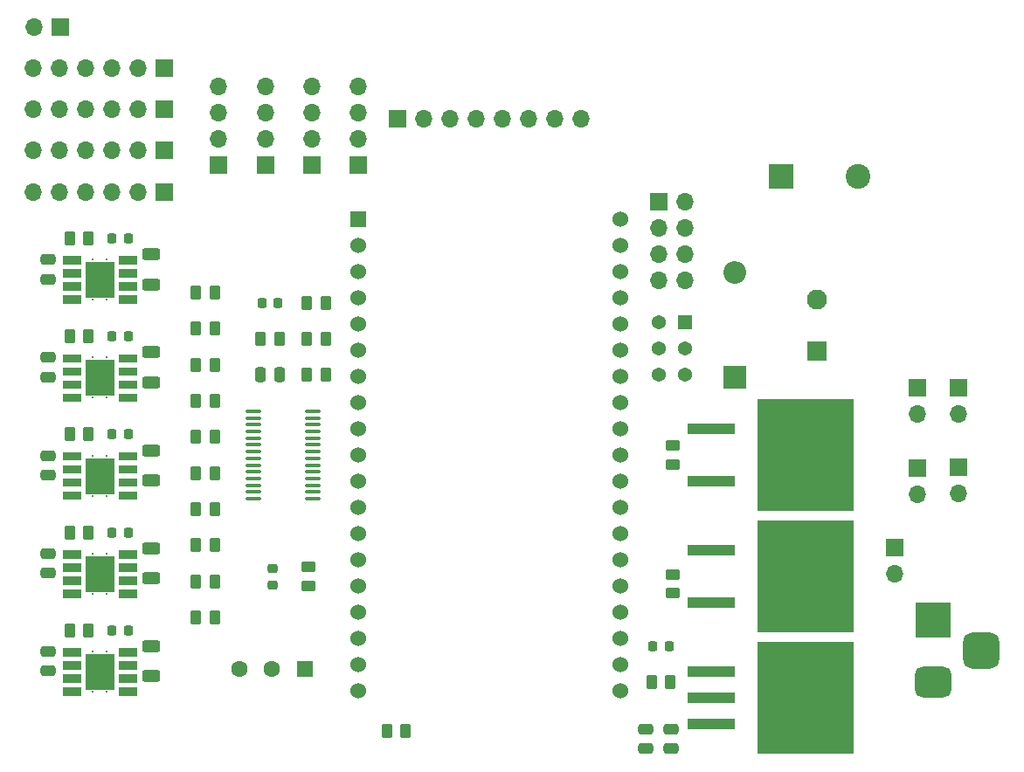
<source format=gbr>
%TF.GenerationSoftware,KiCad,Pcbnew,(6.0.9)*%
%TF.CreationDate,2023-04-06T06:38:54+10:00*%
%TF.ProjectId,Bulma,42756c6d-612e-46b6-9963-61645f706362,rev?*%
%TF.SameCoordinates,Original*%
%TF.FileFunction,Soldermask,Top*%
%TF.FilePolarity,Negative*%
%FSLAX46Y46*%
G04 Gerber Fmt 4.6, Leading zero omitted, Abs format (unit mm)*
G04 Created by KiCad (PCBNEW (6.0.9)) date 2023-04-06 06:38:54*
%MOMM*%
%LPD*%
G01*
G04 APERTURE LIST*
G04 Aperture macros list*
%AMRoundRect*
0 Rectangle with rounded corners*
0 $1 Rounding radius*
0 $2 $3 $4 $5 $6 $7 $8 $9 X,Y pos of 4 corners*
0 Add a 4 corners polygon primitive as box body*
4,1,4,$2,$3,$4,$5,$6,$7,$8,$9,$2,$3,0*
0 Add four circle primitives for the rounded corners*
1,1,$1+$1,$2,$3*
1,1,$1+$1,$4,$5*
1,1,$1+$1,$6,$7*
1,1,$1+$1,$8,$9*
0 Add four rect primitives between the rounded corners*
20,1,$1+$1,$2,$3,$4,$5,0*
20,1,$1+$1,$4,$5,$6,$7,0*
20,1,$1+$1,$6,$7,$8,$9,0*
20,1,$1+$1,$8,$9,$2,$3,0*%
G04 Aperture macros list end*
%ADD10C,0.010000*%
%ADD11R,1.605000X1.605000*%
%ADD12C,1.605000*%
%ADD13R,4.600000X1.100000*%
%ADD14R,9.400000X10.800000*%
%ADD15RoundRect,0.250000X-0.262500X-0.450000X0.262500X-0.450000X0.262500X0.450000X-0.262500X0.450000X0*%
%ADD16R,1.700000X1.700000*%
%ADD17O,1.700000X1.700000*%
%ADD18RoundRect,0.250000X0.475000X-0.250000X0.475000X0.250000X-0.475000X0.250000X-0.475000X-0.250000X0*%
%ADD19RoundRect,0.250000X-0.475000X0.250000X-0.475000X-0.250000X0.475000X-0.250000X0.475000X0.250000X0*%
%ADD20R,2.400000X2.400000*%
%ADD21C,2.400000*%
%ADD22C,0.300000*%
%ADD23RoundRect,0.250000X0.250000X0.475000X-0.250000X0.475000X-0.250000X-0.475000X0.250000X-0.475000X0*%
%ADD24RoundRect,0.250000X-0.625000X0.312500X-0.625000X-0.312500X0.625000X-0.312500X0.625000X0.312500X0*%
%ADD25RoundRect,0.218750X0.218750X0.256250X-0.218750X0.256250X-0.218750X-0.256250X0.218750X-0.256250X0*%
%ADD26RoundRect,0.250000X0.262500X0.450000X-0.262500X0.450000X-0.262500X-0.450000X0.262500X-0.450000X0*%
%ADD27R,1.370000X1.370000*%
%ADD28C,1.370000*%
%ADD29R,1.530000X1.530000*%
%ADD30C,1.530000*%
%ADD31RoundRect,0.250000X-0.450000X0.262500X-0.450000X-0.262500X0.450000X-0.262500X0.450000X0.262500X0*%
%ADD32R,1.950000X1.950000*%
%ADD33C,1.950000*%
%ADD34R,2.200000X2.200000*%
%ADD35O,2.200000X2.200000*%
%ADD36RoundRect,0.218750X-0.256250X0.218750X-0.256250X-0.218750X0.256250X-0.218750X0.256250X0.218750X0*%
%ADD37R,3.500000X3.500000*%
%ADD38RoundRect,0.750000X1.000000X-0.750000X1.000000X0.750000X-1.000000X0.750000X-1.000000X-0.750000X0*%
%ADD39RoundRect,0.875000X0.875000X-0.875000X0.875000X0.875000X-0.875000X0.875000X-0.875000X-0.875000X0*%
%ADD40RoundRect,0.250000X0.450000X-0.262500X0.450000X0.262500X-0.450000X0.262500X-0.450000X-0.262500X0*%
%ADD41RoundRect,0.100000X-0.637500X-0.100000X0.637500X-0.100000X0.637500X0.100000X-0.637500X0.100000X0*%
G04 APERTURE END LIST*
%TO.C,U2*%
G36*
X115353000Y-105226000D02*
G01*
X115355000Y-105226000D01*
X115358000Y-105227000D01*
X115360000Y-105227000D01*
X115363000Y-105228000D01*
X115365000Y-105229000D01*
X115368000Y-105230000D01*
X115370000Y-105232000D01*
X115372000Y-105233000D01*
X115374000Y-105235000D01*
X115376000Y-105236000D01*
X115384000Y-105244000D01*
X115385000Y-105246000D01*
X115387000Y-105248000D01*
X115388000Y-105250000D01*
X115390000Y-105252000D01*
X115391000Y-105255000D01*
X115392000Y-105257000D01*
X115393000Y-105260000D01*
X115393000Y-105262000D01*
X115394000Y-105265000D01*
X115394000Y-105267000D01*
X115395000Y-105270000D01*
X115395000Y-105920000D01*
X115394000Y-105923000D01*
X115394000Y-105925000D01*
X115393000Y-105928000D01*
X115393000Y-105930000D01*
X115392000Y-105933000D01*
X115391000Y-105935000D01*
X115390000Y-105938000D01*
X115388000Y-105940000D01*
X115387000Y-105942000D01*
X115385000Y-105944000D01*
X115384000Y-105946000D01*
X115376000Y-105954000D01*
X115374000Y-105955000D01*
X115372000Y-105957000D01*
X115370000Y-105958000D01*
X115368000Y-105960000D01*
X115365000Y-105961000D01*
X115363000Y-105962000D01*
X115360000Y-105963000D01*
X115358000Y-105963000D01*
X115355000Y-105964000D01*
X115353000Y-105964000D01*
X115350000Y-105965000D01*
X113750000Y-105965000D01*
X113747000Y-105964000D01*
X113745000Y-105964000D01*
X113742000Y-105963000D01*
X113740000Y-105963000D01*
X113737000Y-105962000D01*
X113735000Y-105961000D01*
X113732000Y-105960000D01*
X113730000Y-105958000D01*
X113728000Y-105957000D01*
X113726000Y-105955000D01*
X113724000Y-105954000D01*
X113716000Y-105946000D01*
X113715000Y-105944000D01*
X113713000Y-105942000D01*
X113712000Y-105940000D01*
X113710000Y-105938000D01*
X113709000Y-105935000D01*
X113708000Y-105933000D01*
X113707000Y-105930000D01*
X113707000Y-105928000D01*
X113706000Y-105925000D01*
X113706000Y-105923000D01*
X113705000Y-105920000D01*
X113705000Y-105270000D01*
X113706000Y-105267000D01*
X113706000Y-105265000D01*
X113707000Y-105262000D01*
X113707000Y-105260000D01*
X113708000Y-105257000D01*
X113709000Y-105255000D01*
X113710000Y-105252000D01*
X113712000Y-105250000D01*
X113713000Y-105248000D01*
X113715000Y-105246000D01*
X113716000Y-105244000D01*
X113724000Y-105236000D01*
X113726000Y-105235000D01*
X113728000Y-105233000D01*
X113730000Y-105232000D01*
X113732000Y-105230000D01*
X113735000Y-105229000D01*
X113737000Y-105228000D01*
X113740000Y-105227000D01*
X113742000Y-105227000D01*
X113745000Y-105226000D01*
X113747000Y-105226000D01*
X113750000Y-105225000D01*
X115350000Y-105225000D01*
X115353000Y-105226000D01*
G37*
D10*
X115353000Y-105226000D02*
X115355000Y-105226000D01*
X115358000Y-105227000D01*
X115360000Y-105227000D01*
X115363000Y-105228000D01*
X115365000Y-105229000D01*
X115368000Y-105230000D01*
X115370000Y-105232000D01*
X115372000Y-105233000D01*
X115374000Y-105235000D01*
X115376000Y-105236000D01*
X115384000Y-105244000D01*
X115385000Y-105246000D01*
X115387000Y-105248000D01*
X115388000Y-105250000D01*
X115390000Y-105252000D01*
X115391000Y-105255000D01*
X115392000Y-105257000D01*
X115393000Y-105260000D01*
X115393000Y-105262000D01*
X115394000Y-105265000D01*
X115394000Y-105267000D01*
X115395000Y-105270000D01*
X115395000Y-105920000D01*
X115394000Y-105923000D01*
X115394000Y-105925000D01*
X115393000Y-105928000D01*
X115393000Y-105930000D01*
X115392000Y-105933000D01*
X115391000Y-105935000D01*
X115390000Y-105938000D01*
X115388000Y-105940000D01*
X115387000Y-105942000D01*
X115385000Y-105944000D01*
X115384000Y-105946000D01*
X115376000Y-105954000D01*
X115374000Y-105955000D01*
X115372000Y-105957000D01*
X115370000Y-105958000D01*
X115368000Y-105960000D01*
X115365000Y-105961000D01*
X115363000Y-105962000D01*
X115360000Y-105963000D01*
X115358000Y-105963000D01*
X115355000Y-105964000D01*
X115353000Y-105964000D01*
X115350000Y-105965000D01*
X113750000Y-105965000D01*
X113747000Y-105964000D01*
X113745000Y-105964000D01*
X113742000Y-105963000D01*
X113740000Y-105963000D01*
X113737000Y-105962000D01*
X113735000Y-105961000D01*
X113732000Y-105960000D01*
X113730000Y-105958000D01*
X113728000Y-105957000D01*
X113726000Y-105955000D01*
X113724000Y-105954000D01*
X113716000Y-105946000D01*
X113715000Y-105944000D01*
X113713000Y-105942000D01*
X113712000Y-105940000D01*
X113710000Y-105938000D01*
X113709000Y-105935000D01*
X113708000Y-105933000D01*
X113707000Y-105930000D01*
X113707000Y-105928000D01*
X113706000Y-105925000D01*
X113706000Y-105923000D01*
X113705000Y-105920000D01*
X113705000Y-105270000D01*
X113706000Y-105267000D01*
X113706000Y-105265000D01*
X113707000Y-105262000D01*
X113707000Y-105260000D01*
X113708000Y-105257000D01*
X113709000Y-105255000D01*
X113710000Y-105252000D01*
X113712000Y-105250000D01*
X113713000Y-105248000D01*
X113715000Y-105246000D01*
X113716000Y-105244000D01*
X113724000Y-105236000D01*
X113726000Y-105235000D01*
X113728000Y-105233000D01*
X113730000Y-105232000D01*
X113732000Y-105230000D01*
X113735000Y-105229000D01*
X113737000Y-105228000D01*
X113740000Y-105227000D01*
X113742000Y-105227000D01*
X113745000Y-105226000D01*
X113747000Y-105226000D01*
X113750000Y-105225000D01*
X115350000Y-105225000D01*
X115353000Y-105226000D01*
G36*
X120753000Y-107766000D02*
G01*
X120755000Y-107766000D01*
X120758000Y-107767000D01*
X120760000Y-107767000D01*
X120763000Y-107768000D01*
X120765000Y-107769000D01*
X120768000Y-107770000D01*
X120770000Y-107772000D01*
X120772000Y-107773000D01*
X120774000Y-107775000D01*
X120776000Y-107776000D01*
X120784000Y-107784000D01*
X120785000Y-107786000D01*
X120787000Y-107788000D01*
X120788000Y-107790000D01*
X120790000Y-107792000D01*
X120791000Y-107795000D01*
X120792000Y-107797000D01*
X120793000Y-107800000D01*
X120793000Y-107802000D01*
X120794000Y-107805000D01*
X120794000Y-107807000D01*
X120795000Y-107810000D01*
X120795000Y-108460000D01*
X120794000Y-108463000D01*
X120794000Y-108465000D01*
X120793000Y-108468000D01*
X120793000Y-108470000D01*
X120792000Y-108473000D01*
X120791000Y-108475000D01*
X120790000Y-108478000D01*
X120788000Y-108480000D01*
X120787000Y-108482000D01*
X120785000Y-108484000D01*
X120784000Y-108486000D01*
X120776000Y-108494000D01*
X120774000Y-108495000D01*
X120772000Y-108497000D01*
X120770000Y-108498000D01*
X120768000Y-108500000D01*
X120765000Y-108501000D01*
X120763000Y-108502000D01*
X120760000Y-108503000D01*
X120758000Y-108503000D01*
X120755000Y-108504000D01*
X120753000Y-108504000D01*
X120750000Y-108505000D01*
X119150000Y-108505000D01*
X119147000Y-108504000D01*
X119145000Y-108504000D01*
X119142000Y-108503000D01*
X119140000Y-108503000D01*
X119137000Y-108502000D01*
X119135000Y-108501000D01*
X119132000Y-108500000D01*
X119130000Y-108498000D01*
X119128000Y-108497000D01*
X119126000Y-108495000D01*
X119124000Y-108494000D01*
X119116000Y-108486000D01*
X119115000Y-108484000D01*
X119113000Y-108482000D01*
X119112000Y-108480000D01*
X119110000Y-108478000D01*
X119109000Y-108475000D01*
X119108000Y-108473000D01*
X119107000Y-108470000D01*
X119107000Y-108468000D01*
X119106000Y-108465000D01*
X119106000Y-108463000D01*
X119105000Y-108460000D01*
X119105000Y-107810000D01*
X119106000Y-107807000D01*
X119106000Y-107805000D01*
X119107000Y-107802000D01*
X119107000Y-107800000D01*
X119108000Y-107797000D01*
X119109000Y-107795000D01*
X119110000Y-107792000D01*
X119112000Y-107790000D01*
X119113000Y-107788000D01*
X119115000Y-107786000D01*
X119116000Y-107784000D01*
X119124000Y-107776000D01*
X119126000Y-107775000D01*
X119128000Y-107773000D01*
X119130000Y-107772000D01*
X119132000Y-107770000D01*
X119135000Y-107769000D01*
X119137000Y-107768000D01*
X119140000Y-107767000D01*
X119142000Y-107767000D01*
X119145000Y-107766000D01*
X119147000Y-107766000D01*
X119150000Y-107765000D01*
X120750000Y-107765000D01*
X120753000Y-107766000D01*
G37*
X120753000Y-107766000D02*
X120755000Y-107766000D01*
X120758000Y-107767000D01*
X120760000Y-107767000D01*
X120763000Y-107768000D01*
X120765000Y-107769000D01*
X120768000Y-107770000D01*
X120770000Y-107772000D01*
X120772000Y-107773000D01*
X120774000Y-107775000D01*
X120776000Y-107776000D01*
X120784000Y-107784000D01*
X120785000Y-107786000D01*
X120787000Y-107788000D01*
X120788000Y-107790000D01*
X120790000Y-107792000D01*
X120791000Y-107795000D01*
X120792000Y-107797000D01*
X120793000Y-107800000D01*
X120793000Y-107802000D01*
X120794000Y-107805000D01*
X120794000Y-107807000D01*
X120795000Y-107810000D01*
X120795000Y-108460000D01*
X120794000Y-108463000D01*
X120794000Y-108465000D01*
X120793000Y-108468000D01*
X120793000Y-108470000D01*
X120792000Y-108473000D01*
X120791000Y-108475000D01*
X120790000Y-108478000D01*
X120788000Y-108480000D01*
X120787000Y-108482000D01*
X120785000Y-108484000D01*
X120784000Y-108486000D01*
X120776000Y-108494000D01*
X120774000Y-108495000D01*
X120772000Y-108497000D01*
X120770000Y-108498000D01*
X120768000Y-108500000D01*
X120765000Y-108501000D01*
X120763000Y-108502000D01*
X120760000Y-108503000D01*
X120758000Y-108503000D01*
X120755000Y-108504000D01*
X120753000Y-108504000D01*
X120750000Y-108505000D01*
X119150000Y-108505000D01*
X119147000Y-108504000D01*
X119145000Y-108504000D01*
X119142000Y-108503000D01*
X119140000Y-108503000D01*
X119137000Y-108502000D01*
X119135000Y-108501000D01*
X119132000Y-108500000D01*
X119130000Y-108498000D01*
X119128000Y-108497000D01*
X119126000Y-108495000D01*
X119124000Y-108494000D01*
X119116000Y-108486000D01*
X119115000Y-108484000D01*
X119113000Y-108482000D01*
X119112000Y-108480000D01*
X119110000Y-108478000D01*
X119109000Y-108475000D01*
X119108000Y-108473000D01*
X119107000Y-108470000D01*
X119107000Y-108468000D01*
X119106000Y-108465000D01*
X119106000Y-108463000D01*
X119105000Y-108460000D01*
X119105000Y-107810000D01*
X119106000Y-107807000D01*
X119106000Y-107805000D01*
X119107000Y-107802000D01*
X119107000Y-107800000D01*
X119108000Y-107797000D01*
X119109000Y-107795000D01*
X119110000Y-107792000D01*
X119112000Y-107790000D01*
X119113000Y-107788000D01*
X119115000Y-107786000D01*
X119116000Y-107784000D01*
X119124000Y-107776000D01*
X119126000Y-107775000D01*
X119128000Y-107773000D01*
X119130000Y-107772000D01*
X119132000Y-107770000D01*
X119135000Y-107769000D01*
X119137000Y-107768000D01*
X119140000Y-107767000D01*
X119142000Y-107767000D01*
X119145000Y-107766000D01*
X119147000Y-107766000D01*
X119150000Y-107765000D01*
X120750000Y-107765000D01*
X120753000Y-107766000D01*
G36*
X115353000Y-107766000D02*
G01*
X115355000Y-107766000D01*
X115358000Y-107767000D01*
X115360000Y-107767000D01*
X115363000Y-107768000D01*
X115365000Y-107769000D01*
X115368000Y-107770000D01*
X115370000Y-107772000D01*
X115372000Y-107773000D01*
X115374000Y-107775000D01*
X115376000Y-107776000D01*
X115384000Y-107784000D01*
X115385000Y-107786000D01*
X115387000Y-107788000D01*
X115388000Y-107790000D01*
X115390000Y-107792000D01*
X115391000Y-107795000D01*
X115392000Y-107797000D01*
X115393000Y-107800000D01*
X115393000Y-107802000D01*
X115394000Y-107805000D01*
X115394000Y-107807000D01*
X115395000Y-107810000D01*
X115395000Y-108460000D01*
X115394000Y-108463000D01*
X115394000Y-108465000D01*
X115393000Y-108468000D01*
X115393000Y-108470000D01*
X115392000Y-108473000D01*
X115391000Y-108475000D01*
X115390000Y-108478000D01*
X115388000Y-108480000D01*
X115387000Y-108482000D01*
X115385000Y-108484000D01*
X115384000Y-108486000D01*
X115376000Y-108494000D01*
X115374000Y-108495000D01*
X115372000Y-108497000D01*
X115370000Y-108498000D01*
X115368000Y-108500000D01*
X115365000Y-108501000D01*
X115363000Y-108502000D01*
X115360000Y-108503000D01*
X115358000Y-108503000D01*
X115355000Y-108504000D01*
X115353000Y-108504000D01*
X115350000Y-108505000D01*
X113750000Y-108505000D01*
X113747000Y-108504000D01*
X113745000Y-108504000D01*
X113742000Y-108503000D01*
X113740000Y-108503000D01*
X113737000Y-108502000D01*
X113735000Y-108501000D01*
X113732000Y-108500000D01*
X113730000Y-108498000D01*
X113728000Y-108497000D01*
X113726000Y-108495000D01*
X113724000Y-108494000D01*
X113716000Y-108486000D01*
X113715000Y-108484000D01*
X113713000Y-108482000D01*
X113712000Y-108480000D01*
X113710000Y-108478000D01*
X113709000Y-108475000D01*
X113708000Y-108473000D01*
X113707000Y-108470000D01*
X113707000Y-108468000D01*
X113706000Y-108465000D01*
X113706000Y-108463000D01*
X113705000Y-108460000D01*
X113705000Y-107810000D01*
X113706000Y-107807000D01*
X113706000Y-107805000D01*
X113707000Y-107802000D01*
X113707000Y-107800000D01*
X113708000Y-107797000D01*
X113709000Y-107795000D01*
X113710000Y-107792000D01*
X113712000Y-107790000D01*
X113713000Y-107788000D01*
X113715000Y-107786000D01*
X113716000Y-107784000D01*
X113724000Y-107776000D01*
X113726000Y-107775000D01*
X113728000Y-107773000D01*
X113730000Y-107772000D01*
X113732000Y-107770000D01*
X113735000Y-107769000D01*
X113737000Y-107768000D01*
X113740000Y-107767000D01*
X113742000Y-107767000D01*
X113745000Y-107766000D01*
X113747000Y-107766000D01*
X113750000Y-107765000D01*
X115350000Y-107765000D01*
X115353000Y-107766000D01*
G37*
X115353000Y-107766000D02*
X115355000Y-107766000D01*
X115358000Y-107767000D01*
X115360000Y-107767000D01*
X115363000Y-107768000D01*
X115365000Y-107769000D01*
X115368000Y-107770000D01*
X115370000Y-107772000D01*
X115372000Y-107773000D01*
X115374000Y-107775000D01*
X115376000Y-107776000D01*
X115384000Y-107784000D01*
X115385000Y-107786000D01*
X115387000Y-107788000D01*
X115388000Y-107790000D01*
X115390000Y-107792000D01*
X115391000Y-107795000D01*
X115392000Y-107797000D01*
X115393000Y-107800000D01*
X115393000Y-107802000D01*
X115394000Y-107805000D01*
X115394000Y-107807000D01*
X115395000Y-107810000D01*
X115395000Y-108460000D01*
X115394000Y-108463000D01*
X115394000Y-108465000D01*
X115393000Y-108468000D01*
X115393000Y-108470000D01*
X115392000Y-108473000D01*
X115391000Y-108475000D01*
X115390000Y-108478000D01*
X115388000Y-108480000D01*
X115387000Y-108482000D01*
X115385000Y-108484000D01*
X115384000Y-108486000D01*
X115376000Y-108494000D01*
X115374000Y-108495000D01*
X115372000Y-108497000D01*
X115370000Y-108498000D01*
X115368000Y-108500000D01*
X115365000Y-108501000D01*
X115363000Y-108502000D01*
X115360000Y-108503000D01*
X115358000Y-108503000D01*
X115355000Y-108504000D01*
X115353000Y-108504000D01*
X115350000Y-108505000D01*
X113750000Y-108505000D01*
X113747000Y-108504000D01*
X113745000Y-108504000D01*
X113742000Y-108503000D01*
X113740000Y-108503000D01*
X113737000Y-108502000D01*
X113735000Y-108501000D01*
X113732000Y-108500000D01*
X113730000Y-108498000D01*
X113728000Y-108497000D01*
X113726000Y-108495000D01*
X113724000Y-108494000D01*
X113716000Y-108486000D01*
X113715000Y-108484000D01*
X113713000Y-108482000D01*
X113712000Y-108480000D01*
X113710000Y-108478000D01*
X113709000Y-108475000D01*
X113708000Y-108473000D01*
X113707000Y-108470000D01*
X113707000Y-108468000D01*
X113706000Y-108465000D01*
X113706000Y-108463000D01*
X113705000Y-108460000D01*
X113705000Y-107810000D01*
X113706000Y-107807000D01*
X113706000Y-107805000D01*
X113707000Y-107802000D01*
X113707000Y-107800000D01*
X113708000Y-107797000D01*
X113709000Y-107795000D01*
X113710000Y-107792000D01*
X113712000Y-107790000D01*
X113713000Y-107788000D01*
X113715000Y-107786000D01*
X113716000Y-107784000D01*
X113724000Y-107776000D01*
X113726000Y-107775000D01*
X113728000Y-107773000D01*
X113730000Y-107772000D01*
X113732000Y-107770000D01*
X113735000Y-107769000D01*
X113737000Y-107768000D01*
X113740000Y-107767000D01*
X113742000Y-107767000D01*
X113745000Y-107766000D01*
X113747000Y-107766000D01*
X113750000Y-107765000D01*
X115350000Y-107765000D01*
X115353000Y-107766000D01*
G36*
X118605000Y-109200000D02*
G01*
X115895000Y-109200000D01*
X115895000Y-105800000D01*
X118605000Y-105800000D01*
X118605000Y-109200000D01*
G37*
X118605000Y-109200000D02*
X115895000Y-109200000D01*
X115895000Y-105800000D01*
X118605000Y-105800000D01*
X118605000Y-109200000D01*
G36*
X115353000Y-109036000D02*
G01*
X115355000Y-109036000D01*
X115358000Y-109037000D01*
X115360000Y-109037000D01*
X115363000Y-109038000D01*
X115365000Y-109039000D01*
X115368000Y-109040000D01*
X115370000Y-109042000D01*
X115372000Y-109043000D01*
X115374000Y-109045000D01*
X115376000Y-109046000D01*
X115384000Y-109054000D01*
X115385000Y-109056000D01*
X115387000Y-109058000D01*
X115388000Y-109060000D01*
X115390000Y-109062000D01*
X115391000Y-109065000D01*
X115392000Y-109067000D01*
X115393000Y-109070000D01*
X115393000Y-109072000D01*
X115394000Y-109075000D01*
X115394000Y-109077000D01*
X115395000Y-109080000D01*
X115395000Y-109730000D01*
X115394000Y-109733000D01*
X115394000Y-109735000D01*
X115393000Y-109738000D01*
X115393000Y-109740000D01*
X115392000Y-109743000D01*
X115391000Y-109745000D01*
X115390000Y-109748000D01*
X115388000Y-109750000D01*
X115387000Y-109752000D01*
X115385000Y-109754000D01*
X115384000Y-109756000D01*
X115376000Y-109764000D01*
X115374000Y-109765000D01*
X115372000Y-109767000D01*
X115370000Y-109768000D01*
X115368000Y-109770000D01*
X115365000Y-109771000D01*
X115363000Y-109772000D01*
X115360000Y-109773000D01*
X115358000Y-109773000D01*
X115355000Y-109774000D01*
X115353000Y-109774000D01*
X115350000Y-109775000D01*
X113750000Y-109775000D01*
X113747000Y-109774000D01*
X113745000Y-109774000D01*
X113742000Y-109773000D01*
X113740000Y-109773000D01*
X113737000Y-109772000D01*
X113735000Y-109771000D01*
X113732000Y-109770000D01*
X113730000Y-109768000D01*
X113728000Y-109767000D01*
X113726000Y-109765000D01*
X113724000Y-109764000D01*
X113716000Y-109756000D01*
X113715000Y-109754000D01*
X113713000Y-109752000D01*
X113712000Y-109750000D01*
X113710000Y-109748000D01*
X113709000Y-109745000D01*
X113708000Y-109743000D01*
X113707000Y-109740000D01*
X113707000Y-109738000D01*
X113706000Y-109735000D01*
X113706000Y-109733000D01*
X113705000Y-109730000D01*
X113705000Y-109080000D01*
X113706000Y-109077000D01*
X113706000Y-109075000D01*
X113707000Y-109072000D01*
X113707000Y-109070000D01*
X113708000Y-109067000D01*
X113709000Y-109065000D01*
X113710000Y-109062000D01*
X113712000Y-109060000D01*
X113713000Y-109058000D01*
X113715000Y-109056000D01*
X113716000Y-109054000D01*
X113724000Y-109046000D01*
X113726000Y-109045000D01*
X113728000Y-109043000D01*
X113730000Y-109042000D01*
X113732000Y-109040000D01*
X113735000Y-109039000D01*
X113737000Y-109038000D01*
X113740000Y-109037000D01*
X113742000Y-109037000D01*
X113745000Y-109036000D01*
X113747000Y-109036000D01*
X113750000Y-109035000D01*
X115350000Y-109035000D01*
X115353000Y-109036000D01*
G37*
X115353000Y-109036000D02*
X115355000Y-109036000D01*
X115358000Y-109037000D01*
X115360000Y-109037000D01*
X115363000Y-109038000D01*
X115365000Y-109039000D01*
X115368000Y-109040000D01*
X115370000Y-109042000D01*
X115372000Y-109043000D01*
X115374000Y-109045000D01*
X115376000Y-109046000D01*
X115384000Y-109054000D01*
X115385000Y-109056000D01*
X115387000Y-109058000D01*
X115388000Y-109060000D01*
X115390000Y-109062000D01*
X115391000Y-109065000D01*
X115392000Y-109067000D01*
X115393000Y-109070000D01*
X115393000Y-109072000D01*
X115394000Y-109075000D01*
X115394000Y-109077000D01*
X115395000Y-109080000D01*
X115395000Y-109730000D01*
X115394000Y-109733000D01*
X115394000Y-109735000D01*
X115393000Y-109738000D01*
X115393000Y-109740000D01*
X115392000Y-109743000D01*
X115391000Y-109745000D01*
X115390000Y-109748000D01*
X115388000Y-109750000D01*
X115387000Y-109752000D01*
X115385000Y-109754000D01*
X115384000Y-109756000D01*
X115376000Y-109764000D01*
X115374000Y-109765000D01*
X115372000Y-109767000D01*
X115370000Y-109768000D01*
X115368000Y-109770000D01*
X115365000Y-109771000D01*
X115363000Y-109772000D01*
X115360000Y-109773000D01*
X115358000Y-109773000D01*
X115355000Y-109774000D01*
X115353000Y-109774000D01*
X115350000Y-109775000D01*
X113750000Y-109775000D01*
X113747000Y-109774000D01*
X113745000Y-109774000D01*
X113742000Y-109773000D01*
X113740000Y-109773000D01*
X113737000Y-109772000D01*
X113735000Y-109771000D01*
X113732000Y-109770000D01*
X113730000Y-109768000D01*
X113728000Y-109767000D01*
X113726000Y-109765000D01*
X113724000Y-109764000D01*
X113716000Y-109756000D01*
X113715000Y-109754000D01*
X113713000Y-109752000D01*
X113712000Y-109750000D01*
X113710000Y-109748000D01*
X113709000Y-109745000D01*
X113708000Y-109743000D01*
X113707000Y-109740000D01*
X113707000Y-109738000D01*
X113706000Y-109735000D01*
X113706000Y-109733000D01*
X113705000Y-109730000D01*
X113705000Y-109080000D01*
X113706000Y-109077000D01*
X113706000Y-109075000D01*
X113707000Y-109072000D01*
X113707000Y-109070000D01*
X113708000Y-109067000D01*
X113709000Y-109065000D01*
X113710000Y-109062000D01*
X113712000Y-109060000D01*
X113713000Y-109058000D01*
X113715000Y-109056000D01*
X113716000Y-109054000D01*
X113724000Y-109046000D01*
X113726000Y-109045000D01*
X113728000Y-109043000D01*
X113730000Y-109042000D01*
X113732000Y-109040000D01*
X113735000Y-109039000D01*
X113737000Y-109038000D01*
X113740000Y-109037000D01*
X113742000Y-109037000D01*
X113745000Y-109036000D01*
X113747000Y-109036000D01*
X113750000Y-109035000D01*
X115350000Y-109035000D01*
X115353000Y-109036000D01*
G36*
X115353000Y-106496000D02*
G01*
X115355000Y-106496000D01*
X115358000Y-106497000D01*
X115360000Y-106497000D01*
X115363000Y-106498000D01*
X115365000Y-106499000D01*
X115368000Y-106500000D01*
X115370000Y-106502000D01*
X115372000Y-106503000D01*
X115374000Y-106505000D01*
X115376000Y-106506000D01*
X115384000Y-106514000D01*
X115385000Y-106516000D01*
X115387000Y-106518000D01*
X115388000Y-106520000D01*
X115390000Y-106522000D01*
X115391000Y-106525000D01*
X115392000Y-106527000D01*
X115393000Y-106530000D01*
X115393000Y-106532000D01*
X115394000Y-106535000D01*
X115394000Y-106537000D01*
X115395000Y-106540000D01*
X115395000Y-107190000D01*
X115394000Y-107193000D01*
X115394000Y-107195000D01*
X115393000Y-107198000D01*
X115393000Y-107200000D01*
X115392000Y-107203000D01*
X115391000Y-107205000D01*
X115390000Y-107208000D01*
X115388000Y-107210000D01*
X115387000Y-107212000D01*
X115385000Y-107214000D01*
X115384000Y-107216000D01*
X115376000Y-107224000D01*
X115374000Y-107225000D01*
X115372000Y-107227000D01*
X115370000Y-107228000D01*
X115368000Y-107230000D01*
X115365000Y-107231000D01*
X115363000Y-107232000D01*
X115360000Y-107233000D01*
X115358000Y-107233000D01*
X115355000Y-107234000D01*
X115353000Y-107234000D01*
X115350000Y-107235000D01*
X113750000Y-107235000D01*
X113747000Y-107234000D01*
X113745000Y-107234000D01*
X113742000Y-107233000D01*
X113740000Y-107233000D01*
X113737000Y-107232000D01*
X113735000Y-107231000D01*
X113732000Y-107230000D01*
X113730000Y-107228000D01*
X113728000Y-107227000D01*
X113726000Y-107225000D01*
X113724000Y-107224000D01*
X113716000Y-107216000D01*
X113715000Y-107214000D01*
X113713000Y-107212000D01*
X113712000Y-107210000D01*
X113710000Y-107208000D01*
X113709000Y-107205000D01*
X113708000Y-107203000D01*
X113707000Y-107200000D01*
X113707000Y-107198000D01*
X113706000Y-107195000D01*
X113706000Y-107193000D01*
X113705000Y-107190000D01*
X113705000Y-106540000D01*
X113706000Y-106537000D01*
X113706000Y-106535000D01*
X113707000Y-106532000D01*
X113707000Y-106530000D01*
X113708000Y-106527000D01*
X113709000Y-106525000D01*
X113710000Y-106522000D01*
X113712000Y-106520000D01*
X113713000Y-106518000D01*
X113715000Y-106516000D01*
X113716000Y-106514000D01*
X113724000Y-106506000D01*
X113726000Y-106505000D01*
X113728000Y-106503000D01*
X113730000Y-106502000D01*
X113732000Y-106500000D01*
X113735000Y-106499000D01*
X113737000Y-106498000D01*
X113740000Y-106497000D01*
X113742000Y-106497000D01*
X113745000Y-106496000D01*
X113747000Y-106496000D01*
X113750000Y-106495000D01*
X115350000Y-106495000D01*
X115353000Y-106496000D01*
G37*
X115353000Y-106496000D02*
X115355000Y-106496000D01*
X115358000Y-106497000D01*
X115360000Y-106497000D01*
X115363000Y-106498000D01*
X115365000Y-106499000D01*
X115368000Y-106500000D01*
X115370000Y-106502000D01*
X115372000Y-106503000D01*
X115374000Y-106505000D01*
X115376000Y-106506000D01*
X115384000Y-106514000D01*
X115385000Y-106516000D01*
X115387000Y-106518000D01*
X115388000Y-106520000D01*
X115390000Y-106522000D01*
X115391000Y-106525000D01*
X115392000Y-106527000D01*
X115393000Y-106530000D01*
X115393000Y-106532000D01*
X115394000Y-106535000D01*
X115394000Y-106537000D01*
X115395000Y-106540000D01*
X115395000Y-107190000D01*
X115394000Y-107193000D01*
X115394000Y-107195000D01*
X115393000Y-107198000D01*
X115393000Y-107200000D01*
X115392000Y-107203000D01*
X115391000Y-107205000D01*
X115390000Y-107208000D01*
X115388000Y-107210000D01*
X115387000Y-107212000D01*
X115385000Y-107214000D01*
X115384000Y-107216000D01*
X115376000Y-107224000D01*
X115374000Y-107225000D01*
X115372000Y-107227000D01*
X115370000Y-107228000D01*
X115368000Y-107230000D01*
X115365000Y-107231000D01*
X115363000Y-107232000D01*
X115360000Y-107233000D01*
X115358000Y-107233000D01*
X115355000Y-107234000D01*
X115353000Y-107234000D01*
X115350000Y-107235000D01*
X113750000Y-107235000D01*
X113747000Y-107234000D01*
X113745000Y-107234000D01*
X113742000Y-107233000D01*
X113740000Y-107233000D01*
X113737000Y-107232000D01*
X113735000Y-107231000D01*
X113732000Y-107230000D01*
X113730000Y-107228000D01*
X113728000Y-107227000D01*
X113726000Y-107225000D01*
X113724000Y-107224000D01*
X113716000Y-107216000D01*
X113715000Y-107214000D01*
X113713000Y-107212000D01*
X113712000Y-107210000D01*
X113710000Y-107208000D01*
X113709000Y-107205000D01*
X113708000Y-107203000D01*
X113707000Y-107200000D01*
X113707000Y-107198000D01*
X113706000Y-107195000D01*
X113706000Y-107193000D01*
X113705000Y-107190000D01*
X113705000Y-106540000D01*
X113706000Y-106537000D01*
X113706000Y-106535000D01*
X113707000Y-106532000D01*
X113707000Y-106530000D01*
X113708000Y-106527000D01*
X113709000Y-106525000D01*
X113710000Y-106522000D01*
X113712000Y-106520000D01*
X113713000Y-106518000D01*
X113715000Y-106516000D01*
X113716000Y-106514000D01*
X113724000Y-106506000D01*
X113726000Y-106505000D01*
X113728000Y-106503000D01*
X113730000Y-106502000D01*
X113732000Y-106500000D01*
X113735000Y-106499000D01*
X113737000Y-106498000D01*
X113740000Y-106497000D01*
X113742000Y-106497000D01*
X113745000Y-106496000D01*
X113747000Y-106496000D01*
X113750000Y-106495000D01*
X115350000Y-106495000D01*
X115353000Y-106496000D01*
G36*
X120753000Y-105226000D02*
G01*
X120755000Y-105226000D01*
X120758000Y-105227000D01*
X120760000Y-105227000D01*
X120763000Y-105228000D01*
X120765000Y-105229000D01*
X120768000Y-105230000D01*
X120770000Y-105232000D01*
X120772000Y-105233000D01*
X120774000Y-105235000D01*
X120776000Y-105236000D01*
X120784000Y-105244000D01*
X120785000Y-105246000D01*
X120787000Y-105248000D01*
X120788000Y-105250000D01*
X120790000Y-105252000D01*
X120791000Y-105255000D01*
X120792000Y-105257000D01*
X120793000Y-105260000D01*
X120793000Y-105262000D01*
X120794000Y-105265000D01*
X120794000Y-105267000D01*
X120795000Y-105270000D01*
X120795000Y-105920000D01*
X120794000Y-105923000D01*
X120794000Y-105925000D01*
X120793000Y-105928000D01*
X120793000Y-105930000D01*
X120792000Y-105933000D01*
X120791000Y-105935000D01*
X120790000Y-105938000D01*
X120788000Y-105940000D01*
X120787000Y-105942000D01*
X120785000Y-105944000D01*
X120784000Y-105946000D01*
X120776000Y-105954000D01*
X120774000Y-105955000D01*
X120772000Y-105957000D01*
X120770000Y-105958000D01*
X120768000Y-105960000D01*
X120765000Y-105961000D01*
X120763000Y-105962000D01*
X120760000Y-105963000D01*
X120758000Y-105963000D01*
X120755000Y-105964000D01*
X120753000Y-105964000D01*
X120750000Y-105965000D01*
X119150000Y-105965000D01*
X119147000Y-105964000D01*
X119145000Y-105964000D01*
X119142000Y-105963000D01*
X119140000Y-105963000D01*
X119137000Y-105962000D01*
X119135000Y-105961000D01*
X119132000Y-105960000D01*
X119130000Y-105958000D01*
X119128000Y-105957000D01*
X119126000Y-105955000D01*
X119124000Y-105954000D01*
X119116000Y-105946000D01*
X119115000Y-105944000D01*
X119113000Y-105942000D01*
X119112000Y-105940000D01*
X119110000Y-105938000D01*
X119109000Y-105935000D01*
X119108000Y-105933000D01*
X119107000Y-105930000D01*
X119107000Y-105928000D01*
X119106000Y-105925000D01*
X119106000Y-105923000D01*
X119105000Y-105920000D01*
X119105000Y-105270000D01*
X119106000Y-105267000D01*
X119106000Y-105265000D01*
X119107000Y-105262000D01*
X119107000Y-105260000D01*
X119108000Y-105257000D01*
X119109000Y-105255000D01*
X119110000Y-105252000D01*
X119112000Y-105250000D01*
X119113000Y-105248000D01*
X119115000Y-105246000D01*
X119116000Y-105244000D01*
X119124000Y-105236000D01*
X119126000Y-105235000D01*
X119128000Y-105233000D01*
X119130000Y-105232000D01*
X119132000Y-105230000D01*
X119135000Y-105229000D01*
X119137000Y-105228000D01*
X119140000Y-105227000D01*
X119142000Y-105227000D01*
X119145000Y-105226000D01*
X119147000Y-105226000D01*
X119150000Y-105225000D01*
X120750000Y-105225000D01*
X120753000Y-105226000D01*
G37*
X120753000Y-105226000D02*
X120755000Y-105226000D01*
X120758000Y-105227000D01*
X120760000Y-105227000D01*
X120763000Y-105228000D01*
X120765000Y-105229000D01*
X120768000Y-105230000D01*
X120770000Y-105232000D01*
X120772000Y-105233000D01*
X120774000Y-105235000D01*
X120776000Y-105236000D01*
X120784000Y-105244000D01*
X120785000Y-105246000D01*
X120787000Y-105248000D01*
X120788000Y-105250000D01*
X120790000Y-105252000D01*
X120791000Y-105255000D01*
X120792000Y-105257000D01*
X120793000Y-105260000D01*
X120793000Y-105262000D01*
X120794000Y-105265000D01*
X120794000Y-105267000D01*
X120795000Y-105270000D01*
X120795000Y-105920000D01*
X120794000Y-105923000D01*
X120794000Y-105925000D01*
X120793000Y-105928000D01*
X120793000Y-105930000D01*
X120792000Y-105933000D01*
X120791000Y-105935000D01*
X120790000Y-105938000D01*
X120788000Y-105940000D01*
X120787000Y-105942000D01*
X120785000Y-105944000D01*
X120784000Y-105946000D01*
X120776000Y-105954000D01*
X120774000Y-105955000D01*
X120772000Y-105957000D01*
X120770000Y-105958000D01*
X120768000Y-105960000D01*
X120765000Y-105961000D01*
X120763000Y-105962000D01*
X120760000Y-105963000D01*
X120758000Y-105963000D01*
X120755000Y-105964000D01*
X120753000Y-105964000D01*
X120750000Y-105965000D01*
X119150000Y-105965000D01*
X119147000Y-105964000D01*
X119145000Y-105964000D01*
X119142000Y-105963000D01*
X119140000Y-105963000D01*
X119137000Y-105962000D01*
X119135000Y-105961000D01*
X119132000Y-105960000D01*
X119130000Y-105958000D01*
X119128000Y-105957000D01*
X119126000Y-105955000D01*
X119124000Y-105954000D01*
X119116000Y-105946000D01*
X119115000Y-105944000D01*
X119113000Y-105942000D01*
X119112000Y-105940000D01*
X119110000Y-105938000D01*
X119109000Y-105935000D01*
X119108000Y-105933000D01*
X119107000Y-105930000D01*
X119107000Y-105928000D01*
X119106000Y-105925000D01*
X119106000Y-105923000D01*
X119105000Y-105920000D01*
X119105000Y-105270000D01*
X119106000Y-105267000D01*
X119106000Y-105265000D01*
X119107000Y-105262000D01*
X119107000Y-105260000D01*
X119108000Y-105257000D01*
X119109000Y-105255000D01*
X119110000Y-105252000D01*
X119112000Y-105250000D01*
X119113000Y-105248000D01*
X119115000Y-105246000D01*
X119116000Y-105244000D01*
X119124000Y-105236000D01*
X119126000Y-105235000D01*
X119128000Y-105233000D01*
X119130000Y-105232000D01*
X119132000Y-105230000D01*
X119135000Y-105229000D01*
X119137000Y-105228000D01*
X119140000Y-105227000D01*
X119142000Y-105227000D01*
X119145000Y-105226000D01*
X119147000Y-105226000D01*
X119150000Y-105225000D01*
X120750000Y-105225000D01*
X120753000Y-105226000D01*
G36*
X120753000Y-106496000D02*
G01*
X120755000Y-106496000D01*
X120758000Y-106497000D01*
X120760000Y-106497000D01*
X120763000Y-106498000D01*
X120765000Y-106499000D01*
X120768000Y-106500000D01*
X120770000Y-106502000D01*
X120772000Y-106503000D01*
X120774000Y-106505000D01*
X120776000Y-106506000D01*
X120784000Y-106514000D01*
X120785000Y-106516000D01*
X120787000Y-106518000D01*
X120788000Y-106520000D01*
X120790000Y-106522000D01*
X120791000Y-106525000D01*
X120792000Y-106527000D01*
X120793000Y-106530000D01*
X120793000Y-106532000D01*
X120794000Y-106535000D01*
X120794000Y-106537000D01*
X120795000Y-106540000D01*
X120795000Y-107190000D01*
X120794000Y-107193000D01*
X120794000Y-107195000D01*
X120793000Y-107198000D01*
X120793000Y-107200000D01*
X120792000Y-107203000D01*
X120791000Y-107205000D01*
X120790000Y-107208000D01*
X120788000Y-107210000D01*
X120787000Y-107212000D01*
X120785000Y-107214000D01*
X120784000Y-107216000D01*
X120776000Y-107224000D01*
X120774000Y-107225000D01*
X120772000Y-107227000D01*
X120770000Y-107228000D01*
X120768000Y-107230000D01*
X120765000Y-107231000D01*
X120763000Y-107232000D01*
X120760000Y-107233000D01*
X120758000Y-107233000D01*
X120755000Y-107234000D01*
X120753000Y-107234000D01*
X120750000Y-107235000D01*
X119150000Y-107235000D01*
X119147000Y-107234000D01*
X119145000Y-107234000D01*
X119142000Y-107233000D01*
X119140000Y-107233000D01*
X119137000Y-107232000D01*
X119135000Y-107231000D01*
X119132000Y-107230000D01*
X119130000Y-107228000D01*
X119128000Y-107227000D01*
X119126000Y-107225000D01*
X119124000Y-107224000D01*
X119116000Y-107216000D01*
X119115000Y-107214000D01*
X119113000Y-107212000D01*
X119112000Y-107210000D01*
X119110000Y-107208000D01*
X119109000Y-107205000D01*
X119108000Y-107203000D01*
X119107000Y-107200000D01*
X119107000Y-107198000D01*
X119106000Y-107195000D01*
X119106000Y-107193000D01*
X119105000Y-107190000D01*
X119105000Y-106540000D01*
X119106000Y-106537000D01*
X119106000Y-106535000D01*
X119107000Y-106532000D01*
X119107000Y-106530000D01*
X119108000Y-106527000D01*
X119109000Y-106525000D01*
X119110000Y-106522000D01*
X119112000Y-106520000D01*
X119113000Y-106518000D01*
X119115000Y-106516000D01*
X119116000Y-106514000D01*
X119124000Y-106506000D01*
X119126000Y-106505000D01*
X119128000Y-106503000D01*
X119130000Y-106502000D01*
X119132000Y-106500000D01*
X119135000Y-106499000D01*
X119137000Y-106498000D01*
X119140000Y-106497000D01*
X119142000Y-106497000D01*
X119145000Y-106496000D01*
X119147000Y-106496000D01*
X119150000Y-106495000D01*
X120750000Y-106495000D01*
X120753000Y-106496000D01*
G37*
X120753000Y-106496000D02*
X120755000Y-106496000D01*
X120758000Y-106497000D01*
X120760000Y-106497000D01*
X120763000Y-106498000D01*
X120765000Y-106499000D01*
X120768000Y-106500000D01*
X120770000Y-106502000D01*
X120772000Y-106503000D01*
X120774000Y-106505000D01*
X120776000Y-106506000D01*
X120784000Y-106514000D01*
X120785000Y-106516000D01*
X120787000Y-106518000D01*
X120788000Y-106520000D01*
X120790000Y-106522000D01*
X120791000Y-106525000D01*
X120792000Y-106527000D01*
X120793000Y-106530000D01*
X120793000Y-106532000D01*
X120794000Y-106535000D01*
X120794000Y-106537000D01*
X120795000Y-106540000D01*
X120795000Y-107190000D01*
X120794000Y-107193000D01*
X120794000Y-107195000D01*
X120793000Y-107198000D01*
X120793000Y-107200000D01*
X120792000Y-107203000D01*
X120791000Y-107205000D01*
X120790000Y-107208000D01*
X120788000Y-107210000D01*
X120787000Y-107212000D01*
X120785000Y-107214000D01*
X120784000Y-107216000D01*
X120776000Y-107224000D01*
X120774000Y-107225000D01*
X120772000Y-107227000D01*
X120770000Y-107228000D01*
X120768000Y-107230000D01*
X120765000Y-107231000D01*
X120763000Y-107232000D01*
X120760000Y-107233000D01*
X120758000Y-107233000D01*
X120755000Y-107234000D01*
X120753000Y-107234000D01*
X120750000Y-107235000D01*
X119150000Y-107235000D01*
X119147000Y-107234000D01*
X119145000Y-107234000D01*
X119142000Y-107233000D01*
X119140000Y-107233000D01*
X119137000Y-107232000D01*
X119135000Y-107231000D01*
X119132000Y-107230000D01*
X119130000Y-107228000D01*
X119128000Y-107227000D01*
X119126000Y-107225000D01*
X119124000Y-107224000D01*
X119116000Y-107216000D01*
X119115000Y-107214000D01*
X119113000Y-107212000D01*
X119112000Y-107210000D01*
X119110000Y-107208000D01*
X119109000Y-107205000D01*
X119108000Y-107203000D01*
X119107000Y-107200000D01*
X119107000Y-107198000D01*
X119106000Y-107195000D01*
X119106000Y-107193000D01*
X119105000Y-107190000D01*
X119105000Y-106540000D01*
X119106000Y-106537000D01*
X119106000Y-106535000D01*
X119107000Y-106532000D01*
X119107000Y-106530000D01*
X119108000Y-106527000D01*
X119109000Y-106525000D01*
X119110000Y-106522000D01*
X119112000Y-106520000D01*
X119113000Y-106518000D01*
X119115000Y-106516000D01*
X119116000Y-106514000D01*
X119124000Y-106506000D01*
X119126000Y-106505000D01*
X119128000Y-106503000D01*
X119130000Y-106502000D01*
X119132000Y-106500000D01*
X119135000Y-106499000D01*
X119137000Y-106498000D01*
X119140000Y-106497000D01*
X119142000Y-106497000D01*
X119145000Y-106496000D01*
X119147000Y-106496000D01*
X119150000Y-106495000D01*
X120750000Y-106495000D01*
X120753000Y-106496000D01*
G36*
X120753000Y-109036000D02*
G01*
X120755000Y-109036000D01*
X120758000Y-109037000D01*
X120760000Y-109037000D01*
X120763000Y-109038000D01*
X120765000Y-109039000D01*
X120768000Y-109040000D01*
X120770000Y-109042000D01*
X120772000Y-109043000D01*
X120774000Y-109045000D01*
X120776000Y-109046000D01*
X120784000Y-109054000D01*
X120785000Y-109056000D01*
X120787000Y-109058000D01*
X120788000Y-109060000D01*
X120790000Y-109062000D01*
X120791000Y-109065000D01*
X120792000Y-109067000D01*
X120793000Y-109070000D01*
X120793000Y-109072000D01*
X120794000Y-109075000D01*
X120794000Y-109077000D01*
X120795000Y-109080000D01*
X120795000Y-109730000D01*
X120794000Y-109733000D01*
X120794000Y-109735000D01*
X120793000Y-109738000D01*
X120793000Y-109740000D01*
X120792000Y-109743000D01*
X120791000Y-109745000D01*
X120790000Y-109748000D01*
X120788000Y-109750000D01*
X120787000Y-109752000D01*
X120785000Y-109754000D01*
X120784000Y-109756000D01*
X120776000Y-109764000D01*
X120774000Y-109765000D01*
X120772000Y-109767000D01*
X120770000Y-109768000D01*
X120768000Y-109770000D01*
X120765000Y-109771000D01*
X120763000Y-109772000D01*
X120760000Y-109773000D01*
X120758000Y-109773000D01*
X120755000Y-109774000D01*
X120753000Y-109774000D01*
X120750000Y-109775000D01*
X119150000Y-109775000D01*
X119147000Y-109774000D01*
X119145000Y-109774000D01*
X119142000Y-109773000D01*
X119140000Y-109773000D01*
X119137000Y-109772000D01*
X119135000Y-109771000D01*
X119132000Y-109770000D01*
X119130000Y-109768000D01*
X119128000Y-109767000D01*
X119126000Y-109765000D01*
X119124000Y-109764000D01*
X119116000Y-109756000D01*
X119115000Y-109754000D01*
X119113000Y-109752000D01*
X119112000Y-109750000D01*
X119110000Y-109748000D01*
X119109000Y-109745000D01*
X119108000Y-109743000D01*
X119107000Y-109740000D01*
X119107000Y-109738000D01*
X119106000Y-109735000D01*
X119106000Y-109733000D01*
X119105000Y-109730000D01*
X119105000Y-109080000D01*
X119106000Y-109077000D01*
X119106000Y-109075000D01*
X119107000Y-109072000D01*
X119107000Y-109070000D01*
X119108000Y-109067000D01*
X119109000Y-109065000D01*
X119110000Y-109062000D01*
X119112000Y-109060000D01*
X119113000Y-109058000D01*
X119115000Y-109056000D01*
X119116000Y-109054000D01*
X119124000Y-109046000D01*
X119126000Y-109045000D01*
X119128000Y-109043000D01*
X119130000Y-109042000D01*
X119132000Y-109040000D01*
X119135000Y-109039000D01*
X119137000Y-109038000D01*
X119140000Y-109037000D01*
X119142000Y-109037000D01*
X119145000Y-109036000D01*
X119147000Y-109036000D01*
X119150000Y-109035000D01*
X120750000Y-109035000D01*
X120753000Y-109036000D01*
G37*
X120753000Y-109036000D02*
X120755000Y-109036000D01*
X120758000Y-109037000D01*
X120760000Y-109037000D01*
X120763000Y-109038000D01*
X120765000Y-109039000D01*
X120768000Y-109040000D01*
X120770000Y-109042000D01*
X120772000Y-109043000D01*
X120774000Y-109045000D01*
X120776000Y-109046000D01*
X120784000Y-109054000D01*
X120785000Y-109056000D01*
X120787000Y-109058000D01*
X120788000Y-109060000D01*
X120790000Y-109062000D01*
X120791000Y-109065000D01*
X120792000Y-109067000D01*
X120793000Y-109070000D01*
X120793000Y-109072000D01*
X120794000Y-109075000D01*
X120794000Y-109077000D01*
X120795000Y-109080000D01*
X120795000Y-109730000D01*
X120794000Y-109733000D01*
X120794000Y-109735000D01*
X120793000Y-109738000D01*
X120793000Y-109740000D01*
X120792000Y-109743000D01*
X120791000Y-109745000D01*
X120790000Y-109748000D01*
X120788000Y-109750000D01*
X120787000Y-109752000D01*
X120785000Y-109754000D01*
X120784000Y-109756000D01*
X120776000Y-109764000D01*
X120774000Y-109765000D01*
X120772000Y-109767000D01*
X120770000Y-109768000D01*
X120768000Y-109770000D01*
X120765000Y-109771000D01*
X120763000Y-109772000D01*
X120760000Y-109773000D01*
X120758000Y-109773000D01*
X120755000Y-109774000D01*
X120753000Y-109774000D01*
X120750000Y-109775000D01*
X119150000Y-109775000D01*
X119147000Y-109774000D01*
X119145000Y-109774000D01*
X119142000Y-109773000D01*
X119140000Y-109773000D01*
X119137000Y-109772000D01*
X119135000Y-109771000D01*
X119132000Y-109770000D01*
X119130000Y-109768000D01*
X119128000Y-109767000D01*
X119126000Y-109765000D01*
X119124000Y-109764000D01*
X119116000Y-109756000D01*
X119115000Y-109754000D01*
X119113000Y-109752000D01*
X119112000Y-109750000D01*
X119110000Y-109748000D01*
X119109000Y-109745000D01*
X119108000Y-109743000D01*
X119107000Y-109740000D01*
X119107000Y-109738000D01*
X119106000Y-109735000D01*
X119106000Y-109733000D01*
X119105000Y-109730000D01*
X119105000Y-109080000D01*
X119106000Y-109077000D01*
X119106000Y-109075000D01*
X119107000Y-109072000D01*
X119107000Y-109070000D01*
X119108000Y-109067000D01*
X119109000Y-109065000D01*
X119110000Y-109062000D01*
X119112000Y-109060000D01*
X119113000Y-109058000D01*
X119115000Y-109056000D01*
X119116000Y-109054000D01*
X119124000Y-109046000D01*
X119126000Y-109045000D01*
X119128000Y-109043000D01*
X119130000Y-109042000D01*
X119132000Y-109040000D01*
X119135000Y-109039000D01*
X119137000Y-109038000D01*
X119140000Y-109037000D01*
X119142000Y-109037000D01*
X119145000Y-109036000D01*
X119147000Y-109036000D01*
X119150000Y-109035000D01*
X120750000Y-109035000D01*
X120753000Y-109036000D01*
%TO.C,U1*%
G36*
X115353000Y-96996000D02*
G01*
X115355000Y-96996000D01*
X115358000Y-96997000D01*
X115360000Y-96997000D01*
X115363000Y-96998000D01*
X115365000Y-96999000D01*
X115368000Y-97000000D01*
X115370000Y-97002000D01*
X115372000Y-97003000D01*
X115374000Y-97005000D01*
X115376000Y-97006000D01*
X115384000Y-97014000D01*
X115385000Y-97016000D01*
X115387000Y-97018000D01*
X115388000Y-97020000D01*
X115390000Y-97022000D01*
X115391000Y-97025000D01*
X115392000Y-97027000D01*
X115393000Y-97030000D01*
X115393000Y-97032000D01*
X115394000Y-97035000D01*
X115394000Y-97037000D01*
X115395000Y-97040000D01*
X115395000Y-97690000D01*
X115394000Y-97693000D01*
X115394000Y-97695000D01*
X115393000Y-97698000D01*
X115393000Y-97700000D01*
X115392000Y-97703000D01*
X115391000Y-97705000D01*
X115390000Y-97708000D01*
X115388000Y-97710000D01*
X115387000Y-97712000D01*
X115385000Y-97714000D01*
X115384000Y-97716000D01*
X115376000Y-97724000D01*
X115374000Y-97725000D01*
X115372000Y-97727000D01*
X115370000Y-97728000D01*
X115368000Y-97730000D01*
X115365000Y-97731000D01*
X115363000Y-97732000D01*
X115360000Y-97733000D01*
X115358000Y-97733000D01*
X115355000Y-97734000D01*
X115353000Y-97734000D01*
X115350000Y-97735000D01*
X113750000Y-97735000D01*
X113747000Y-97734000D01*
X113745000Y-97734000D01*
X113742000Y-97733000D01*
X113740000Y-97733000D01*
X113737000Y-97732000D01*
X113735000Y-97731000D01*
X113732000Y-97730000D01*
X113730000Y-97728000D01*
X113728000Y-97727000D01*
X113726000Y-97725000D01*
X113724000Y-97724000D01*
X113716000Y-97716000D01*
X113715000Y-97714000D01*
X113713000Y-97712000D01*
X113712000Y-97710000D01*
X113710000Y-97708000D01*
X113709000Y-97705000D01*
X113708000Y-97703000D01*
X113707000Y-97700000D01*
X113707000Y-97698000D01*
X113706000Y-97695000D01*
X113706000Y-97693000D01*
X113705000Y-97690000D01*
X113705000Y-97040000D01*
X113706000Y-97037000D01*
X113706000Y-97035000D01*
X113707000Y-97032000D01*
X113707000Y-97030000D01*
X113708000Y-97027000D01*
X113709000Y-97025000D01*
X113710000Y-97022000D01*
X113712000Y-97020000D01*
X113713000Y-97018000D01*
X113715000Y-97016000D01*
X113716000Y-97014000D01*
X113724000Y-97006000D01*
X113726000Y-97005000D01*
X113728000Y-97003000D01*
X113730000Y-97002000D01*
X113732000Y-97000000D01*
X113735000Y-96999000D01*
X113737000Y-96998000D01*
X113740000Y-96997000D01*
X113742000Y-96997000D01*
X113745000Y-96996000D01*
X113747000Y-96996000D01*
X113750000Y-96995000D01*
X115350000Y-96995000D01*
X115353000Y-96996000D01*
G37*
X115353000Y-96996000D02*
X115355000Y-96996000D01*
X115358000Y-96997000D01*
X115360000Y-96997000D01*
X115363000Y-96998000D01*
X115365000Y-96999000D01*
X115368000Y-97000000D01*
X115370000Y-97002000D01*
X115372000Y-97003000D01*
X115374000Y-97005000D01*
X115376000Y-97006000D01*
X115384000Y-97014000D01*
X115385000Y-97016000D01*
X115387000Y-97018000D01*
X115388000Y-97020000D01*
X115390000Y-97022000D01*
X115391000Y-97025000D01*
X115392000Y-97027000D01*
X115393000Y-97030000D01*
X115393000Y-97032000D01*
X115394000Y-97035000D01*
X115394000Y-97037000D01*
X115395000Y-97040000D01*
X115395000Y-97690000D01*
X115394000Y-97693000D01*
X115394000Y-97695000D01*
X115393000Y-97698000D01*
X115393000Y-97700000D01*
X115392000Y-97703000D01*
X115391000Y-97705000D01*
X115390000Y-97708000D01*
X115388000Y-97710000D01*
X115387000Y-97712000D01*
X115385000Y-97714000D01*
X115384000Y-97716000D01*
X115376000Y-97724000D01*
X115374000Y-97725000D01*
X115372000Y-97727000D01*
X115370000Y-97728000D01*
X115368000Y-97730000D01*
X115365000Y-97731000D01*
X115363000Y-97732000D01*
X115360000Y-97733000D01*
X115358000Y-97733000D01*
X115355000Y-97734000D01*
X115353000Y-97734000D01*
X115350000Y-97735000D01*
X113750000Y-97735000D01*
X113747000Y-97734000D01*
X113745000Y-97734000D01*
X113742000Y-97733000D01*
X113740000Y-97733000D01*
X113737000Y-97732000D01*
X113735000Y-97731000D01*
X113732000Y-97730000D01*
X113730000Y-97728000D01*
X113728000Y-97727000D01*
X113726000Y-97725000D01*
X113724000Y-97724000D01*
X113716000Y-97716000D01*
X113715000Y-97714000D01*
X113713000Y-97712000D01*
X113712000Y-97710000D01*
X113710000Y-97708000D01*
X113709000Y-97705000D01*
X113708000Y-97703000D01*
X113707000Y-97700000D01*
X113707000Y-97698000D01*
X113706000Y-97695000D01*
X113706000Y-97693000D01*
X113705000Y-97690000D01*
X113705000Y-97040000D01*
X113706000Y-97037000D01*
X113706000Y-97035000D01*
X113707000Y-97032000D01*
X113707000Y-97030000D01*
X113708000Y-97027000D01*
X113709000Y-97025000D01*
X113710000Y-97022000D01*
X113712000Y-97020000D01*
X113713000Y-97018000D01*
X113715000Y-97016000D01*
X113716000Y-97014000D01*
X113724000Y-97006000D01*
X113726000Y-97005000D01*
X113728000Y-97003000D01*
X113730000Y-97002000D01*
X113732000Y-97000000D01*
X113735000Y-96999000D01*
X113737000Y-96998000D01*
X113740000Y-96997000D01*
X113742000Y-96997000D01*
X113745000Y-96996000D01*
X113747000Y-96996000D01*
X113750000Y-96995000D01*
X115350000Y-96995000D01*
X115353000Y-96996000D01*
G36*
X120753000Y-95726000D02*
G01*
X120755000Y-95726000D01*
X120758000Y-95727000D01*
X120760000Y-95727000D01*
X120763000Y-95728000D01*
X120765000Y-95729000D01*
X120768000Y-95730000D01*
X120770000Y-95732000D01*
X120772000Y-95733000D01*
X120774000Y-95735000D01*
X120776000Y-95736000D01*
X120784000Y-95744000D01*
X120785000Y-95746000D01*
X120787000Y-95748000D01*
X120788000Y-95750000D01*
X120790000Y-95752000D01*
X120791000Y-95755000D01*
X120792000Y-95757000D01*
X120793000Y-95760000D01*
X120793000Y-95762000D01*
X120794000Y-95765000D01*
X120794000Y-95767000D01*
X120795000Y-95770000D01*
X120795000Y-96420000D01*
X120794000Y-96423000D01*
X120794000Y-96425000D01*
X120793000Y-96428000D01*
X120793000Y-96430000D01*
X120792000Y-96433000D01*
X120791000Y-96435000D01*
X120790000Y-96438000D01*
X120788000Y-96440000D01*
X120787000Y-96442000D01*
X120785000Y-96444000D01*
X120784000Y-96446000D01*
X120776000Y-96454000D01*
X120774000Y-96455000D01*
X120772000Y-96457000D01*
X120770000Y-96458000D01*
X120768000Y-96460000D01*
X120765000Y-96461000D01*
X120763000Y-96462000D01*
X120760000Y-96463000D01*
X120758000Y-96463000D01*
X120755000Y-96464000D01*
X120753000Y-96464000D01*
X120750000Y-96465000D01*
X119150000Y-96465000D01*
X119147000Y-96464000D01*
X119145000Y-96464000D01*
X119142000Y-96463000D01*
X119140000Y-96463000D01*
X119137000Y-96462000D01*
X119135000Y-96461000D01*
X119132000Y-96460000D01*
X119130000Y-96458000D01*
X119128000Y-96457000D01*
X119126000Y-96455000D01*
X119124000Y-96454000D01*
X119116000Y-96446000D01*
X119115000Y-96444000D01*
X119113000Y-96442000D01*
X119112000Y-96440000D01*
X119110000Y-96438000D01*
X119109000Y-96435000D01*
X119108000Y-96433000D01*
X119107000Y-96430000D01*
X119107000Y-96428000D01*
X119106000Y-96425000D01*
X119106000Y-96423000D01*
X119105000Y-96420000D01*
X119105000Y-95770000D01*
X119106000Y-95767000D01*
X119106000Y-95765000D01*
X119107000Y-95762000D01*
X119107000Y-95760000D01*
X119108000Y-95757000D01*
X119109000Y-95755000D01*
X119110000Y-95752000D01*
X119112000Y-95750000D01*
X119113000Y-95748000D01*
X119115000Y-95746000D01*
X119116000Y-95744000D01*
X119124000Y-95736000D01*
X119126000Y-95735000D01*
X119128000Y-95733000D01*
X119130000Y-95732000D01*
X119132000Y-95730000D01*
X119135000Y-95729000D01*
X119137000Y-95728000D01*
X119140000Y-95727000D01*
X119142000Y-95727000D01*
X119145000Y-95726000D01*
X119147000Y-95726000D01*
X119150000Y-95725000D01*
X120750000Y-95725000D01*
X120753000Y-95726000D01*
G37*
X120753000Y-95726000D02*
X120755000Y-95726000D01*
X120758000Y-95727000D01*
X120760000Y-95727000D01*
X120763000Y-95728000D01*
X120765000Y-95729000D01*
X120768000Y-95730000D01*
X120770000Y-95732000D01*
X120772000Y-95733000D01*
X120774000Y-95735000D01*
X120776000Y-95736000D01*
X120784000Y-95744000D01*
X120785000Y-95746000D01*
X120787000Y-95748000D01*
X120788000Y-95750000D01*
X120790000Y-95752000D01*
X120791000Y-95755000D01*
X120792000Y-95757000D01*
X120793000Y-95760000D01*
X120793000Y-95762000D01*
X120794000Y-95765000D01*
X120794000Y-95767000D01*
X120795000Y-95770000D01*
X120795000Y-96420000D01*
X120794000Y-96423000D01*
X120794000Y-96425000D01*
X120793000Y-96428000D01*
X120793000Y-96430000D01*
X120792000Y-96433000D01*
X120791000Y-96435000D01*
X120790000Y-96438000D01*
X120788000Y-96440000D01*
X120787000Y-96442000D01*
X120785000Y-96444000D01*
X120784000Y-96446000D01*
X120776000Y-96454000D01*
X120774000Y-96455000D01*
X120772000Y-96457000D01*
X120770000Y-96458000D01*
X120768000Y-96460000D01*
X120765000Y-96461000D01*
X120763000Y-96462000D01*
X120760000Y-96463000D01*
X120758000Y-96463000D01*
X120755000Y-96464000D01*
X120753000Y-96464000D01*
X120750000Y-96465000D01*
X119150000Y-96465000D01*
X119147000Y-96464000D01*
X119145000Y-96464000D01*
X119142000Y-96463000D01*
X119140000Y-96463000D01*
X119137000Y-96462000D01*
X119135000Y-96461000D01*
X119132000Y-96460000D01*
X119130000Y-96458000D01*
X119128000Y-96457000D01*
X119126000Y-96455000D01*
X119124000Y-96454000D01*
X119116000Y-96446000D01*
X119115000Y-96444000D01*
X119113000Y-96442000D01*
X119112000Y-96440000D01*
X119110000Y-96438000D01*
X119109000Y-96435000D01*
X119108000Y-96433000D01*
X119107000Y-96430000D01*
X119107000Y-96428000D01*
X119106000Y-96425000D01*
X119106000Y-96423000D01*
X119105000Y-96420000D01*
X119105000Y-95770000D01*
X119106000Y-95767000D01*
X119106000Y-95765000D01*
X119107000Y-95762000D01*
X119107000Y-95760000D01*
X119108000Y-95757000D01*
X119109000Y-95755000D01*
X119110000Y-95752000D01*
X119112000Y-95750000D01*
X119113000Y-95748000D01*
X119115000Y-95746000D01*
X119116000Y-95744000D01*
X119124000Y-95736000D01*
X119126000Y-95735000D01*
X119128000Y-95733000D01*
X119130000Y-95732000D01*
X119132000Y-95730000D01*
X119135000Y-95729000D01*
X119137000Y-95728000D01*
X119140000Y-95727000D01*
X119142000Y-95727000D01*
X119145000Y-95726000D01*
X119147000Y-95726000D01*
X119150000Y-95725000D01*
X120750000Y-95725000D01*
X120753000Y-95726000D01*
G36*
X115353000Y-95726000D02*
G01*
X115355000Y-95726000D01*
X115358000Y-95727000D01*
X115360000Y-95727000D01*
X115363000Y-95728000D01*
X115365000Y-95729000D01*
X115368000Y-95730000D01*
X115370000Y-95732000D01*
X115372000Y-95733000D01*
X115374000Y-95735000D01*
X115376000Y-95736000D01*
X115384000Y-95744000D01*
X115385000Y-95746000D01*
X115387000Y-95748000D01*
X115388000Y-95750000D01*
X115390000Y-95752000D01*
X115391000Y-95755000D01*
X115392000Y-95757000D01*
X115393000Y-95760000D01*
X115393000Y-95762000D01*
X115394000Y-95765000D01*
X115394000Y-95767000D01*
X115395000Y-95770000D01*
X115395000Y-96420000D01*
X115394000Y-96423000D01*
X115394000Y-96425000D01*
X115393000Y-96428000D01*
X115393000Y-96430000D01*
X115392000Y-96433000D01*
X115391000Y-96435000D01*
X115390000Y-96438000D01*
X115388000Y-96440000D01*
X115387000Y-96442000D01*
X115385000Y-96444000D01*
X115384000Y-96446000D01*
X115376000Y-96454000D01*
X115374000Y-96455000D01*
X115372000Y-96457000D01*
X115370000Y-96458000D01*
X115368000Y-96460000D01*
X115365000Y-96461000D01*
X115363000Y-96462000D01*
X115360000Y-96463000D01*
X115358000Y-96463000D01*
X115355000Y-96464000D01*
X115353000Y-96464000D01*
X115350000Y-96465000D01*
X113750000Y-96465000D01*
X113747000Y-96464000D01*
X113745000Y-96464000D01*
X113742000Y-96463000D01*
X113740000Y-96463000D01*
X113737000Y-96462000D01*
X113735000Y-96461000D01*
X113732000Y-96460000D01*
X113730000Y-96458000D01*
X113728000Y-96457000D01*
X113726000Y-96455000D01*
X113724000Y-96454000D01*
X113716000Y-96446000D01*
X113715000Y-96444000D01*
X113713000Y-96442000D01*
X113712000Y-96440000D01*
X113710000Y-96438000D01*
X113709000Y-96435000D01*
X113708000Y-96433000D01*
X113707000Y-96430000D01*
X113707000Y-96428000D01*
X113706000Y-96425000D01*
X113706000Y-96423000D01*
X113705000Y-96420000D01*
X113705000Y-95770000D01*
X113706000Y-95767000D01*
X113706000Y-95765000D01*
X113707000Y-95762000D01*
X113707000Y-95760000D01*
X113708000Y-95757000D01*
X113709000Y-95755000D01*
X113710000Y-95752000D01*
X113712000Y-95750000D01*
X113713000Y-95748000D01*
X113715000Y-95746000D01*
X113716000Y-95744000D01*
X113724000Y-95736000D01*
X113726000Y-95735000D01*
X113728000Y-95733000D01*
X113730000Y-95732000D01*
X113732000Y-95730000D01*
X113735000Y-95729000D01*
X113737000Y-95728000D01*
X113740000Y-95727000D01*
X113742000Y-95727000D01*
X113745000Y-95726000D01*
X113747000Y-95726000D01*
X113750000Y-95725000D01*
X115350000Y-95725000D01*
X115353000Y-95726000D01*
G37*
X115353000Y-95726000D02*
X115355000Y-95726000D01*
X115358000Y-95727000D01*
X115360000Y-95727000D01*
X115363000Y-95728000D01*
X115365000Y-95729000D01*
X115368000Y-95730000D01*
X115370000Y-95732000D01*
X115372000Y-95733000D01*
X115374000Y-95735000D01*
X115376000Y-95736000D01*
X115384000Y-95744000D01*
X115385000Y-95746000D01*
X115387000Y-95748000D01*
X115388000Y-95750000D01*
X115390000Y-95752000D01*
X115391000Y-95755000D01*
X115392000Y-95757000D01*
X115393000Y-95760000D01*
X115393000Y-95762000D01*
X115394000Y-95765000D01*
X115394000Y-95767000D01*
X115395000Y-95770000D01*
X115395000Y-96420000D01*
X115394000Y-96423000D01*
X115394000Y-96425000D01*
X115393000Y-96428000D01*
X115393000Y-96430000D01*
X115392000Y-96433000D01*
X115391000Y-96435000D01*
X115390000Y-96438000D01*
X115388000Y-96440000D01*
X115387000Y-96442000D01*
X115385000Y-96444000D01*
X115384000Y-96446000D01*
X115376000Y-96454000D01*
X115374000Y-96455000D01*
X115372000Y-96457000D01*
X115370000Y-96458000D01*
X115368000Y-96460000D01*
X115365000Y-96461000D01*
X115363000Y-96462000D01*
X115360000Y-96463000D01*
X115358000Y-96463000D01*
X115355000Y-96464000D01*
X115353000Y-96464000D01*
X115350000Y-96465000D01*
X113750000Y-96465000D01*
X113747000Y-96464000D01*
X113745000Y-96464000D01*
X113742000Y-96463000D01*
X113740000Y-96463000D01*
X113737000Y-96462000D01*
X113735000Y-96461000D01*
X113732000Y-96460000D01*
X113730000Y-96458000D01*
X113728000Y-96457000D01*
X113726000Y-96455000D01*
X113724000Y-96454000D01*
X113716000Y-96446000D01*
X113715000Y-96444000D01*
X113713000Y-96442000D01*
X113712000Y-96440000D01*
X113710000Y-96438000D01*
X113709000Y-96435000D01*
X113708000Y-96433000D01*
X113707000Y-96430000D01*
X113707000Y-96428000D01*
X113706000Y-96425000D01*
X113706000Y-96423000D01*
X113705000Y-96420000D01*
X113705000Y-95770000D01*
X113706000Y-95767000D01*
X113706000Y-95765000D01*
X113707000Y-95762000D01*
X113707000Y-95760000D01*
X113708000Y-95757000D01*
X113709000Y-95755000D01*
X113710000Y-95752000D01*
X113712000Y-95750000D01*
X113713000Y-95748000D01*
X113715000Y-95746000D01*
X113716000Y-95744000D01*
X113724000Y-95736000D01*
X113726000Y-95735000D01*
X113728000Y-95733000D01*
X113730000Y-95732000D01*
X113732000Y-95730000D01*
X113735000Y-95729000D01*
X113737000Y-95728000D01*
X113740000Y-95727000D01*
X113742000Y-95727000D01*
X113745000Y-95726000D01*
X113747000Y-95726000D01*
X113750000Y-95725000D01*
X115350000Y-95725000D01*
X115353000Y-95726000D01*
G36*
X118605000Y-99700000D02*
G01*
X115895000Y-99700000D01*
X115895000Y-96300000D01*
X118605000Y-96300000D01*
X118605000Y-99700000D01*
G37*
X118605000Y-99700000D02*
X115895000Y-99700000D01*
X115895000Y-96300000D01*
X118605000Y-96300000D01*
X118605000Y-99700000D01*
G36*
X120753000Y-99536000D02*
G01*
X120755000Y-99536000D01*
X120758000Y-99537000D01*
X120760000Y-99537000D01*
X120763000Y-99538000D01*
X120765000Y-99539000D01*
X120768000Y-99540000D01*
X120770000Y-99542000D01*
X120772000Y-99543000D01*
X120774000Y-99545000D01*
X120776000Y-99546000D01*
X120784000Y-99554000D01*
X120785000Y-99556000D01*
X120787000Y-99558000D01*
X120788000Y-99560000D01*
X120790000Y-99562000D01*
X120791000Y-99565000D01*
X120792000Y-99567000D01*
X120793000Y-99570000D01*
X120793000Y-99572000D01*
X120794000Y-99575000D01*
X120794000Y-99577000D01*
X120795000Y-99580000D01*
X120795000Y-100230000D01*
X120794000Y-100233000D01*
X120794000Y-100235000D01*
X120793000Y-100238000D01*
X120793000Y-100240000D01*
X120792000Y-100243000D01*
X120791000Y-100245000D01*
X120790000Y-100248000D01*
X120788000Y-100250000D01*
X120787000Y-100252000D01*
X120785000Y-100254000D01*
X120784000Y-100256000D01*
X120776000Y-100264000D01*
X120774000Y-100265000D01*
X120772000Y-100267000D01*
X120770000Y-100268000D01*
X120768000Y-100270000D01*
X120765000Y-100271000D01*
X120763000Y-100272000D01*
X120760000Y-100273000D01*
X120758000Y-100273000D01*
X120755000Y-100274000D01*
X120753000Y-100274000D01*
X120750000Y-100275000D01*
X119150000Y-100275000D01*
X119147000Y-100274000D01*
X119145000Y-100274000D01*
X119142000Y-100273000D01*
X119140000Y-100273000D01*
X119137000Y-100272000D01*
X119135000Y-100271000D01*
X119132000Y-100270000D01*
X119130000Y-100268000D01*
X119128000Y-100267000D01*
X119126000Y-100265000D01*
X119124000Y-100264000D01*
X119116000Y-100256000D01*
X119115000Y-100254000D01*
X119113000Y-100252000D01*
X119112000Y-100250000D01*
X119110000Y-100248000D01*
X119109000Y-100245000D01*
X119108000Y-100243000D01*
X119107000Y-100240000D01*
X119107000Y-100238000D01*
X119106000Y-100235000D01*
X119106000Y-100233000D01*
X119105000Y-100230000D01*
X119105000Y-99580000D01*
X119106000Y-99577000D01*
X119106000Y-99575000D01*
X119107000Y-99572000D01*
X119107000Y-99570000D01*
X119108000Y-99567000D01*
X119109000Y-99565000D01*
X119110000Y-99562000D01*
X119112000Y-99560000D01*
X119113000Y-99558000D01*
X119115000Y-99556000D01*
X119116000Y-99554000D01*
X119124000Y-99546000D01*
X119126000Y-99545000D01*
X119128000Y-99543000D01*
X119130000Y-99542000D01*
X119132000Y-99540000D01*
X119135000Y-99539000D01*
X119137000Y-99538000D01*
X119140000Y-99537000D01*
X119142000Y-99537000D01*
X119145000Y-99536000D01*
X119147000Y-99536000D01*
X119150000Y-99535000D01*
X120750000Y-99535000D01*
X120753000Y-99536000D01*
G37*
X120753000Y-99536000D02*
X120755000Y-99536000D01*
X120758000Y-99537000D01*
X120760000Y-99537000D01*
X120763000Y-99538000D01*
X120765000Y-99539000D01*
X120768000Y-99540000D01*
X120770000Y-99542000D01*
X120772000Y-99543000D01*
X120774000Y-99545000D01*
X120776000Y-99546000D01*
X120784000Y-99554000D01*
X120785000Y-99556000D01*
X120787000Y-99558000D01*
X120788000Y-99560000D01*
X120790000Y-99562000D01*
X120791000Y-99565000D01*
X120792000Y-99567000D01*
X120793000Y-99570000D01*
X120793000Y-99572000D01*
X120794000Y-99575000D01*
X120794000Y-99577000D01*
X120795000Y-99580000D01*
X120795000Y-100230000D01*
X120794000Y-100233000D01*
X120794000Y-100235000D01*
X120793000Y-100238000D01*
X120793000Y-100240000D01*
X120792000Y-100243000D01*
X120791000Y-100245000D01*
X120790000Y-100248000D01*
X120788000Y-100250000D01*
X120787000Y-100252000D01*
X120785000Y-100254000D01*
X120784000Y-100256000D01*
X120776000Y-100264000D01*
X120774000Y-100265000D01*
X120772000Y-100267000D01*
X120770000Y-100268000D01*
X120768000Y-100270000D01*
X120765000Y-100271000D01*
X120763000Y-100272000D01*
X120760000Y-100273000D01*
X120758000Y-100273000D01*
X120755000Y-100274000D01*
X120753000Y-100274000D01*
X120750000Y-100275000D01*
X119150000Y-100275000D01*
X119147000Y-100274000D01*
X119145000Y-100274000D01*
X119142000Y-100273000D01*
X119140000Y-100273000D01*
X119137000Y-100272000D01*
X119135000Y-100271000D01*
X119132000Y-100270000D01*
X119130000Y-100268000D01*
X119128000Y-100267000D01*
X119126000Y-100265000D01*
X119124000Y-100264000D01*
X119116000Y-100256000D01*
X119115000Y-100254000D01*
X119113000Y-100252000D01*
X119112000Y-100250000D01*
X119110000Y-100248000D01*
X119109000Y-100245000D01*
X119108000Y-100243000D01*
X119107000Y-100240000D01*
X119107000Y-100238000D01*
X119106000Y-100235000D01*
X119106000Y-100233000D01*
X119105000Y-100230000D01*
X119105000Y-99580000D01*
X119106000Y-99577000D01*
X119106000Y-99575000D01*
X119107000Y-99572000D01*
X119107000Y-99570000D01*
X119108000Y-99567000D01*
X119109000Y-99565000D01*
X119110000Y-99562000D01*
X119112000Y-99560000D01*
X119113000Y-99558000D01*
X119115000Y-99556000D01*
X119116000Y-99554000D01*
X119124000Y-99546000D01*
X119126000Y-99545000D01*
X119128000Y-99543000D01*
X119130000Y-99542000D01*
X119132000Y-99540000D01*
X119135000Y-99539000D01*
X119137000Y-99538000D01*
X119140000Y-99537000D01*
X119142000Y-99537000D01*
X119145000Y-99536000D01*
X119147000Y-99536000D01*
X119150000Y-99535000D01*
X120750000Y-99535000D01*
X120753000Y-99536000D01*
G36*
X120753000Y-98266000D02*
G01*
X120755000Y-98266000D01*
X120758000Y-98267000D01*
X120760000Y-98267000D01*
X120763000Y-98268000D01*
X120765000Y-98269000D01*
X120768000Y-98270000D01*
X120770000Y-98272000D01*
X120772000Y-98273000D01*
X120774000Y-98275000D01*
X120776000Y-98276000D01*
X120784000Y-98284000D01*
X120785000Y-98286000D01*
X120787000Y-98288000D01*
X120788000Y-98290000D01*
X120790000Y-98292000D01*
X120791000Y-98295000D01*
X120792000Y-98297000D01*
X120793000Y-98300000D01*
X120793000Y-98302000D01*
X120794000Y-98305000D01*
X120794000Y-98307000D01*
X120795000Y-98310000D01*
X120795000Y-98960000D01*
X120794000Y-98963000D01*
X120794000Y-98965000D01*
X120793000Y-98968000D01*
X120793000Y-98970000D01*
X120792000Y-98973000D01*
X120791000Y-98975000D01*
X120790000Y-98978000D01*
X120788000Y-98980000D01*
X120787000Y-98982000D01*
X120785000Y-98984000D01*
X120784000Y-98986000D01*
X120776000Y-98994000D01*
X120774000Y-98995000D01*
X120772000Y-98997000D01*
X120770000Y-98998000D01*
X120768000Y-99000000D01*
X120765000Y-99001000D01*
X120763000Y-99002000D01*
X120760000Y-99003000D01*
X120758000Y-99003000D01*
X120755000Y-99004000D01*
X120753000Y-99004000D01*
X120750000Y-99005000D01*
X119150000Y-99005000D01*
X119147000Y-99004000D01*
X119145000Y-99004000D01*
X119142000Y-99003000D01*
X119140000Y-99003000D01*
X119137000Y-99002000D01*
X119135000Y-99001000D01*
X119132000Y-99000000D01*
X119130000Y-98998000D01*
X119128000Y-98997000D01*
X119126000Y-98995000D01*
X119124000Y-98994000D01*
X119116000Y-98986000D01*
X119115000Y-98984000D01*
X119113000Y-98982000D01*
X119112000Y-98980000D01*
X119110000Y-98978000D01*
X119109000Y-98975000D01*
X119108000Y-98973000D01*
X119107000Y-98970000D01*
X119107000Y-98968000D01*
X119106000Y-98965000D01*
X119106000Y-98963000D01*
X119105000Y-98960000D01*
X119105000Y-98310000D01*
X119106000Y-98307000D01*
X119106000Y-98305000D01*
X119107000Y-98302000D01*
X119107000Y-98300000D01*
X119108000Y-98297000D01*
X119109000Y-98295000D01*
X119110000Y-98292000D01*
X119112000Y-98290000D01*
X119113000Y-98288000D01*
X119115000Y-98286000D01*
X119116000Y-98284000D01*
X119124000Y-98276000D01*
X119126000Y-98275000D01*
X119128000Y-98273000D01*
X119130000Y-98272000D01*
X119132000Y-98270000D01*
X119135000Y-98269000D01*
X119137000Y-98268000D01*
X119140000Y-98267000D01*
X119142000Y-98267000D01*
X119145000Y-98266000D01*
X119147000Y-98266000D01*
X119150000Y-98265000D01*
X120750000Y-98265000D01*
X120753000Y-98266000D01*
G37*
X120753000Y-98266000D02*
X120755000Y-98266000D01*
X120758000Y-98267000D01*
X120760000Y-98267000D01*
X120763000Y-98268000D01*
X120765000Y-98269000D01*
X120768000Y-98270000D01*
X120770000Y-98272000D01*
X120772000Y-98273000D01*
X120774000Y-98275000D01*
X120776000Y-98276000D01*
X120784000Y-98284000D01*
X120785000Y-98286000D01*
X120787000Y-98288000D01*
X120788000Y-98290000D01*
X120790000Y-98292000D01*
X120791000Y-98295000D01*
X120792000Y-98297000D01*
X120793000Y-98300000D01*
X120793000Y-98302000D01*
X120794000Y-98305000D01*
X120794000Y-98307000D01*
X120795000Y-98310000D01*
X120795000Y-98960000D01*
X120794000Y-98963000D01*
X120794000Y-98965000D01*
X120793000Y-98968000D01*
X120793000Y-98970000D01*
X120792000Y-98973000D01*
X120791000Y-98975000D01*
X120790000Y-98978000D01*
X120788000Y-98980000D01*
X120787000Y-98982000D01*
X120785000Y-98984000D01*
X120784000Y-98986000D01*
X120776000Y-98994000D01*
X120774000Y-98995000D01*
X120772000Y-98997000D01*
X120770000Y-98998000D01*
X120768000Y-99000000D01*
X120765000Y-99001000D01*
X120763000Y-99002000D01*
X120760000Y-99003000D01*
X120758000Y-99003000D01*
X120755000Y-99004000D01*
X120753000Y-99004000D01*
X120750000Y-99005000D01*
X119150000Y-99005000D01*
X119147000Y-99004000D01*
X119145000Y-99004000D01*
X119142000Y-99003000D01*
X119140000Y-99003000D01*
X119137000Y-99002000D01*
X119135000Y-99001000D01*
X119132000Y-99000000D01*
X119130000Y-98998000D01*
X119128000Y-98997000D01*
X119126000Y-98995000D01*
X119124000Y-98994000D01*
X119116000Y-98986000D01*
X119115000Y-98984000D01*
X119113000Y-98982000D01*
X119112000Y-98980000D01*
X119110000Y-98978000D01*
X119109000Y-98975000D01*
X119108000Y-98973000D01*
X119107000Y-98970000D01*
X119107000Y-98968000D01*
X119106000Y-98965000D01*
X119106000Y-98963000D01*
X119105000Y-98960000D01*
X119105000Y-98310000D01*
X119106000Y-98307000D01*
X119106000Y-98305000D01*
X119107000Y-98302000D01*
X119107000Y-98300000D01*
X119108000Y-98297000D01*
X119109000Y-98295000D01*
X119110000Y-98292000D01*
X119112000Y-98290000D01*
X119113000Y-98288000D01*
X119115000Y-98286000D01*
X119116000Y-98284000D01*
X119124000Y-98276000D01*
X119126000Y-98275000D01*
X119128000Y-98273000D01*
X119130000Y-98272000D01*
X119132000Y-98270000D01*
X119135000Y-98269000D01*
X119137000Y-98268000D01*
X119140000Y-98267000D01*
X119142000Y-98267000D01*
X119145000Y-98266000D01*
X119147000Y-98266000D01*
X119150000Y-98265000D01*
X120750000Y-98265000D01*
X120753000Y-98266000D01*
G36*
X120753000Y-96996000D02*
G01*
X120755000Y-96996000D01*
X120758000Y-96997000D01*
X120760000Y-96997000D01*
X120763000Y-96998000D01*
X120765000Y-96999000D01*
X120768000Y-97000000D01*
X120770000Y-97002000D01*
X120772000Y-97003000D01*
X120774000Y-97005000D01*
X120776000Y-97006000D01*
X120784000Y-97014000D01*
X120785000Y-97016000D01*
X120787000Y-97018000D01*
X120788000Y-97020000D01*
X120790000Y-97022000D01*
X120791000Y-97025000D01*
X120792000Y-97027000D01*
X120793000Y-97030000D01*
X120793000Y-97032000D01*
X120794000Y-97035000D01*
X120794000Y-97037000D01*
X120795000Y-97040000D01*
X120795000Y-97690000D01*
X120794000Y-97693000D01*
X120794000Y-97695000D01*
X120793000Y-97698000D01*
X120793000Y-97700000D01*
X120792000Y-97703000D01*
X120791000Y-97705000D01*
X120790000Y-97708000D01*
X120788000Y-97710000D01*
X120787000Y-97712000D01*
X120785000Y-97714000D01*
X120784000Y-97716000D01*
X120776000Y-97724000D01*
X120774000Y-97725000D01*
X120772000Y-97727000D01*
X120770000Y-97728000D01*
X120768000Y-97730000D01*
X120765000Y-97731000D01*
X120763000Y-97732000D01*
X120760000Y-97733000D01*
X120758000Y-97733000D01*
X120755000Y-97734000D01*
X120753000Y-97734000D01*
X120750000Y-97735000D01*
X119150000Y-97735000D01*
X119147000Y-97734000D01*
X119145000Y-97734000D01*
X119142000Y-97733000D01*
X119140000Y-97733000D01*
X119137000Y-97732000D01*
X119135000Y-97731000D01*
X119132000Y-97730000D01*
X119130000Y-97728000D01*
X119128000Y-97727000D01*
X119126000Y-97725000D01*
X119124000Y-97724000D01*
X119116000Y-97716000D01*
X119115000Y-97714000D01*
X119113000Y-97712000D01*
X119112000Y-97710000D01*
X119110000Y-97708000D01*
X119109000Y-97705000D01*
X119108000Y-97703000D01*
X119107000Y-97700000D01*
X119107000Y-97698000D01*
X119106000Y-97695000D01*
X119106000Y-97693000D01*
X119105000Y-97690000D01*
X119105000Y-97040000D01*
X119106000Y-97037000D01*
X119106000Y-97035000D01*
X119107000Y-97032000D01*
X119107000Y-97030000D01*
X119108000Y-97027000D01*
X119109000Y-97025000D01*
X119110000Y-97022000D01*
X119112000Y-97020000D01*
X119113000Y-97018000D01*
X119115000Y-97016000D01*
X119116000Y-97014000D01*
X119124000Y-97006000D01*
X119126000Y-97005000D01*
X119128000Y-97003000D01*
X119130000Y-97002000D01*
X119132000Y-97000000D01*
X119135000Y-96999000D01*
X119137000Y-96998000D01*
X119140000Y-96997000D01*
X119142000Y-96997000D01*
X119145000Y-96996000D01*
X119147000Y-96996000D01*
X119150000Y-96995000D01*
X120750000Y-96995000D01*
X120753000Y-96996000D01*
G37*
X120753000Y-96996000D02*
X120755000Y-96996000D01*
X120758000Y-96997000D01*
X120760000Y-96997000D01*
X120763000Y-96998000D01*
X120765000Y-96999000D01*
X120768000Y-97000000D01*
X120770000Y-97002000D01*
X120772000Y-97003000D01*
X120774000Y-97005000D01*
X120776000Y-97006000D01*
X120784000Y-97014000D01*
X120785000Y-97016000D01*
X120787000Y-97018000D01*
X120788000Y-97020000D01*
X120790000Y-97022000D01*
X120791000Y-97025000D01*
X120792000Y-97027000D01*
X120793000Y-97030000D01*
X120793000Y-97032000D01*
X120794000Y-97035000D01*
X120794000Y-97037000D01*
X120795000Y-97040000D01*
X120795000Y-97690000D01*
X120794000Y-97693000D01*
X120794000Y-97695000D01*
X120793000Y-97698000D01*
X120793000Y-97700000D01*
X120792000Y-97703000D01*
X120791000Y-97705000D01*
X120790000Y-97708000D01*
X120788000Y-97710000D01*
X120787000Y-97712000D01*
X120785000Y-97714000D01*
X120784000Y-97716000D01*
X120776000Y-97724000D01*
X120774000Y-97725000D01*
X120772000Y-97727000D01*
X120770000Y-97728000D01*
X120768000Y-97730000D01*
X120765000Y-97731000D01*
X120763000Y-97732000D01*
X120760000Y-97733000D01*
X120758000Y-97733000D01*
X120755000Y-97734000D01*
X120753000Y-97734000D01*
X120750000Y-97735000D01*
X119150000Y-97735000D01*
X119147000Y-97734000D01*
X119145000Y-97734000D01*
X119142000Y-97733000D01*
X119140000Y-97733000D01*
X119137000Y-97732000D01*
X119135000Y-97731000D01*
X119132000Y-97730000D01*
X119130000Y-97728000D01*
X119128000Y-97727000D01*
X119126000Y-97725000D01*
X119124000Y-97724000D01*
X119116000Y-97716000D01*
X119115000Y-97714000D01*
X119113000Y-97712000D01*
X119112000Y-97710000D01*
X119110000Y-97708000D01*
X119109000Y-97705000D01*
X119108000Y-97703000D01*
X119107000Y-97700000D01*
X119107000Y-97698000D01*
X119106000Y-97695000D01*
X119106000Y-97693000D01*
X119105000Y-97690000D01*
X119105000Y-97040000D01*
X119106000Y-97037000D01*
X119106000Y-97035000D01*
X119107000Y-97032000D01*
X119107000Y-97030000D01*
X119108000Y-97027000D01*
X119109000Y-97025000D01*
X119110000Y-97022000D01*
X119112000Y-97020000D01*
X119113000Y-97018000D01*
X119115000Y-97016000D01*
X119116000Y-97014000D01*
X119124000Y-97006000D01*
X119126000Y-97005000D01*
X119128000Y-97003000D01*
X119130000Y-97002000D01*
X119132000Y-97000000D01*
X119135000Y-96999000D01*
X119137000Y-96998000D01*
X119140000Y-96997000D01*
X119142000Y-96997000D01*
X119145000Y-96996000D01*
X119147000Y-96996000D01*
X119150000Y-96995000D01*
X120750000Y-96995000D01*
X120753000Y-96996000D01*
G36*
X115353000Y-99536000D02*
G01*
X115355000Y-99536000D01*
X115358000Y-99537000D01*
X115360000Y-99537000D01*
X115363000Y-99538000D01*
X115365000Y-99539000D01*
X115368000Y-99540000D01*
X115370000Y-99542000D01*
X115372000Y-99543000D01*
X115374000Y-99545000D01*
X115376000Y-99546000D01*
X115384000Y-99554000D01*
X115385000Y-99556000D01*
X115387000Y-99558000D01*
X115388000Y-99560000D01*
X115390000Y-99562000D01*
X115391000Y-99565000D01*
X115392000Y-99567000D01*
X115393000Y-99570000D01*
X115393000Y-99572000D01*
X115394000Y-99575000D01*
X115394000Y-99577000D01*
X115395000Y-99580000D01*
X115395000Y-100230000D01*
X115394000Y-100233000D01*
X115394000Y-100235000D01*
X115393000Y-100238000D01*
X115393000Y-100240000D01*
X115392000Y-100243000D01*
X115391000Y-100245000D01*
X115390000Y-100248000D01*
X115388000Y-100250000D01*
X115387000Y-100252000D01*
X115385000Y-100254000D01*
X115384000Y-100256000D01*
X115376000Y-100264000D01*
X115374000Y-100265000D01*
X115372000Y-100267000D01*
X115370000Y-100268000D01*
X115368000Y-100270000D01*
X115365000Y-100271000D01*
X115363000Y-100272000D01*
X115360000Y-100273000D01*
X115358000Y-100273000D01*
X115355000Y-100274000D01*
X115353000Y-100274000D01*
X115350000Y-100275000D01*
X113750000Y-100275000D01*
X113747000Y-100274000D01*
X113745000Y-100274000D01*
X113742000Y-100273000D01*
X113740000Y-100273000D01*
X113737000Y-100272000D01*
X113735000Y-100271000D01*
X113732000Y-100270000D01*
X113730000Y-100268000D01*
X113728000Y-100267000D01*
X113726000Y-100265000D01*
X113724000Y-100264000D01*
X113716000Y-100256000D01*
X113715000Y-100254000D01*
X113713000Y-100252000D01*
X113712000Y-100250000D01*
X113710000Y-100248000D01*
X113709000Y-100245000D01*
X113708000Y-100243000D01*
X113707000Y-100240000D01*
X113707000Y-100238000D01*
X113706000Y-100235000D01*
X113706000Y-100233000D01*
X113705000Y-100230000D01*
X113705000Y-99580000D01*
X113706000Y-99577000D01*
X113706000Y-99575000D01*
X113707000Y-99572000D01*
X113707000Y-99570000D01*
X113708000Y-99567000D01*
X113709000Y-99565000D01*
X113710000Y-99562000D01*
X113712000Y-99560000D01*
X113713000Y-99558000D01*
X113715000Y-99556000D01*
X113716000Y-99554000D01*
X113724000Y-99546000D01*
X113726000Y-99545000D01*
X113728000Y-99543000D01*
X113730000Y-99542000D01*
X113732000Y-99540000D01*
X113735000Y-99539000D01*
X113737000Y-99538000D01*
X113740000Y-99537000D01*
X113742000Y-99537000D01*
X113745000Y-99536000D01*
X113747000Y-99536000D01*
X113750000Y-99535000D01*
X115350000Y-99535000D01*
X115353000Y-99536000D01*
G37*
X115353000Y-99536000D02*
X115355000Y-99536000D01*
X115358000Y-99537000D01*
X115360000Y-99537000D01*
X115363000Y-99538000D01*
X115365000Y-99539000D01*
X115368000Y-99540000D01*
X115370000Y-99542000D01*
X115372000Y-99543000D01*
X115374000Y-99545000D01*
X115376000Y-99546000D01*
X115384000Y-99554000D01*
X115385000Y-99556000D01*
X115387000Y-99558000D01*
X115388000Y-99560000D01*
X115390000Y-99562000D01*
X115391000Y-99565000D01*
X115392000Y-99567000D01*
X115393000Y-99570000D01*
X115393000Y-99572000D01*
X115394000Y-99575000D01*
X115394000Y-99577000D01*
X115395000Y-99580000D01*
X115395000Y-100230000D01*
X115394000Y-100233000D01*
X115394000Y-100235000D01*
X115393000Y-100238000D01*
X115393000Y-100240000D01*
X115392000Y-100243000D01*
X115391000Y-100245000D01*
X115390000Y-100248000D01*
X115388000Y-100250000D01*
X115387000Y-100252000D01*
X115385000Y-100254000D01*
X115384000Y-100256000D01*
X115376000Y-100264000D01*
X115374000Y-100265000D01*
X115372000Y-100267000D01*
X115370000Y-100268000D01*
X115368000Y-100270000D01*
X115365000Y-100271000D01*
X115363000Y-100272000D01*
X115360000Y-100273000D01*
X115358000Y-100273000D01*
X115355000Y-100274000D01*
X115353000Y-100274000D01*
X115350000Y-100275000D01*
X113750000Y-100275000D01*
X113747000Y-100274000D01*
X113745000Y-100274000D01*
X113742000Y-100273000D01*
X113740000Y-100273000D01*
X113737000Y-100272000D01*
X113735000Y-100271000D01*
X113732000Y-100270000D01*
X113730000Y-100268000D01*
X113728000Y-100267000D01*
X113726000Y-100265000D01*
X113724000Y-100264000D01*
X113716000Y-100256000D01*
X113715000Y-100254000D01*
X113713000Y-100252000D01*
X113712000Y-100250000D01*
X113710000Y-100248000D01*
X113709000Y-100245000D01*
X113708000Y-100243000D01*
X113707000Y-100240000D01*
X113707000Y-100238000D01*
X113706000Y-100235000D01*
X113706000Y-100233000D01*
X113705000Y-100230000D01*
X113705000Y-99580000D01*
X113706000Y-99577000D01*
X113706000Y-99575000D01*
X113707000Y-99572000D01*
X113707000Y-99570000D01*
X113708000Y-99567000D01*
X113709000Y-99565000D01*
X113710000Y-99562000D01*
X113712000Y-99560000D01*
X113713000Y-99558000D01*
X113715000Y-99556000D01*
X113716000Y-99554000D01*
X113724000Y-99546000D01*
X113726000Y-99545000D01*
X113728000Y-99543000D01*
X113730000Y-99542000D01*
X113732000Y-99540000D01*
X113735000Y-99539000D01*
X113737000Y-99538000D01*
X113740000Y-99537000D01*
X113742000Y-99537000D01*
X113745000Y-99536000D01*
X113747000Y-99536000D01*
X113750000Y-99535000D01*
X115350000Y-99535000D01*
X115353000Y-99536000D01*
G36*
X115353000Y-98266000D02*
G01*
X115355000Y-98266000D01*
X115358000Y-98267000D01*
X115360000Y-98267000D01*
X115363000Y-98268000D01*
X115365000Y-98269000D01*
X115368000Y-98270000D01*
X115370000Y-98272000D01*
X115372000Y-98273000D01*
X115374000Y-98275000D01*
X115376000Y-98276000D01*
X115384000Y-98284000D01*
X115385000Y-98286000D01*
X115387000Y-98288000D01*
X115388000Y-98290000D01*
X115390000Y-98292000D01*
X115391000Y-98295000D01*
X115392000Y-98297000D01*
X115393000Y-98300000D01*
X115393000Y-98302000D01*
X115394000Y-98305000D01*
X115394000Y-98307000D01*
X115395000Y-98310000D01*
X115395000Y-98960000D01*
X115394000Y-98963000D01*
X115394000Y-98965000D01*
X115393000Y-98968000D01*
X115393000Y-98970000D01*
X115392000Y-98973000D01*
X115391000Y-98975000D01*
X115390000Y-98978000D01*
X115388000Y-98980000D01*
X115387000Y-98982000D01*
X115385000Y-98984000D01*
X115384000Y-98986000D01*
X115376000Y-98994000D01*
X115374000Y-98995000D01*
X115372000Y-98997000D01*
X115370000Y-98998000D01*
X115368000Y-99000000D01*
X115365000Y-99001000D01*
X115363000Y-99002000D01*
X115360000Y-99003000D01*
X115358000Y-99003000D01*
X115355000Y-99004000D01*
X115353000Y-99004000D01*
X115350000Y-99005000D01*
X113750000Y-99005000D01*
X113747000Y-99004000D01*
X113745000Y-99004000D01*
X113742000Y-99003000D01*
X113740000Y-99003000D01*
X113737000Y-99002000D01*
X113735000Y-99001000D01*
X113732000Y-99000000D01*
X113730000Y-98998000D01*
X113728000Y-98997000D01*
X113726000Y-98995000D01*
X113724000Y-98994000D01*
X113716000Y-98986000D01*
X113715000Y-98984000D01*
X113713000Y-98982000D01*
X113712000Y-98980000D01*
X113710000Y-98978000D01*
X113709000Y-98975000D01*
X113708000Y-98973000D01*
X113707000Y-98970000D01*
X113707000Y-98968000D01*
X113706000Y-98965000D01*
X113706000Y-98963000D01*
X113705000Y-98960000D01*
X113705000Y-98310000D01*
X113706000Y-98307000D01*
X113706000Y-98305000D01*
X113707000Y-98302000D01*
X113707000Y-98300000D01*
X113708000Y-98297000D01*
X113709000Y-98295000D01*
X113710000Y-98292000D01*
X113712000Y-98290000D01*
X113713000Y-98288000D01*
X113715000Y-98286000D01*
X113716000Y-98284000D01*
X113724000Y-98276000D01*
X113726000Y-98275000D01*
X113728000Y-98273000D01*
X113730000Y-98272000D01*
X113732000Y-98270000D01*
X113735000Y-98269000D01*
X113737000Y-98268000D01*
X113740000Y-98267000D01*
X113742000Y-98267000D01*
X113745000Y-98266000D01*
X113747000Y-98266000D01*
X113750000Y-98265000D01*
X115350000Y-98265000D01*
X115353000Y-98266000D01*
G37*
X115353000Y-98266000D02*
X115355000Y-98266000D01*
X115358000Y-98267000D01*
X115360000Y-98267000D01*
X115363000Y-98268000D01*
X115365000Y-98269000D01*
X115368000Y-98270000D01*
X115370000Y-98272000D01*
X115372000Y-98273000D01*
X115374000Y-98275000D01*
X115376000Y-98276000D01*
X115384000Y-98284000D01*
X115385000Y-98286000D01*
X115387000Y-98288000D01*
X115388000Y-98290000D01*
X115390000Y-98292000D01*
X115391000Y-98295000D01*
X115392000Y-98297000D01*
X115393000Y-98300000D01*
X115393000Y-98302000D01*
X115394000Y-98305000D01*
X115394000Y-98307000D01*
X115395000Y-98310000D01*
X115395000Y-98960000D01*
X115394000Y-98963000D01*
X115394000Y-98965000D01*
X115393000Y-98968000D01*
X115393000Y-98970000D01*
X115392000Y-98973000D01*
X115391000Y-98975000D01*
X115390000Y-98978000D01*
X115388000Y-98980000D01*
X115387000Y-98982000D01*
X115385000Y-98984000D01*
X115384000Y-98986000D01*
X115376000Y-98994000D01*
X115374000Y-98995000D01*
X115372000Y-98997000D01*
X115370000Y-98998000D01*
X115368000Y-99000000D01*
X115365000Y-99001000D01*
X115363000Y-99002000D01*
X115360000Y-99003000D01*
X115358000Y-99003000D01*
X115355000Y-99004000D01*
X115353000Y-99004000D01*
X115350000Y-99005000D01*
X113750000Y-99005000D01*
X113747000Y-99004000D01*
X113745000Y-99004000D01*
X113742000Y-99003000D01*
X113740000Y-99003000D01*
X113737000Y-99002000D01*
X113735000Y-99001000D01*
X113732000Y-99000000D01*
X113730000Y-98998000D01*
X113728000Y-98997000D01*
X113726000Y-98995000D01*
X113724000Y-98994000D01*
X113716000Y-98986000D01*
X113715000Y-98984000D01*
X113713000Y-98982000D01*
X113712000Y-98980000D01*
X113710000Y-98978000D01*
X113709000Y-98975000D01*
X113708000Y-98973000D01*
X113707000Y-98970000D01*
X113707000Y-98968000D01*
X113706000Y-98965000D01*
X113706000Y-98963000D01*
X113705000Y-98960000D01*
X113705000Y-98310000D01*
X113706000Y-98307000D01*
X113706000Y-98305000D01*
X113707000Y-98302000D01*
X113707000Y-98300000D01*
X113708000Y-98297000D01*
X113709000Y-98295000D01*
X113710000Y-98292000D01*
X113712000Y-98290000D01*
X113713000Y-98288000D01*
X113715000Y-98286000D01*
X113716000Y-98284000D01*
X113724000Y-98276000D01*
X113726000Y-98275000D01*
X113728000Y-98273000D01*
X113730000Y-98272000D01*
X113732000Y-98270000D01*
X113735000Y-98269000D01*
X113737000Y-98268000D01*
X113740000Y-98267000D01*
X113742000Y-98267000D01*
X113745000Y-98266000D01*
X113747000Y-98266000D01*
X113750000Y-98265000D01*
X115350000Y-98265000D01*
X115353000Y-98266000D01*
%TO.C,U7*%
G36*
X115353000Y-136266000D02*
G01*
X115355000Y-136266000D01*
X115358000Y-136267000D01*
X115360000Y-136267000D01*
X115363000Y-136268000D01*
X115365000Y-136269000D01*
X115368000Y-136270000D01*
X115370000Y-136272000D01*
X115372000Y-136273000D01*
X115374000Y-136275000D01*
X115376000Y-136276000D01*
X115384000Y-136284000D01*
X115385000Y-136286000D01*
X115387000Y-136288000D01*
X115388000Y-136290000D01*
X115390000Y-136292000D01*
X115391000Y-136295000D01*
X115392000Y-136297000D01*
X115393000Y-136300000D01*
X115393000Y-136302000D01*
X115394000Y-136305000D01*
X115394000Y-136307000D01*
X115395000Y-136310000D01*
X115395000Y-136960000D01*
X115394000Y-136963000D01*
X115394000Y-136965000D01*
X115393000Y-136968000D01*
X115393000Y-136970000D01*
X115392000Y-136973000D01*
X115391000Y-136975000D01*
X115390000Y-136978000D01*
X115388000Y-136980000D01*
X115387000Y-136982000D01*
X115385000Y-136984000D01*
X115384000Y-136986000D01*
X115376000Y-136994000D01*
X115374000Y-136995000D01*
X115372000Y-136997000D01*
X115370000Y-136998000D01*
X115368000Y-137000000D01*
X115365000Y-137001000D01*
X115363000Y-137002000D01*
X115360000Y-137003000D01*
X115358000Y-137003000D01*
X115355000Y-137004000D01*
X115353000Y-137004000D01*
X115350000Y-137005000D01*
X113750000Y-137005000D01*
X113747000Y-137004000D01*
X113745000Y-137004000D01*
X113742000Y-137003000D01*
X113740000Y-137003000D01*
X113737000Y-137002000D01*
X113735000Y-137001000D01*
X113732000Y-137000000D01*
X113730000Y-136998000D01*
X113728000Y-136997000D01*
X113726000Y-136995000D01*
X113724000Y-136994000D01*
X113716000Y-136986000D01*
X113715000Y-136984000D01*
X113713000Y-136982000D01*
X113712000Y-136980000D01*
X113710000Y-136978000D01*
X113709000Y-136975000D01*
X113708000Y-136973000D01*
X113707000Y-136970000D01*
X113707000Y-136968000D01*
X113706000Y-136965000D01*
X113706000Y-136963000D01*
X113705000Y-136960000D01*
X113705000Y-136310000D01*
X113706000Y-136307000D01*
X113706000Y-136305000D01*
X113707000Y-136302000D01*
X113707000Y-136300000D01*
X113708000Y-136297000D01*
X113709000Y-136295000D01*
X113710000Y-136292000D01*
X113712000Y-136290000D01*
X113713000Y-136288000D01*
X113715000Y-136286000D01*
X113716000Y-136284000D01*
X113724000Y-136276000D01*
X113726000Y-136275000D01*
X113728000Y-136273000D01*
X113730000Y-136272000D01*
X113732000Y-136270000D01*
X113735000Y-136269000D01*
X113737000Y-136268000D01*
X113740000Y-136267000D01*
X113742000Y-136267000D01*
X113745000Y-136266000D01*
X113747000Y-136266000D01*
X113750000Y-136265000D01*
X115350000Y-136265000D01*
X115353000Y-136266000D01*
G37*
X115353000Y-136266000D02*
X115355000Y-136266000D01*
X115358000Y-136267000D01*
X115360000Y-136267000D01*
X115363000Y-136268000D01*
X115365000Y-136269000D01*
X115368000Y-136270000D01*
X115370000Y-136272000D01*
X115372000Y-136273000D01*
X115374000Y-136275000D01*
X115376000Y-136276000D01*
X115384000Y-136284000D01*
X115385000Y-136286000D01*
X115387000Y-136288000D01*
X115388000Y-136290000D01*
X115390000Y-136292000D01*
X115391000Y-136295000D01*
X115392000Y-136297000D01*
X115393000Y-136300000D01*
X115393000Y-136302000D01*
X115394000Y-136305000D01*
X115394000Y-136307000D01*
X115395000Y-136310000D01*
X115395000Y-136960000D01*
X115394000Y-136963000D01*
X115394000Y-136965000D01*
X115393000Y-136968000D01*
X115393000Y-136970000D01*
X115392000Y-136973000D01*
X115391000Y-136975000D01*
X115390000Y-136978000D01*
X115388000Y-136980000D01*
X115387000Y-136982000D01*
X115385000Y-136984000D01*
X115384000Y-136986000D01*
X115376000Y-136994000D01*
X115374000Y-136995000D01*
X115372000Y-136997000D01*
X115370000Y-136998000D01*
X115368000Y-137000000D01*
X115365000Y-137001000D01*
X115363000Y-137002000D01*
X115360000Y-137003000D01*
X115358000Y-137003000D01*
X115355000Y-137004000D01*
X115353000Y-137004000D01*
X115350000Y-137005000D01*
X113750000Y-137005000D01*
X113747000Y-137004000D01*
X113745000Y-137004000D01*
X113742000Y-137003000D01*
X113740000Y-137003000D01*
X113737000Y-137002000D01*
X113735000Y-137001000D01*
X113732000Y-137000000D01*
X113730000Y-136998000D01*
X113728000Y-136997000D01*
X113726000Y-136995000D01*
X113724000Y-136994000D01*
X113716000Y-136986000D01*
X113715000Y-136984000D01*
X113713000Y-136982000D01*
X113712000Y-136980000D01*
X113710000Y-136978000D01*
X113709000Y-136975000D01*
X113708000Y-136973000D01*
X113707000Y-136970000D01*
X113707000Y-136968000D01*
X113706000Y-136965000D01*
X113706000Y-136963000D01*
X113705000Y-136960000D01*
X113705000Y-136310000D01*
X113706000Y-136307000D01*
X113706000Y-136305000D01*
X113707000Y-136302000D01*
X113707000Y-136300000D01*
X113708000Y-136297000D01*
X113709000Y-136295000D01*
X113710000Y-136292000D01*
X113712000Y-136290000D01*
X113713000Y-136288000D01*
X113715000Y-136286000D01*
X113716000Y-136284000D01*
X113724000Y-136276000D01*
X113726000Y-136275000D01*
X113728000Y-136273000D01*
X113730000Y-136272000D01*
X113732000Y-136270000D01*
X113735000Y-136269000D01*
X113737000Y-136268000D01*
X113740000Y-136267000D01*
X113742000Y-136267000D01*
X113745000Y-136266000D01*
X113747000Y-136266000D01*
X113750000Y-136265000D01*
X115350000Y-136265000D01*
X115353000Y-136266000D01*
G36*
X120753000Y-137536000D02*
G01*
X120755000Y-137536000D01*
X120758000Y-137537000D01*
X120760000Y-137537000D01*
X120763000Y-137538000D01*
X120765000Y-137539000D01*
X120768000Y-137540000D01*
X120770000Y-137542000D01*
X120772000Y-137543000D01*
X120774000Y-137545000D01*
X120776000Y-137546000D01*
X120784000Y-137554000D01*
X120785000Y-137556000D01*
X120787000Y-137558000D01*
X120788000Y-137560000D01*
X120790000Y-137562000D01*
X120791000Y-137565000D01*
X120792000Y-137567000D01*
X120793000Y-137570000D01*
X120793000Y-137572000D01*
X120794000Y-137575000D01*
X120794000Y-137577000D01*
X120795000Y-137580000D01*
X120795000Y-138230000D01*
X120794000Y-138233000D01*
X120794000Y-138235000D01*
X120793000Y-138238000D01*
X120793000Y-138240000D01*
X120792000Y-138243000D01*
X120791000Y-138245000D01*
X120790000Y-138248000D01*
X120788000Y-138250000D01*
X120787000Y-138252000D01*
X120785000Y-138254000D01*
X120784000Y-138256000D01*
X120776000Y-138264000D01*
X120774000Y-138265000D01*
X120772000Y-138267000D01*
X120770000Y-138268000D01*
X120768000Y-138270000D01*
X120765000Y-138271000D01*
X120763000Y-138272000D01*
X120760000Y-138273000D01*
X120758000Y-138273000D01*
X120755000Y-138274000D01*
X120753000Y-138274000D01*
X120750000Y-138275000D01*
X119150000Y-138275000D01*
X119147000Y-138274000D01*
X119145000Y-138274000D01*
X119142000Y-138273000D01*
X119140000Y-138273000D01*
X119137000Y-138272000D01*
X119135000Y-138271000D01*
X119132000Y-138270000D01*
X119130000Y-138268000D01*
X119128000Y-138267000D01*
X119126000Y-138265000D01*
X119124000Y-138264000D01*
X119116000Y-138256000D01*
X119115000Y-138254000D01*
X119113000Y-138252000D01*
X119112000Y-138250000D01*
X119110000Y-138248000D01*
X119109000Y-138245000D01*
X119108000Y-138243000D01*
X119107000Y-138240000D01*
X119107000Y-138238000D01*
X119106000Y-138235000D01*
X119106000Y-138233000D01*
X119105000Y-138230000D01*
X119105000Y-137580000D01*
X119106000Y-137577000D01*
X119106000Y-137575000D01*
X119107000Y-137572000D01*
X119107000Y-137570000D01*
X119108000Y-137567000D01*
X119109000Y-137565000D01*
X119110000Y-137562000D01*
X119112000Y-137560000D01*
X119113000Y-137558000D01*
X119115000Y-137556000D01*
X119116000Y-137554000D01*
X119124000Y-137546000D01*
X119126000Y-137545000D01*
X119128000Y-137543000D01*
X119130000Y-137542000D01*
X119132000Y-137540000D01*
X119135000Y-137539000D01*
X119137000Y-137538000D01*
X119140000Y-137537000D01*
X119142000Y-137537000D01*
X119145000Y-137536000D01*
X119147000Y-137536000D01*
X119150000Y-137535000D01*
X120750000Y-137535000D01*
X120753000Y-137536000D01*
G37*
X120753000Y-137536000D02*
X120755000Y-137536000D01*
X120758000Y-137537000D01*
X120760000Y-137537000D01*
X120763000Y-137538000D01*
X120765000Y-137539000D01*
X120768000Y-137540000D01*
X120770000Y-137542000D01*
X120772000Y-137543000D01*
X120774000Y-137545000D01*
X120776000Y-137546000D01*
X120784000Y-137554000D01*
X120785000Y-137556000D01*
X120787000Y-137558000D01*
X120788000Y-137560000D01*
X120790000Y-137562000D01*
X120791000Y-137565000D01*
X120792000Y-137567000D01*
X120793000Y-137570000D01*
X120793000Y-137572000D01*
X120794000Y-137575000D01*
X120794000Y-137577000D01*
X120795000Y-137580000D01*
X120795000Y-138230000D01*
X120794000Y-138233000D01*
X120794000Y-138235000D01*
X120793000Y-138238000D01*
X120793000Y-138240000D01*
X120792000Y-138243000D01*
X120791000Y-138245000D01*
X120790000Y-138248000D01*
X120788000Y-138250000D01*
X120787000Y-138252000D01*
X120785000Y-138254000D01*
X120784000Y-138256000D01*
X120776000Y-138264000D01*
X120774000Y-138265000D01*
X120772000Y-138267000D01*
X120770000Y-138268000D01*
X120768000Y-138270000D01*
X120765000Y-138271000D01*
X120763000Y-138272000D01*
X120760000Y-138273000D01*
X120758000Y-138273000D01*
X120755000Y-138274000D01*
X120753000Y-138274000D01*
X120750000Y-138275000D01*
X119150000Y-138275000D01*
X119147000Y-138274000D01*
X119145000Y-138274000D01*
X119142000Y-138273000D01*
X119140000Y-138273000D01*
X119137000Y-138272000D01*
X119135000Y-138271000D01*
X119132000Y-138270000D01*
X119130000Y-138268000D01*
X119128000Y-138267000D01*
X119126000Y-138265000D01*
X119124000Y-138264000D01*
X119116000Y-138256000D01*
X119115000Y-138254000D01*
X119113000Y-138252000D01*
X119112000Y-138250000D01*
X119110000Y-138248000D01*
X119109000Y-138245000D01*
X119108000Y-138243000D01*
X119107000Y-138240000D01*
X119107000Y-138238000D01*
X119106000Y-138235000D01*
X119106000Y-138233000D01*
X119105000Y-138230000D01*
X119105000Y-137580000D01*
X119106000Y-137577000D01*
X119106000Y-137575000D01*
X119107000Y-137572000D01*
X119107000Y-137570000D01*
X119108000Y-137567000D01*
X119109000Y-137565000D01*
X119110000Y-137562000D01*
X119112000Y-137560000D01*
X119113000Y-137558000D01*
X119115000Y-137556000D01*
X119116000Y-137554000D01*
X119124000Y-137546000D01*
X119126000Y-137545000D01*
X119128000Y-137543000D01*
X119130000Y-137542000D01*
X119132000Y-137540000D01*
X119135000Y-137539000D01*
X119137000Y-137538000D01*
X119140000Y-137537000D01*
X119142000Y-137537000D01*
X119145000Y-137536000D01*
X119147000Y-137536000D01*
X119150000Y-137535000D01*
X120750000Y-137535000D01*
X120753000Y-137536000D01*
G36*
X120753000Y-133726000D02*
G01*
X120755000Y-133726000D01*
X120758000Y-133727000D01*
X120760000Y-133727000D01*
X120763000Y-133728000D01*
X120765000Y-133729000D01*
X120768000Y-133730000D01*
X120770000Y-133732000D01*
X120772000Y-133733000D01*
X120774000Y-133735000D01*
X120776000Y-133736000D01*
X120784000Y-133744000D01*
X120785000Y-133746000D01*
X120787000Y-133748000D01*
X120788000Y-133750000D01*
X120790000Y-133752000D01*
X120791000Y-133755000D01*
X120792000Y-133757000D01*
X120793000Y-133760000D01*
X120793000Y-133762000D01*
X120794000Y-133765000D01*
X120794000Y-133767000D01*
X120795000Y-133770000D01*
X120795000Y-134420000D01*
X120794000Y-134423000D01*
X120794000Y-134425000D01*
X120793000Y-134428000D01*
X120793000Y-134430000D01*
X120792000Y-134433000D01*
X120791000Y-134435000D01*
X120790000Y-134438000D01*
X120788000Y-134440000D01*
X120787000Y-134442000D01*
X120785000Y-134444000D01*
X120784000Y-134446000D01*
X120776000Y-134454000D01*
X120774000Y-134455000D01*
X120772000Y-134457000D01*
X120770000Y-134458000D01*
X120768000Y-134460000D01*
X120765000Y-134461000D01*
X120763000Y-134462000D01*
X120760000Y-134463000D01*
X120758000Y-134463000D01*
X120755000Y-134464000D01*
X120753000Y-134464000D01*
X120750000Y-134465000D01*
X119150000Y-134465000D01*
X119147000Y-134464000D01*
X119145000Y-134464000D01*
X119142000Y-134463000D01*
X119140000Y-134463000D01*
X119137000Y-134462000D01*
X119135000Y-134461000D01*
X119132000Y-134460000D01*
X119130000Y-134458000D01*
X119128000Y-134457000D01*
X119126000Y-134455000D01*
X119124000Y-134454000D01*
X119116000Y-134446000D01*
X119115000Y-134444000D01*
X119113000Y-134442000D01*
X119112000Y-134440000D01*
X119110000Y-134438000D01*
X119109000Y-134435000D01*
X119108000Y-134433000D01*
X119107000Y-134430000D01*
X119107000Y-134428000D01*
X119106000Y-134425000D01*
X119106000Y-134423000D01*
X119105000Y-134420000D01*
X119105000Y-133770000D01*
X119106000Y-133767000D01*
X119106000Y-133765000D01*
X119107000Y-133762000D01*
X119107000Y-133760000D01*
X119108000Y-133757000D01*
X119109000Y-133755000D01*
X119110000Y-133752000D01*
X119112000Y-133750000D01*
X119113000Y-133748000D01*
X119115000Y-133746000D01*
X119116000Y-133744000D01*
X119124000Y-133736000D01*
X119126000Y-133735000D01*
X119128000Y-133733000D01*
X119130000Y-133732000D01*
X119132000Y-133730000D01*
X119135000Y-133729000D01*
X119137000Y-133728000D01*
X119140000Y-133727000D01*
X119142000Y-133727000D01*
X119145000Y-133726000D01*
X119147000Y-133726000D01*
X119150000Y-133725000D01*
X120750000Y-133725000D01*
X120753000Y-133726000D01*
G37*
X120753000Y-133726000D02*
X120755000Y-133726000D01*
X120758000Y-133727000D01*
X120760000Y-133727000D01*
X120763000Y-133728000D01*
X120765000Y-133729000D01*
X120768000Y-133730000D01*
X120770000Y-133732000D01*
X120772000Y-133733000D01*
X120774000Y-133735000D01*
X120776000Y-133736000D01*
X120784000Y-133744000D01*
X120785000Y-133746000D01*
X120787000Y-133748000D01*
X120788000Y-133750000D01*
X120790000Y-133752000D01*
X120791000Y-133755000D01*
X120792000Y-133757000D01*
X120793000Y-133760000D01*
X120793000Y-133762000D01*
X120794000Y-133765000D01*
X120794000Y-133767000D01*
X120795000Y-133770000D01*
X120795000Y-134420000D01*
X120794000Y-134423000D01*
X120794000Y-134425000D01*
X120793000Y-134428000D01*
X120793000Y-134430000D01*
X120792000Y-134433000D01*
X120791000Y-134435000D01*
X120790000Y-134438000D01*
X120788000Y-134440000D01*
X120787000Y-134442000D01*
X120785000Y-134444000D01*
X120784000Y-134446000D01*
X120776000Y-134454000D01*
X120774000Y-134455000D01*
X120772000Y-134457000D01*
X120770000Y-134458000D01*
X120768000Y-134460000D01*
X120765000Y-134461000D01*
X120763000Y-134462000D01*
X120760000Y-134463000D01*
X120758000Y-134463000D01*
X120755000Y-134464000D01*
X120753000Y-134464000D01*
X120750000Y-134465000D01*
X119150000Y-134465000D01*
X119147000Y-134464000D01*
X119145000Y-134464000D01*
X119142000Y-134463000D01*
X119140000Y-134463000D01*
X119137000Y-134462000D01*
X119135000Y-134461000D01*
X119132000Y-134460000D01*
X119130000Y-134458000D01*
X119128000Y-134457000D01*
X119126000Y-134455000D01*
X119124000Y-134454000D01*
X119116000Y-134446000D01*
X119115000Y-134444000D01*
X119113000Y-134442000D01*
X119112000Y-134440000D01*
X119110000Y-134438000D01*
X119109000Y-134435000D01*
X119108000Y-134433000D01*
X119107000Y-134430000D01*
X119107000Y-134428000D01*
X119106000Y-134425000D01*
X119106000Y-134423000D01*
X119105000Y-134420000D01*
X119105000Y-133770000D01*
X119106000Y-133767000D01*
X119106000Y-133765000D01*
X119107000Y-133762000D01*
X119107000Y-133760000D01*
X119108000Y-133757000D01*
X119109000Y-133755000D01*
X119110000Y-133752000D01*
X119112000Y-133750000D01*
X119113000Y-133748000D01*
X119115000Y-133746000D01*
X119116000Y-133744000D01*
X119124000Y-133736000D01*
X119126000Y-133735000D01*
X119128000Y-133733000D01*
X119130000Y-133732000D01*
X119132000Y-133730000D01*
X119135000Y-133729000D01*
X119137000Y-133728000D01*
X119140000Y-133727000D01*
X119142000Y-133727000D01*
X119145000Y-133726000D01*
X119147000Y-133726000D01*
X119150000Y-133725000D01*
X120750000Y-133725000D01*
X120753000Y-133726000D01*
G36*
X115353000Y-134996000D02*
G01*
X115355000Y-134996000D01*
X115358000Y-134997000D01*
X115360000Y-134997000D01*
X115363000Y-134998000D01*
X115365000Y-134999000D01*
X115368000Y-135000000D01*
X115370000Y-135002000D01*
X115372000Y-135003000D01*
X115374000Y-135005000D01*
X115376000Y-135006000D01*
X115384000Y-135014000D01*
X115385000Y-135016000D01*
X115387000Y-135018000D01*
X115388000Y-135020000D01*
X115390000Y-135022000D01*
X115391000Y-135025000D01*
X115392000Y-135027000D01*
X115393000Y-135030000D01*
X115393000Y-135032000D01*
X115394000Y-135035000D01*
X115394000Y-135037000D01*
X115395000Y-135040000D01*
X115395000Y-135690000D01*
X115394000Y-135693000D01*
X115394000Y-135695000D01*
X115393000Y-135698000D01*
X115393000Y-135700000D01*
X115392000Y-135703000D01*
X115391000Y-135705000D01*
X115390000Y-135708000D01*
X115388000Y-135710000D01*
X115387000Y-135712000D01*
X115385000Y-135714000D01*
X115384000Y-135716000D01*
X115376000Y-135724000D01*
X115374000Y-135725000D01*
X115372000Y-135727000D01*
X115370000Y-135728000D01*
X115368000Y-135730000D01*
X115365000Y-135731000D01*
X115363000Y-135732000D01*
X115360000Y-135733000D01*
X115358000Y-135733000D01*
X115355000Y-135734000D01*
X115353000Y-135734000D01*
X115350000Y-135735000D01*
X113750000Y-135735000D01*
X113747000Y-135734000D01*
X113745000Y-135734000D01*
X113742000Y-135733000D01*
X113740000Y-135733000D01*
X113737000Y-135732000D01*
X113735000Y-135731000D01*
X113732000Y-135730000D01*
X113730000Y-135728000D01*
X113728000Y-135727000D01*
X113726000Y-135725000D01*
X113724000Y-135724000D01*
X113716000Y-135716000D01*
X113715000Y-135714000D01*
X113713000Y-135712000D01*
X113712000Y-135710000D01*
X113710000Y-135708000D01*
X113709000Y-135705000D01*
X113708000Y-135703000D01*
X113707000Y-135700000D01*
X113707000Y-135698000D01*
X113706000Y-135695000D01*
X113706000Y-135693000D01*
X113705000Y-135690000D01*
X113705000Y-135040000D01*
X113706000Y-135037000D01*
X113706000Y-135035000D01*
X113707000Y-135032000D01*
X113707000Y-135030000D01*
X113708000Y-135027000D01*
X113709000Y-135025000D01*
X113710000Y-135022000D01*
X113712000Y-135020000D01*
X113713000Y-135018000D01*
X113715000Y-135016000D01*
X113716000Y-135014000D01*
X113724000Y-135006000D01*
X113726000Y-135005000D01*
X113728000Y-135003000D01*
X113730000Y-135002000D01*
X113732000Y-135000000D01*
X113735000Y-134999000D01*
X113737000Y-134998000D01*
X113740000Y-134997000D01*
X113742000Y-134997000D01*
X113745000Y-134996000D01*
X113747000Y-134996000D01*
X113750000Y-134995000D01*
X115350000Y-134995000D01*
X115353000Y-134996000D01*
G37*
X115353000Y-134996000D02*
X115355000Y-134996000D01*
X115358000Y-134997000D01*
X115360000Y-134997000D01*
X115363000Y-134998000D01*
X115365000Y-134999000D01*
X115368000Y-135000000D01*
X115370000Y-135002000D01*
X115372000Y-135003000D01*
X115374000Y-135005000D01*
X115376000Y-135006000D01*
X115384000Y-135014000D01*
X115385000Y-135016000D01*
X115387000Y-135018000D01*
X115388000Y-135020000D01*
X115390000Y-135022000D01*
X115391000Y-135025000D01*
X115392000Y-135027000D01*
X115393000Y-135030000D01*
X115393000Y-135032000D01*
X115394000Y-135035000D01*
X115394000Y-135037000D01*
X115395000Y-135040000D01*
X115395000Y-135690000D01*
X115394000Y-135693000D01*
X115394000Y-135695000D01*
X115393000Y-135698000D01*
X115393000Y-135700000D01*
X115392000Y-135703000D01*
X115391000Y-135705000D01*
X115390000Y-135708000D01*
X115388000Y-135710000D01*
X115387000Y-135712000D01*
X115385000Y-135714000D01*
X115384000Y-135716000D01*
X115376000Y-135724000D01*
X115374000Y-135725000D01*
X115372000Y-135727000D01*
X115370000Y-135728000D01*
X115368000Y-135730000D01*
X115365000Y-135731000D01*
X115363000Y-135732000D01*
X115360000Y-135733000D01*
X115358000Y-135733000D01*
X115355000Y-135734000D01*
X115353000Y-135734000D01*
X115350000Y-135735000D01*
X113750000Y-135735000D01*
X113747000Y-135734000D01*
X113745000Y-135734000D01*
X113742000Y-135733000D01*
X113740000Y-135733000D01*
X113737000Y-135732000D01*
X113735000Y-135731000D01*
X113732000Y-135730000D01*
X113730000Y-135728000D01*
X113728000Y-135727000D01*
X113726000Y-135725000D01*
X113724000Y-135724000D01*
X113716000Y-135716000D01*
X113715000Y-135714000D01*
X113713000Y-135712000D01*
X113712000Y-135710000D01*
X113710000Y-135708000D01*
X113709000Y-135705000D01*
X113708000Y-135703000D01*
X113707000Y-135700000D01*
X113707000Y-135698000D01*
X113706000Y-135695000D01*
X113706000Y-135693000D01*
X113705000Y-135690000D01*
X113705000Y-135040000D01*
X113706000Y-135037000D01*
X113706000Y-135035000D01*
X113707000Y-135032000D01*
X113707000Y-135030000D01*
X113708000Y-135027000D01*
X113709000Y-135025000D01*
X113710000Y-135022000D01*
X113712000Y-135020000D01*
X113713000Y-135018000D01*
X113715000Y-135016000D01*
X113716000Y-135014000D01*
X113724000Y-135006000D01*
X113726000Y-135005000D01*
X113728000Y-135003000D01*
X113730000Y-135002000D01*
X113732000Y-135000000D01*
X113735000Y-134999000D01*
X113737000Y-134998000D01*
X113740000Y-134997000D01*
X113742000Y-134997000D01*
X113745000Y-134996000D01*
X113747000Y-134996000D01*
X113750000Y-134995000D01*
X115350000Y-134995000D01*
X115353000Y-134996000D01*
G36*
X115353000Y-133726000D02*
G01*
X115355000Y-133726000D01*
X115358000Y-133727000D01*
X115360000Y-133727000D01*
X115363000Y-133728000D01*
X115365000Y-133729000D01*
X115368000Y-133730000D01*
X115370000Y-133732000D01*
X115372000Y-133733000D01*
X115374000Y-133735000D01*
X115376000Y-133736000D01*
X115384000Y-133744000D01*
X115385000Y-133746000D01*
X115387000Y-133748000D01*
X115388000Y-133750000D01*
X115390000Y-133752000D01*
X115391000Y-133755000D01*
X115392000Y-133757000D01*
X115393000Y-133760000D01*
X115393000Y-133762000D01*
X115394000Y-133765000D01*
X115394000Y-133767000D01*
X115395000Y-133770000D01*
X115395000Y-134420000D01*
X115394000Y-134423000D01*
X115394000Y-134425000D01*
X115393000Y-134428000D01*
X115393000Y-134430000D01*
X115392000Y-134433000D01*
X115391000Y-134435000D01*
X115390000Y-134438000D01*
X115388000Y-134440000D01*
X115387000Y-134442000D01*
X115385000Y-134444000D01*
X115384000Y-134446000D01*
X115376000Y-134454000D01*
X115374000Y-134455000D01*
X115372000Y-134457000D01*
X115370000Y-134458000D01*
X115368000Y-134460000D01*
X115365000Y-134461000D01*
X115363000Y-134462000D01*
X115360000Y-134463000D01*
X115358000Y-134463000D01*
X115355000Y-134464000D01*
X115353000Y-134464000D01*
X115350000Y-134465000D01*
X113750000Y-134465000D01*
X113747000Y-134464000D01*
X113745000Y-134464000D01*
X113742000Y-134463000D01*
X113740000Y-134463000D01*
X113737000Y-134462000D01*
X113735000Y-134461000D01*
X113732000Y-134460000D01*
X113730000Y-134458000D01*
X113728000Y-134457000D01*
X113726000Y-134455000D01*
X113724000Y-134454000D01*
X113716000Y-134446000D01*
X113715000Y-134444000D01*
X113713000Y-134442000D01*
X113712000Y-134440000D01*
X113710000Y-134438000D01*
X113709000Y-134435000D01*
X113708000Y-134433000D01*
X113707000Y-134430000D01*
X113707000Y-134428000D01*
X113706000Y-134425000D01*
X113706000Y-134423000D01*
X113705000Y-134420000D01*
X113705000Y-133770000D01*
X113706000Y-133767000D01*
X113706000Y-133765000D01*
X113707000Y-133762000D01*
X113707000Y-133760000D01*
X113708000Y-133757000D01*
X113709000Y-133755000D01*
X113710000Y-133752000D01*
X113712000Y-133750000D01*
X113713000Y-133748000D01*
X113715000Y-133746000D01*
X113716000Y-133744000D01*
X113724000Y-133736000D01*
X113726000Y-133735000D01*
X113728000Y-133733000D01*
X113730000Y-133732000D01*
X113732000Y-133730000D01*
X113735000Y-133729000D01*
X113737000Y-133728000D01*
X113740000Y-133727000D01*
X113742000Y-133727000D01*
X113745000Y-133726000D01*
X113747000Y-133726000D01*
X113750000Y-133725000D01*
X115350000Y-133725000D01*
X115353000Y-133726000D01*
G37*
X115353000Y-133726000D02*
X115355000Y-133726000D01*
X115358000Y-133727000D01*
X115360000Y-133727000D01*
X115363000Y-133728000D01*
X115365000Y-133729000D01*
X115368000Y-133730000D01*
X115370000Y-133732000D01*
X115372000Y-133733000D01*
X115374000Y-133735000D01*
X115376000Y-133736000D01*
X115384000Y-133744000D01*
X115385000Y-133746000D01*
X115387000Y-133748000D01*
X115388000Y-133750000D01*
X115390000Y-133752000D01*
X115391000Y-133755000D01*
X115392000Y-133757000D01*
X115393000Y-133760000D01*
X115393000Y-133762000D01*
X115394000Y-133765000D01*
X115394000Y-133767000D01*
X115395000Y-133770000D01*
X115395000Y-134420000D01*
X115394000Y-134423000D01*
X115394000Y-134425000D01*
X115393000Y-134428000D01*
X115393000Y-134430000D01*
X115392000Y-134433000D01*
X115391000Y-134435000D01*
X115390000Y-134438000D01*
X115388000Y-134440000D01*
X115387000Y-134442000D01*
X115385000Y-134444000D01*
X115384000Y-134446000D01*
X115376000Y-134454000D01*
X115374000Y-134455000D01*
X115372000Y-134457000D01*
X115370000Y-134458000D01*
X115368000Y-134460000D01*
X115365000Y-134461000D01*
X115363000Y-134462000D01*
X115360000Y-134463000D01*
X115358000Y-134463000D01*
X115355000Y-134464000D01*
X115353000Y-134464000D01*
X115350000Y-134465000D01*
X113750000Y-134465000D01*
X113747000Y-134464000D01*
X113745000Y-134464000D01*
X113742000Y-134463000D01*
X113740000Y-134463000D01*
X113737000Y-134462000D01*
X113735000Y-134461000D01*
X113732000Y-134460000D01*
X113730000Y-134458000D01*
X113728000Y-134457000D01*
X113726000Y-134455000D01*
X113724000Y-134454000D01*
X113716000Y-134446000D01*
X113715000Y-134444000D01*
X113713000Y-134442000D01*
X113712000Y-134440000D01*
X113710000Y-134438000D01*
X113709000Y-134435000D01*
X113708000Y-134433000D01*
X113707000Y-134430000D01*
X113707000Y-134428000D01*
X113706000Y-134425000D01*
X113706000Y-134423000D01*
X113705000Y-134420000D01*
X113705000Y-133770000D01*
X113706000Y-133767000D01*
X113706000Y-133765000D01*
X113707000Y-133762000D01*
X113707000Y-133760000D01*
X113708000Y-133757000D01*
X113709000Y-133755000D01*
X113710000Y-133752000D01*
X113712000Y-133750000D01*
X113713000Y-133748000D01*
X113715000Y-133746000D01*
X113716000Y-133744000D01*
X113724000Y-133736000D01*
X113726000Y-133735000D01*
X113728000Y-133733000D01*
X113730000Y-133732000D01*
X113732000Y-133730000D01*
X113735000Y-133729000D01*
X113737000Y-133728000D01*
X113740000Y-133727000D01*
X113742000Y-133727000D01*
X113745000Y-133726000D01*
X113747000Y-133726000D01*
X113750000Y-133725000D01*
X115350000Y-133725000D01*
X115353000Y-133726000D01*
G36*
X120753000Y-134996000D02*
G01*
X120755000Y-134996000D01*
X120758000Y-134997000D01*
X120760000Y-134997000D01*
X120763000Y-134998000D01*
X120765000Y-134999000D01*
X120768000Y-135000000D01*
X120770000Y-135002000D01*
X120772000Y-135003000D01*
X120774000Y-135005000D01*
X120776000Y-135006000D01*
X120784000Y-135014000D01*
X120785000Y-135016000D01*
X120787000Y-135018000D01*
X120788000Y-135020000D01*
X120790000Y-135022000D01*
X120791000Y-135025000D01*
X120792000Y-135027000D01*
X120793000Y-135030000D01*
X120793000Y-135032000D01*
X120794000Y-135035000D01*
X120794000Y-135037000D01*
X120795000Y-135040000D01*
X120795000Y-135690000D01*
X120794000Y-135693000D01*
X120794000Y-135695000D01*
X120793000Y-135698000D01*
X120793000Y-135700000D01*
X120792000Y-135703000D01*
X120791000Y-135705000D01*
X120790000Y-135708000D01*
X120788000Y-135710000D01*
X120787000Y-135712000D01*
X120785000Y-135714000D01*
X120784000Y-135716000D01*
X120776000Y-135724000D01*
X120774000Y-135725000D01*
X120772000Y-135727000D01*
X120770000Y-135728000D01*
X120768000Y-135730000D01*
X120765000Y-135731000D01*
X120763000Y-135732000D01*
X120760000Y-135733000D01*
X120758000Y-135733000D01*
X120755000Y-135734000D01*
X120753000Y-135734000D01*
X120750000Y-135735000D01*
X119150000Y-135735000D01*
X119147000Y-135734000D01*
X119145000Y-135734000D01*
X119142000Y-135733000D01*
X119140000Y-135733000D01*
X119137000Y-135732000D01*
X119135000Y-135731000D01*
X119132000Y-135730000D01*
X119130000Y-135728000D01*
X119128000Y-135727000D01*
X119126000Y-135725000D01*
X119124000Y-135724000D01*
X119116000Y-135716000D01*
X119115000Y-135714000D01*
X119113000Y-135712000D01*
X119112000Y-135710000D01*
X119110000Y-135708000D01*
X119109000Y-135705000D01*
X119108000Y-135703000D01*
X119107000Y-135700000D01*
X119107000Y-135698000D01*
X119106000Y-135695000D01*
X119106000Y-135693000D01*
X119105000Y-135690000D01*
X119105000Y-135040000D01*
X119106000Y-135037000D01*
X119106000Y-135035000D01*
X119107000Y-135032000D01*
X119107000Y-135030000D01*
X119108000Y-135027000D01*
X119109000Y-135025000D01*
X119110000Y-135022000D01*
X119112000Y-135020000D01*
X119113000Y-135018000D01*
X119115000Y-135016000D01*
X119116000Y-135014000D01*
X119124000Y-135006000D01*
X119126000Y-135005000D01*
X119128000Y-135003000D01*
X119130000Y-135002000D01*
X119132000Y-135000000D01*
X119135000Y-134999000D01*
X119137000Y-134998000D01*
X119140000Y-134997000D01*
X119142000Y-134997000D01*
X119145000Y-134996000D01*
X119147000Y-134996000D01*
X119150000Y-134995000D01*
X120750000Y-134995000D01*
X120753000Y-134996000D01*
G37*
X120753000Y-134996000D02*
X120755000Y-134996000D01*
X120758000Y-134997000D01*
X120760000Y-134997000D01*
X120763000Y-134998000D01*
X120765000Y-134999000D01*
X120768000Y-135000000D01*
X120770000Y-135002000D01*
X120772000Y-135003000D01*
X120774000Y-135005000D01*
X120776000Y-135006000D01*
X120784000Y-135014000D01*
X120785000Y-135016000D01*
X120787000Y-135018000D01*
X120788000Y-135020000D01*
X120790000Y-135022000D01*
X120791000Y-135025000D01*
X120792000Y-135027000D01*
X120793000Y-135030000D01*
X120793000Y-135032000D01*
X120794000Y-135035000D01*
X120794000Y-135037000D01*
X120795000Y-135040000D01*
X120795000Y-135690000D01*
X120794000Y-135693000D01*
X120794000Y-135695000D01*
X120793000Y-135698000D01*
X120793000Y-135700000D01*
X120792000Y-135703000D01*
X120791000Y-135705000D01*
X120790000Y-135708000D01*
X120788000Y-135710000D01*
X120787000Y-135712000D01*
X120785000Y-135714000D01*
X120784000Y-135716000D01*
X120776000Y-135724000D01*
X120774000Y-135725000D01*
X120772000Y-135727000D01*
X120770000Y-135728000D01*
X120768000Y-135730000D01*
X120765000Y-135731000D01*
X120763000Y-135732000D01*
X120760000Y-135733000D01*
X120758000Y-135733000D01*
X120755000Y-135734000D01*
X120753000Y-135734000D01*
X120750000Y-135735000D01*
X119150000Y-135735000D01*
X119147000Y-135734000D01*
X119145000Y-135734000D01*
X119142000Y-135733000D01*
X119140000Y-135733000D01*
X119137000Y-135732000D01*
X119135000Y-135731000D01*
X119132000Y-135730000D01*
X119130000Y-135728000D01*
X119128000Y-135727000D01*
X119126000Y-135725000D01*
X119124000Y-135724000D01*
X119116000Y-135716000D01*
X119115000Y-135714000D01*
X119113000Y-135712000D01*
X119112000Y-135710000D01*
X119110000Y-135708000D01*
X119109000Y-135705000D01*
X119108000Y-135703000D01*
X119107000Y-135700000D01*
X119107000Y-135698000D01*
X119106000Y-135695000D01*
X119106000Y-135693000D01*
X119105000Y-135690000D01*
X119105000Y-135040000D01*
X119106000Y-135037000D01*
X119106000Y-135035000D01*
X119107000Y-135032000D01*
X119107000Y-135030000D01*
X119108000Y-135027000D01*
X119109000Y-135025000D01*
X119110000Y-135022000D01*
X119112000Y-135020000D01*
X119113000Y-135018000D01*
X119115000Y-135016000D01*
X119116000Y-135014000D01*
X119124000Y-135006000D01*
X119126000Y-135005000D01*
X119128000Y-135003000D01*
X119130000Y-135002000D01*
X119132000Y-135000000D01*
X119135000Y-134999000D01*
X119137000Y-134998000D01*
X119140000Y-134997000D01*
X119142000Y-134997000D01*
X119145000Y-134996000D01*
X119147000Y-134996000D01*
X119150000Y-134995000D01*
X120750000Y-134995000D01*
X120753000Y-134996000D01*
G36*
X120753000Y-136266000D02*
G01*
X120755000Y-136266000D01*
X120758000Y-136267000D01*
X120760000Y-136267000D01*
X120763000Y-136268000D01*
X120765000Y-136269000D01*
X120768000Y-136270000D01*
X120770000Y-136272000D01*
X120772000Y-136273000D01*
X120774000Y-136275000D01*
X120776000Y-136276000D01*
X120784000Y-136284000D01*
X120785000Y-136286000D01*
X120787000Y-136288000D01*
X120788000Y-136290000D01*
X120790000Y-136292000D01*
X120791000Y-136295000D01*
X120792000Y-136297000D01*
X120793000Y-136300000D01*
X120793000Y-136302000D01*
X120794000Y-136305000D01*
X120794000Y-136307000D01*
X120795000Y-136310000D01*
X120795000Y-136960000D01*
X120794000Y-136963000D01*
X120794000Y-136965000D01*
X120793000Y-136968000D01*
X120793000Y-136970000D01*
X120792000Y-136973000D01*
X120791000Y-136975000D01*
X120790000Y-136978000D01*
X120788000Y-136980000D01*
X120787000Y-136982000D01*
X120785000Y-136984000D01*
X120784000Y-136986000D01*
X120776000Y-136994000D01*
X120774000Y-136995000D01*
X120772000Y-136997000D01*
X120770000Y-136998000D01*
X120768000Y-137000000D01*
X120765000Y-137001000D01*
X120763000Y-137002000D01*
X120760000Y-137003000D01*
X120758000Y-137003000D01*
X120755000Y-137004000D01*
X120753000Y-137004000D01*
X120750000Y-137005000D01*
X119150000Y-137005000D01*
X119147000Y-137004000D01*
X119145000Y-137004000D01*
X119142000Y-137003000D01*
X119140000Y-137003000D01*
X119137000Y-137002000D01*
X119135000Y-137001000D01*
X119132000Y-137000000D01*
X119130000Y-136998000D01*
X119128000Y-136997000D01*
X119126000Y-136995000D01*
X119124000Y-136994000D01*
X119116000Y-136986000D01*
X119115000Y-136984000D01*
X119113000Y-136982000D01*
X119112000Y-136980000D01*
X119110000Y-136978000D01*
X119109000Y-136975000D01*
X119108000Y-136973000D01*
X119107000Y-136970000D01*
X119107000Y-136968000D01*
X119106000Y-136965000D01*
X119106000Y-136963000D01*
X119105000Y-136960000D01*
X119105000Y-136310000D01*
X119106000Y-136307000D01*
X119106000Y-136305000D01*
X119107000Y-136302000D01*
X119107000Y-136300000D01*
X119108000Y-136297000D01*
X119109000Y-136295000D01*
X119110000Y-136292000D01*
X119112000Y-136290000D01*
X119113000Y-136288000D01*
X119115000Y-136286000D01*
X119116000Y-136284000D01*
X119124000Y-136276000D01*
X119126000Y-136275000D01*
X119128000Y-136273000D01*
X119130000Y-136272000D01*
X119132000Y-136270000D01*
X119135000Y-136269000D01*
X119137000Y-136268000D01*
X119140000Y-136267000D01*
X119142000Y-136267000D01*
X119145000Y-136266000D01*
X119147000Y-136266000D01*
X119150000Y-136265000D01*
X120750000Y-136265000D01*
X120753000Y-136266000D01*
G37*
X120753000Y-136266000D02*
X120755000Y-136266000D01*
X120758000Y-136267000D01*
X120760000Y-136267000D01*
X120763000Y-136268000D01*
X120765000Y-136269000D01*
X120768000Y-136270000D01*
X120770000Y-136272000D01*
X120772000Y-136273000D01*
X120774000Y-136275000D01*
X120776000Y-136276000D01*
X120784000Y-136284000D01*
X120785000Y-136286000D01*
X120787000Y-136288000D01*
X120788000Y-136290000D01*
X120790000Y-136292000D01*
X120791000Y-136295000D01*
X120792000Y-136297000D01*
X120793000Y-136300000D01*
X120793000Y-136302000D01*
X120794000Y-136305000D01*
X120794000Y-136307000D01*
X120795000Y-136310000D01*
X120795000Y-136960000D01*
X120794000Y-136963000D01*
X120794000Y-136965000D01*
X120793000Y-136968000D01*
X120793000Y-136970000D01*
X120792000Y-136973000D01*
X120791000Y-136975000D01*
X120790000Y-136978000D01*
X120788000Y-136980000D01*
X120787000Y-136982000D01*
X120785000Y-136984000D01*
X120784000Y-136986000D01*
X120776000Y-136994000D01*
X120774000Y-136995000D01*
X120772000Y-136997000D01*
X120770000Y-136998000D01*
X120768000Y-137000000D01*
X120765000Y-137001000D01*
X120763000Y-137002000D01*
X120760000Y-137003000D01*
X120758000Y-137003000D01*
X120755000Y-137004000D01*
X120753000Y-137004000D01*
X120750000Y-137005000D01*
X119150000Y-137005000D01*
X119147000Y-137004000D01*
X119145000Y-137004000D01*
X119142000Y-137003000D01*
X119140000Y-137003000D01*
X119137000Y-137002000D01*
X119135000Y-137001000D01*
X119132000Y-137000000D01*
X119130000Y-136998000D01*
X119128000Y-136997000D01*
X119126000Y-136995000D01*
X119124000Y-136994000D01*
X119116000Y-136986000D01*
X119115000Y-136984000D01*
X119113000Y-136982000D01*
X119112000Y-136980000D01*
X119110000Y-136978000D01*
X119109000Y-136975000D01*
X119108000Y-136973000D01*
X119107000Y-136970000D01*
X119107000Y-136968000D01*
X119106000Y-136965000D01*
X119106000Y-136963000D01*
X119105000Y-136960000D01*
X119105000Y-136310000D01*
X119106000Y-136307000D01*
X119106000Y-136305000D01*
X119107000Y-136302000D01*
X119107000Y-136300000D01*
X119108000Y-136297000D01*
X119109000Y-136295000D01*
X119110000Y-136292000D01*
X119112000Y-136290000D01*
X119113000Y-136288000D01*
X119115000Y-136286000D01*
X119116000Y-136284000D01*
X119124000Y-136276000D01*
X119126000Y-136275000D01*
X119128000Y-136273000D01*
X119130000Y-136272000D01*
X119132000Y-136270000D01*
X119135000Y-136269000D01*
X119137000Y-136268000D01*
X119140000Y-136267000D01*
X119142000Y-136267000D01*
X119145000Y-136266000D01*
X119147000Y-136266000D01*
X119150000Y-136265000D01*
X120750000Y-136265000D01*
X120753000Y-136266000D01*
G36*
X118605000Y-137700000D02*
G01*
X115895000Y-137700000D01*
X115895000Y-134300000D01*
X118605000Y-134300000D01*
X118605000Y-137700000D01*
G37*
X118605000Y-137700000D02*
X115895000Y-137700000D01*
X115895000Y-134300000D01*
X118605000Y-134300000D01*
X118605000Y-137700000D01*
G36*
X115353000Y-137536000D02*
G01*
X115355000Y-137536000D01*
X115358000Y-137537000D01*
X115360000Y-137537000D01*
X115363000Y-137538000D01*
X115365000Y-137539000D01*
X115368000Y-137540000D01*
X115370000Y-137542000D01*
X115372000Y-137543000D01*
X115374000Y-137545000D01*
X115376000Y-137546000D01*
X115384000Y-137554000D01*
X115385000Y-137556000D01*
X115387000Y-137558000D01*
X115388000Y-137560000D01*
X115390000Y-137562000D01*
X115391000Y-137565000D01*
X115392000Y-137567000D01*
X115393000Y-137570000D01*
X115393000Y-137572000D01*
X115394000Y-137575000D01*
X115394000Y-137577000D01*
X115395000Y-137580000D01*
X115395000Y-138230000D01*
X115394000Y-138233000D01*
X115394000Y-138235000D01*
X115393000Y-138238000D01*
X115393000Y-138240000D01*
X115392000Y-138243000D01*
X115391000Y-138245000D01*
X115390000Y-138248000D01*
X115388000Y-138250000D01*
X115387000Y-138252000D01*
X115385000Y-138254000D01*
X115384000Y-138256000D01*
X115376000Y-138264000D01*
X115374000Y-138265000D01*
X115372000Y-138267000D01*
X115370000Y-138268000D01*
X115368000Y-138270000D01*
X115365000Y-138271000D01*
X115363000Y-138272000D01*
X115360000Y-138273000D01*
X115358000Y-138273000D01*
X115355000Y-138274000D01*
X115353000Y-138274000D01*
X115350000Y-138275000D01*
X113750000Y-138275000D01*
X113747000Y-138274000D01*
X113745000Y-138274000D01*
X113742000Y-138273000D01*
X113740000Y-138273000D01*
X113737000Y-138272000D01*
X113735000Y-138271000D01*
X113732000Y-138270000D01*
X113730000Y-138268000D01*
X113728000Y-138267000D01*
X113726000Y-138265000D01*
X113724000Y-138264000D01*
X113716000Y-138256000D01*
X113715000Y-138254000D01*
X113713000Y-138252000D01*
X113712000Y-138250000D01*
X113710000Y-138248000D01*
X113709000Y-138245000D01*
X113708000Y-138243000D01*
X113707000Y-138240000D01*
X113707000Y-138238000D01*
X113706000Y-138235000D01*
X113706000Y-138233000D01*
X113705000Y-138230000D01*
X113705000Y-137580000D01*
X113706000Y-137577000D01*
X113706000Y-137575000D01*
X113707000Y-137572000D01*
X113707000Y-137570000D01*
X113708000Y-137567000D01*
X113709000Y-137565000D01*
X113710000Y-137562000D01*
X113712000Y-137560000D01*
X113713000Y-137558000D01*
X113715000Y-137556000D01*
X113716000Y-137554000D01*
X113724000Y-137546000D01*
X113726000Y-137545000D01*
X113728000Y-137543000D01*
X113730000Y-137542000D01*
X113732000Y-137540000D01*
X113735000Y-137539000D01*
X113737000Y-137538000D01*
X113740000Y-137537000D01*
X113742000Y-137537000D01*
X113745000Y-137536000D01*
X113747000Y-137536000D01*
X113750000Y-137535000D01*
X115350000Y-137535000D01*
X115353000Y-137536000D01*
G37*
X115353000Y-137536000D02*
X115355000Y-137536000D01*
X115358000Y-137537000D01*
X115360000Y-137537000D01*
X115363000Y-137538000D01*
X115365000Y-137539000D01*
X115368000Y-137540000D01*
X115370000Y-137542000D01*
X115372000Y-137543000D01*
X115374000Y-137545000D01*
X115376000Y-137546000D01*
X115384000Y-137554000D01*
X115385000Y-137556000D01*
X115387000Y-137558000D01*
X115388000Y-137560000D01*
X115390000Y-137562000D01*
X115391000Y-137565000D01*
X115392000Y-137567000D01*
X115393000Y-137570000D01*
X115393000Y-137572000D01*
X115394000Y-137575000D01*
X115394000Y-137577000D01*
X115395000Y-137580000D01*
X115395000Y-138230000D01*
X115394000Y-138233000D01*
X115394000Y-138235000D01*
X115393000Y-138238000D01*
X115393000Y-138240000D01*
X115392000Y-138243000D01*
X115391000Y-138245000D01*
X115390000Y-138248000D01*
X115388000Y-138250000D01*
X115387000Y-138252000D01*
X115385000Y-138254000D01*
X115384000Y-138256000D01*
X115376000Y-138264000D01*
X115374000Y-138265000D01*
X115372000Y-138267000D01*
X115370000Y-138268000D01*
X115368000Y-138270000D01*
X115365000Y-138271000D01*
X115363000Y-138272000D01*
X115360000Y-138273000D01*
X115358000Y-138273000D01*
X115355000Y-138274000D01*
X115353000Y-138274000D01*
X115350000Y-138275000D01*
X113750000Y-138275000D01*
X113747000Y-138274000D01*
X113745000Y-138274000D01*
X113742000Y-138273000D01*
X113740000Y-138273000D01*
X113737000Y-138272000D01*
X113735000Y-138271000D01*
X113732000Y-138270000D01*
X113730000Y-138268000D01*
X113728000Y-138267000D01*
X113726000Y-138265000D01*
X113724000Y-138264000D01*
X113716000Y-138256000D01*
X113715000Y-138254000D01*
X113713000Y-138252000D01*
X113712000Y-138250000D01*
X113710000Y-138248000D01*
X113709000Y-138245000D01*
X113708000Y-138243000D01*
X113707000Y-138240000D01*
X113707000Y-138238000D01*
X113706000Y-138235000D01*
X113706000Y-138233000D01*
X113705000Y-138230000D01*
X113705000Y-137580000D01*
X113706000Y-137577000D01*
X113706000Y-137575000D01*
X113707000Y-137572000D01*
X113707000Y-137570000D01*
X113708000Y-137567000D01*
X113709000Y-137565000D01*
X113710000Y-137562000D01*
X113712000Y-137560000D01*
X113713000Y-137558000D01*
X113715000Y-137556000D01*
X113716000Y-137554000D01*
X113724000Y-137546000D01*
X113726000Y-137545000D01*
X113728000Y-137543000D01*
X113730000Y-137542000D01*
X113732000Y-137540000D01*
X113735000Y-137539000D01*
X113737000Y-137538000D01*
X113740000Y-137537000D01*
X113742000Y-137537000D01*
X113745000Y-137536000D01*
X113747000Y-137536000D01*
X113750000Y-137535000D01*
X115350000Y-137535000D01*
X115353000Y-137536000D01*
%TO.C,U4*%
G36*
X115353000Y-124226000D02*
G01*
X115355000Y-124226000D01*
X115358000Y-124227000D01*
X115360000Y-124227000D01*
X115363000Y-124228000D01*
X115365000Y-124229000D01*
X115368000Y-124230000D01*
X115370000Y-124232000D01*
X115372000Y-124233000D01*
X115374000Y-124235000D01*
X115376000Y-124236000D01*
X115384000Y-124244000D01*
X115385000Y-124246000D01*
X115387000Y-124248000D01*
X115388000Y-124250000D01*
X115390000Y-124252000D01*
X115391000Y-124255000D01*
X115392000Y-124257000D01*
X115393000Y-124260000D01*
X115393000Y-124262000D01*
X115394000Y-124265000D01*
X115394000Y-124267000D01*
X115395000Y-124270000D01*
X115395000Y-124920000D01*
X115394000Y-124923000D01*
X115394000Y-124925000D01*
X115393000Y-124928000D01*
X115393000Y-124930000D01*
X115392000Y-124933000D01*
X115391000Y-124935000D01*
X115390000Y-124938000D01*
X115388000Y-124940000D01*
X115387000Y-124942000D01*
X115385000Y-124944000D01*
X115384000Y-124946000D01*
X115376000Y-124954000D01*
X115374000Y-124955000D01*
X115372000Y-124957000D01*
X115370000Y-124958000D01*
X115368000Y-124960000D01*
X115365000Y-124961000D01*
X115363000Y-124962000D01*
X115360000Y-124963000D01*
X115358000Y-124963000D01*
X115355000Y-124964000D01*
X115353000Y-124964000D01*
X115350000Y-124965000D01*
X113750000Y-124965000D01*
X113747000Y-124964000D01*
X113745000Y-124964000D01*
X113742000Y-124963000D01*
X113740000Y-124963000D01*
X113737000Y-124962000D01*
X113735000Y-124961000D01*
X113732000Y-124960000D01*
X113730000Y-124958000D01*
X113728000Y-124957000D01*
X113726000Y-124955000D01*
X113724000Y-124954000D01*
X113716000Y-124946000D01*
X113715000Y-124944000D01*
X113713000Y-124942000D01*
X113712000Y-124940000D01*
X113710000Y-124938000D01*
X113709000Y-124935000D01*
X113708000Y-124933000D01*
X113707000Y-124930000D01*
X113707000Y-124928000D01*
X113706000Y-124925000D01*
X113706000Y-124923000D01*
X113705000Y-124920000D01*
X113705000Y-124270000D01*
X113706000Y-124267000D01*
X113706000Y-124265000D01*
X113707000Y-124262000D01*
X113707000Y-124260000D01*
X113708000Y-124257000D01*
X113709000Y-124255000D01*
X113710000Y-124252000D01*
X113712000Y-124250000D01*
X113713000Y-124248000D01*
X113715000Y-124246000D01*
X113716000Y-124244000D01*
X113724000Y-124236000D01*
X113726000Y-124235000D01*
X113728000Y-124233000D01*
X113730000Y-124232000D01*
X113732000Y-124230000D01*
X113735000Y-124229000D01*
X113737000Y-124228000D01*
X113740000Y-124227000D01*
X113742000Y-124227000D01*
X113745000Y-124226000D01*
X113747000Y-124226000D01*
X113750000Y-124225000D01*
X115350000Y-124225000D01*
X115353000Y-124226000D01*
G37*
X115353000Y-124226000D02*
X115355000Y-124226000D01*
X115358000Y-124227000D01*
X115360000Y-124227000D01*
X115363000Y-124228000D01*
X115365000Y-124229000D01*
X115368000Y-124230000D01*
X115370000Y-124232000D01*
X115372000Y-124233000D01*
X115374000Y-124235000D01*
X115376000Y-124236000D01*
X115384000Y-124244000D01*
X115385000Y-124246000D01*
X115387000Y-124248000D01*
X115388000Y-124250000D01*
X115390000Y-124252000D01*
X115391000Y-124255000D01*
X115392000Y-124257000D01*
X115393000Y-124260000D01*
X115393000Y-124262000D01*
X115394000Y-124265000D01*
X115394000Y-124267000D01*
X115395000Y-124270000D01*
X115395000Y-124920000D01*
X115394000Y-124923000D01*
X115394000Y-124925000D01*
X115393000Y-124928000D01*
X115393000Y-124930000D01*
X115392000Y-124933000D01*
X115391000Y-124935000D01*
X115390000Y-124938000D01*
X115388000Y-124940000D01*
X115387000Y-124942000D01*
X115385000Y-124944000D01*
X115384000Y-124946000D01*
X115376000Y-124954000D01*
X115374000Y-124955000D01*
X115372000Y-124957000D01*
X115370000Y-124958000D01*
X115368000Y-124960000D01*
X115365000Y-124961000D01*
X115363000Y-124962000D01*
X115360000Y-124963000D01*
X115358000Y-124963000D01*
X115355000Y-124964000D01*
X115353000Y-124964000D01*
X115350000Y-124965000D01*
X113750000Y-124965000D01*
X113747000Y-124964000D01*
X113745000Y-124964000D01*
X113742000Y-124963000D01*
X113740000Y-124963000D01*
X113737000Y-124962000D01*
X113735000Y-124961000D01*
X113732000Y-124960000D01*
X113730000Y-124958000D01*
X113728000Y-124957000D01*
X113726000Y-124955000D01*
X113724000Y-124954000D01*
X113716000Y-124946000D01*
X113715000Y-124944000D01*
X113713000Y-124942000D01*
X113712000Y-124940000D01*
X113710000Y-124938000D01*
X113709000Y-124935000D01*
X113708000Y-124933000D01*
X113707000Y-124930000D01*
X113707000Y-124928000D01*
X113706000Y-124925000D01*
X113706000Y-124923000D01*
X113705000Y-124920000D01*
X113705000Y-124270000D01*
X113706000Y-124267000D01*
X113706000Y-124265000D01*
X113707000Y-124262000D01*
X113707000Y-124260000D01*
X113708000Y-124257000D01*
X113709000Y-124255000D01*
X113710000Y-124252000D01*
X113712000Y-124250000D01*
X113713000Y-124248000D01*
X113715000Y-124246000D01*
X113716000Y-124244000D01*
X113724000Y-124236000D01*
X113726000Y-124235000D01*
X113728000Y-124233000D01*
X113730000Y-124232000D01*
X113732000Y-124230000D01*
X113735000Y-124229000D01*
X113737000Y-124228000D01*
X113740000Y-124227000D01*
X113742000Y-124227000D01*
X113745000Y-124226000D01*
X113747000Y-124226000D01*
X113750000Y-124225000D01*
X115350000Y-124225000D01*
X115353000Y-124226000D01*
G36*
X120753000Y-124226000D02*
G01*
X120755000Y-124226000D01*
X120758000Y-124227000D01*
X120760000Y-124227000D01*
X120763000Y-124228000D01*
X120765000Y-124229000D01*
X120768000Y-124230000D01*
X120770000Y-124232000D01*
X120772000Y-124233000D01*
X120774000Y-124235000D01*
X120776000Y-124236000D01*
X120784000Y-124244000D01*
X120785000Y-124246000D01*
X120787000Y-124248000D01*
X120788000Y-124250000D01*
X120790000Y-124252000D01*
X120791000Y-124255000D01*
X120792000Y-124257000D01*
X120793000Y-124260000D01*
X120793000Y-124262000D01*
X120794000Y-124265000D01*
X120794000Y-124267000D01*
X120795000Y-124270000D01*
X120795000Y-124920000D01*
X120794000Y-124923000D01*
X120794000Y-124925000D01*
X120793000Y-124928000D01*
X120793000Y-124930000D01*
X120792000Y-124933000D01*
X120791000Y-124935000D01*
X120790000Y-124938000D01*
X120788000Y-124940000D01*
X120787000Y-124942000D01*
X120785000Y-124944000D01*
X120784000Y-124946000D01*
X120776000Y-124954000D01*
X120774000Y-124955000D01*
X120772000Y-124957000D01*
X120770000Y-124958000D01*
X120768000Y-124960000D01*
X120765000Y-124961000D01*
X120763000Y-124962000D01*
X120760000Y-124963000D01*
X120758000Y-124963000D01*
X120755000Y-124964000D01*
X120753000Y-124964000D01*
X120750000Y-124965000D01*
X119150000Y-124965000D01*
X119147000Y-124964000D01*
X119145000Y-124964000D01*
X119142000Y-124963000D01*
X119140000Y-124963000D01*
X119137000Y-124962000D01*
X119135000Y-124961000D01*
X119132000Y-124960000D01*
X119130000Y-124958000D01*
X119128000Y-124957000D01*
X119126000Y-124955000D01*
X119124000Y-124954000D01*
X119116000Y-124946000D01*
X119115000Y-124944000D01*
X119113000Y-124942000D01*
X119112000Y-124940000D01*
X119110000Y-124938000D01*
X119109000Y-124935000D01*
X119108000Y-124933000D01*
X119107000Y-124930000D01*
X119107000Y-124928000D01*
X119106000Y-124925000D01*
X119106000Y-124923000D01*
X119105000Y-124920000D01*
X119105000Y-124270000D01*
X119106000Y-124267000D01*
X119106000Y-124265000D01*
X119107000Y-124262000D01*
X119107000Y-124260000D01*
X119108000Y-124257000D01*
X119109000Y-124255000D01*
X119110000Y-124252000D01*
X119112000Y-124250000D01*
X119113000Y-124248000D01*
X119115000Y-124246000D01*
X119116000Y-124244000D01*
X119124000Y-124236000D01*
X119126000Y-124235000D01*
X119128000Y-124233000D01*
X119130000Y-124232000D01*
X119132000Y-124230000D01*
X119135000Y-124229000D01*
X119137000Y-124228000D01*
X119140000Y-124227000D01*
X119142000Y-124227000D01*
X119145000Y-124226000D01*
X119147000Y-124226000D01*
X119150000Y-124225000D01*
X120750000Y-124225000D01*
X120753000Y-124226000D01*
G37*
X120753000Y-124226000D02*
X120755000Y-124226000D01*
X120758000Y-124227000D01*
X120760000Y-124227000D01*
X120763000Y-124228000D01*
X120765000Y-124229000D01*
X120768000Y-124230000D01*
X120770000Y-124232000D01*
X120772000Y-124233000D01*
X120774000Y-124235000D01*
X120776000Y-124236000D01*
X120784000Y-124244000D01*
X120785000Y-124246000D01*
X120787000Y-124248000D01*
X120788000Y-124250000D01*
X120790000Y-124252000D01*
X120791000Y-124255000D01*
X120792000Y-124257000D01*
X120793000Y-124260000D01*
X120793000Y-124262000D01*
X120794000Y-124265000D01*
X120794000Y-124267000D01*
X120795000Y-124270000D01*
X120795000Y-124920000D01*
X120794000Y-124923000D01*
X120794000Y-124925000D01*
X120793000Y-124928000D01*
X120793000Y-124930000D01*
X120792000Y-124933000D01*
X120791000Y-124935000D01*
X120790000Y-124938000D01*
X120788000Y-124940000D01*
X120787000Y-124942000D01*
X120785000Y-124944000D01*
X120784000Y-124946000D01*
X120776000Y-124954000D01*
X120774000Y-124955000D01*
X120772000Y-124957000D01*
X120770000Y-124958000D01*
X120768000Y-124960000D01*
X120765000Y-124961000D01*
X120763000Y-124962000D01*
X120760000Y-124963000D01*
X120758000Y-124963000D01*
X120755000Y-124964000D01*
X120753000Y-124964000D01*
X120750000Y-124965000D01*
X119150000Y-124965000D01*
X119147000Y-124964000D01*
X119145000Y-124964000D01*
X119142000Y-124963000D01*
X119140000Y-124963000D01*
X119137000Y-124962000D01*
X119135000Y-124961000D01*
X119132000Y-124960000D01*
X119130000Y-124958000D01*
X119128000Y-124957000D01*
X119126000Y-124955000D01*
X119124000Y-124954000D01*
X119116000Y-124946000D01*
X119115000Y-124944000D01*
X119113000Y-124942000D01*
X119112000Y-124940000D01*
X119110000Y-124938000D01*
X119109000Y-124935000D01*
X119108000Y-124933000D01*
X119107000Y-124930000D01*
X119107000Y-124928000D01*
X119106000Y-124925000D01*
X119106000Y-124923000D01*
X119105000Y-124920000D01*
X119105000Y-124270000D01*
X119106000Y-124267000D01*
X119106000Y-124265000D01*
X119107000Y-124262000D01*
X119107000Y-124260000D01*
X119108000Y-124257000D01*
X119109000Y-124255000D01*
X119110000Y-124252000D01*
X119112000Y-124250000D01*
X119113000Y-124248000D01*
X119115000Y-124246000D01*
X119116000Y-124244000D01*
X119124000Y-124236000D01*
X119126000Y-124235000D01*
X119128000Y-124233000D01*
X119130000Y-124232000D01*
X119132000Y-124230000D01*
X119135000Y-124229000D01*
X119137000Y-124228000D01*
X119140000Y-124227000D01*
X119142000Y-124227000D01*
X119145000Y-124226000D01*
X119147000Y-124226000D01*
X119150000Y-124225000D01*
X120750000Y-124225000D01*
X120753000Y-124226000D01*
G36*
X115353000Y-125496000D02*
G01*
X115355000Y-125496000D01*
X115358000Y-125497000D01*
X115360000Y-125497000D01*
X115363000Y-125498000D01*
X115365000Y-125499000D01*
X115368000Y-125500000D01*
X115370000Y-125502000D01*
X115372000Y-125503000D01*
X115374000Y-125505000D01*
X115376000Y-125506000D01*
X115384000Y-125514000D01*
X115385000Y-125516000D01*
X115387000Y-125518000D01*
X115388000Y-125520000D01*
X115390000Y-125522000D01*
X115391000Y-125525000D01*
X115392000Y-125527000D01*
X115393000Y-125530000D01*
X115393000Y-125532000D01*
X115394000Y-125535000D01*
X115394000Y-125537000D01*
X115395000Y-125540000D01*
X115395000Y-126190000D01*
X115394000Y-126193000D01*
X115394000Y-126195000D01*
X115393000Y-126198000D01*
X115393000Y-126200000D01*
X115392000Y-126203000D01*
X115391000Y-126205000D01*
X115390000Y-126208000D01*
X115388000Y-126210000D01*
X115387000Y-126212000D01*
X115385000Y-126214000D01*
X115384000Y-126216000D01*
X115376000Y-126224000D01*
X115374000Y-126225000D01*
X115372000Y-126227000D01*
X115370000Y-126228000D01*
X115368000Y-126230000D01*
X115365000Y-126231000D01*
X115363000Y-126232000D01*
X115360000Y-126233000D01*
X115358000Y-126233000D01*
X115355000Y-126234000D01*
X115353000Y-126234000D01*
X115350000Y-126235000D01*
X113750000Y-126235000D01*
X113747000Y-126234000D01*
X113745000Y-126234000D01*
X113742000Y-126233000D01*
X113740000Y-126233000D01*
X113737000Y-126232000D01*
X113735000Y-126231000D01*
X113732000Y-126230000D01*
X113730000Y-126228000D01*
X113728000Y-126227000D01*
X113726000Y-126225000D01*
X113724000Y-126224000D01*
X113716000Y-126216000D01*
X113715000Y-126214000D01*
X113713000Y-126212000D01*
X113712000Y-126210000D01*
X113710000Y-126208000D01*
X113709000Y-126205000D01*
X113708000Y-126203000D01*
X113707000Y-126200000D01*
X113707000Y-126198000D01*
X113706000Y-126195000D01*
X113706000Y-126193000D01*
X113705000Y-126190000D01*
X113705000Y-125540000D01*
X113706000Y-125537000D01*
X113706000Y-125535000D01*
X113707000Y-125532000D01*
X113707000Y-125530000D01*
X113708000Y-125527000D01*
X113709000Y-125525000D01*
X113710000Y-125522000D01*
X113712000Y-125520000D01*
X113713000Y-125518000D01*
X113715000Y-125516000D01*
X113716000Y-125514000D01*
X113724000Y-125506000D01*
X113726000Y-125505000D01*
X113728000Y-125503000D01*
X113730000Y-125502000D01*
X113732000Y-125500000D01*
X113735000Y-125499000D01*
X113737000Y-125498000D01*
X113740000Y-125497000D01*
X113742000Y-125497000D01*
X113745000Y-125496000D01*
X113747000Y-125496000D01*
X113750000Y-125495000D01*
X115350000Y-125495000D01*
X115353000Y-125496000D01*
G37*
X115353000Y-125496000D02*
X115355000Y-125496000D01*
X115358000Y-125497000D01*
X115360000Y-125497000D01*
X115363000Y-125498000D01*
X115365000Y-125499000D01*
X115368000Y-125500000D01*
X115370000Y-125502000D01*
X115372000Y-125503000D01*
X115374000Y-125505000D01*
X115376000Y-125506000D01*
X115384000Y-125514000D01*
X115385000Y-125516000D01*
X115387000Y-125518000D01*
X115388000Y-125520000D01*
X115390000Y-125522000D01*
X115391000Y-125525000D01*
X115392000Y-125527000D01*
X115393000Y-125530000D01*
X115393000Y-125532000D01*
X115394000Y-125535000D01*
X115394000Y-125537000D01*
X115395000Y-125540000D01*
X115395000Y-126190000D01*
X115394000Y-126193000D01*
X115394000Y-126195000D01*
X115393000Y-126198000D01*
X115393000Y-126200000D01*
X115392000Y-126203000D01*
X115391000Y-126205000D01*
X115390000Y-126208000D01*
X115388000Y-126210000D01*
X115387000Y-126212000D01*
X115385000Y-126214000D01*
X115384000Y-126216000D01*
X115376000Y-126224000D01*
X115374000Y-126225000D01*
X115372000Y-126227000D01*
X115370000Y-126228000D01*
X115368000Y-126230000D01*
X115365000Y-126231000D01*
X115363000Y-126232000D01*
X115360000Y-126233000D01*
X115358000Y-126233000D01*
X115355000Y-126234000D01*
X115353000Y-126234000D01*
X115350000Y-126235000D01*
X113750000Y-126235000D01*
X113747000Y-126234000D01*
X113745000Y-126234000D01*
X113742000Y-126233000D01*
X113740000Y-126233000D01*
X113737000Y-126232000D01*
X113735000Y-126231000D01*
X113732000Y-126230000D01*
X113730000Y-126228000D01*
X113728000Y-126227000D01*
X113726000Y-126225000D01*
X113724000Y-126224000D01*
X113716000Y-126216000D01*
X113715000Y-126214000D01*
X113713000Y-126212000D01*
X113712000Y-126210000D01*
X113710000Y-126208000D01*
X113709000Y-126205000D01*
X113708000Y-126203000D01*
X113707000Y-126200000D01*
X113707000Y-126198000D01*
X113706000Y-126195000D01*
X113706000Y-126193000D01*
X113705000Y-126190000D01*
X113705000Y-125540000D01*
X113706000Y-125537000D01*
X113706000Y-125535000D01*
X113707000Y-125532000D01*
X113707000Y-125530000D01*
X113708000Y-125527000D01*
X113709000Y-125525000D01*
X113710000Y-125522000D01*
X113712000Y-125520000D01*
X113713000Y-125518000D01*
X113715000Y-125516000D01*
X113716000Y-125514000D01*
X113724000Y-125506000D01*
X113726000Y-125505000D01*
X113728000Y-125503000D01*
X113730000Y-125502000D01*
X113732000Y-125500000D01*
X113735000Y-125499000D01*
X113737000Y-125498000D01*
X113740000Y-125497000D01*
X113742000Y-125497000D01*
X113745000Y-125496000D01*
X113747000Y-125496000D01*
X113750000Y-125495000D01*
X115350000Y-125495000D01*
X115353000Y-125496000D01*
G36*
X120753000Y-128036000D02*
G01*
X120755000Y-128036000D01*
X120758000Y-128037000D01*
X120760000Y-128037000D01*
X120763000Y-128038000D01*
X120765000Y-128039000D01*
X120768000Y-128040000D01*
X120770000Y-128042000D01*
X120772000Y-128043000D01*
X120774000Y-128045000D01*
X120776000Y-128046000D01*
X120784000Y-128054000D01*
X120785000Y-128056000D01*
X120787000Y-128058000D01*
X120788000Y-128060000D01*
X120790000Y-128062000D01*
X120791000Y-128065000D01*
X120792000Y-128067000D01*
X120793000Y-128070000D01*
X120793000Y-128072000D01*
X120794000Y-128075000D01*
X120794000Y-128077000D01*
X120795000Y-128080000D01*
X120795000Y-128730000D01*
X120794000Y-128733000D01*
X120794000Y-128735000D01*
X120793000Y-128738000D01*
X120793000Y-128740000D01*
X120792000Y-128743000D01*
X120791000Y-128745000D01*
X120790000Y-128748000D01*
X120788000Y-128750000D01*
X120787000Y-128752000D01*
X120785000Y-128754000D01*
X120784000Y-128756000D01*
X120776000Y-128764000D01*
X120774000Y-128765000D01*
X120772000Y-128767000D01*
X120770000Y-128768000D01*
X120768000Y-128770000D01*
X120765000Y-128771000D01*
X120763000Y-128772000D01*
X120760000Y-128773000D01*
X120758000Y-128773000D01*
X120755000Y-128774000D01*
X120753000Y-128774000D01*
X120750000Y-128775000D01*
X119150000Y-128775000D01*
X119147000Y-128774000D01*
X119145000Y-128774000D01*
X119142000Y-128773000D01*
X119140000Y-128773000D01*
X119137000Y-128772000D01*
X119135000Y-128771000D01*
X119132000Y-128770000D01*
X119130000Y-128768000D01*
X119128000Y-128767000D01*
X119126000Y-128765000D01*
X119124000Y-128764000D01*
X119116000Y-128756000D01*
X119115000Y-128754000D01*
X119113000Y-128752000D01*
X119112000Y-128750000D01*
X119110000Y-128748000D01*
X119109000Y-128745000D01*
X119108000Y-128743000D01*
X119107000Y-128740000D01*
X119107000Y-128738000D01*
X119106000Y-128735000D01*
X119106000Y-128733000D01*
X119105000Y-128730000D01*
X119105000Y-128080000D01*
X119106000Y-128077000D01*
X119106000Y-128075000D01*
X119107000Y-128072000D01*
X119107000Y-128070000D01*
X119108000Y-128067000D01*
X119109000Y-128065000D01*
X119110000Y-128062000D01*
X119112000Y-128060000D01*
X119113000Y-128058000D01*
X119115000Y-128056000D01*
X119116000Y-128054000D01*
X119124000Y-128046000D01*
X119126000Y-128045000D01*
X119128000Y-128043000D01*
X119130000Y-128042000D01*
X119132000Y-128040000D01*
X119135000Y-128039000D01*
X119137000Y-128038000D01*
X119140000Y-128037000D01*
X119142000Y-128037000D01*
X119145000Y-128036000D01*
X119147000Y-128036000D01*
X119150000Y-128035000D01*
X120750000Y-128035000D01*
X120753000Y-128036000D01*
G37*
X120753000Y-128036000D02*
X120755000Y-128036000D01*
X120758000Y-128037000D01*
X120760000Y-128037000D01*
X120763000Y-128038000D01*
X120765000Y-128039000D01*
X120768000Y-128040000D01*
X120770000Y-128042000D01*
X120772000Y-128043000D01*
X120774000Y-128045000D01*
X120776000Y-128046000D01*
X120784000Y-128054000D01*
X120785000Y-128056000D01*
X120787000Y-128058000D01*
X120788000Y-128060000D01*
X120790000Y-128062000D01*
X120791000Y-128065000D01*
X120792000Y-128067000D01*
X120793000Y-128070000D01*
X120793000Y-128072000D01*
X120794000Y-128075000D01*
X120794000Y-128077000D01*
X120795000Y-128080000D01*
X120795000Y-128730000D01*
X120794000Y-128733000D01*
X120794000Y-128735000D01*
X120793000Y-128738000D01*
X120793000Y-128740000D01*
X120792000Y-128743000D01*
X120791000Y-128745000D01*
X120790000Y-128748000D01*
X120788000Y-128750000D01*
X120787000Y-128752000D01*
X120785000Y-128754000D01*
X120784000Y-128756000D01*
X120776000Y-128764000D01*
X120774000Y-128765000D01*
X120772000Y-128767000D01*
X120770000Y-128768000D01*
X120768000Y-128770000D01*
X120765000Y-128771000D01*
X120763000Y-128772000D01*
X120760000Y-128773000D01*
X120758000Y-128773000D01*
X120755000Y-128774000D01*
X120753000Y-128774000D01*
X120750000Y-128775000D01*
X119150000Y-128775000D01*
X119147000Y-128774000D01*
X119145000Y-128774000D01*
X119142000Y-128773000D01*
X119140000Y-128773000D01*
X119137000Y-128772000D01*
X119135000Y-128771000D01*
X119132000Y-128770000D01*
X119130000Y-128768000D01*
X119128000Y-128767000D01*
X119126000Y-128765000D01*
X119124000Y-128764000D01*
X119116000Y-128756000D01*
X119115000Y-128754000D01*
X119113000Y-128752000D01*
X119112000Y-128750000D01*
X119110000Y-128748000D01*
X119109000Y-128745000D01*
X119108000Y-128743000D01*
X119107000Y-128740000D01*
X119107000Y-128738000D01*
X119106000Y-128735000D01*
X119106000Y-128733000D01*
X119105000Y-128730000D01*
X119105000Y-128080000D01*
X119106000Y-128077000D01*
X119106000Y-128075000D01*
X119107000Y-128072000D01*
X119107000Y-128070000D01*
X119108000Y-128067000D01*
X119109000Y-128065000D01*
X119110000Y-128062000D01*
X119112000Y-128060000D01*
X119113000Y-128058000D01*
X119115000Y-128056000D01*
X119116000Y-128054000D01*
X119124000Y-128046000D01*
X119126000Y-128045000D01*
X119128000Y-128043000D01*
X119130000Y-128042000D01*
X119132000Y-128040000D01*
X119135000Y-128039000D01*
X119137000Y-128038000D01*
X119140000Y-128037000D01*
X119142000Y-128037000D01*
X119145000Y-128036000D01*
X119147000Y-128036000D01*
X119150000Y-128035000D01*
X120750000Y-128035000D01*
X120753000Y-128036000D01*
G36*
X115353000Y-128036000D02*
G01*
X115355000Y-128036000D01*
X115358000Y-128037000D01*
X115360000Y-128037000D01*
X115363000Y-128038000D01*
X115365000Y-128039000D01*
X115368000Y-128040000D01*
X115370000Y-128042000D01*
X115372000Y-128043000D01*
X115374000Y-128045000D01*
X115376000Y-128046000D01*
X115384000Y-128054000D01*
X115385000Y-128056000D01*
X115387000Y-128058000D01*
X115388000Y-128060000D01*
X115390000Y-128062000D01*
X115391000Y-128065000D01*
X115392000Y-128067000D01*
X115393000Y-128070000D01*
X115393000Y-128072000D01*
X115394000Y-128075000D01*
X115394000Y-128077000D01*
X115395000Y-128080000D01*
X115395000Y-128730000D01*
X115394000Y-128733000D01*
X115394000Y-128735000D01*
X115393000Y-128738000D01*
X115393000Y-128740000D01*
X115392000Y-128743000D01*
X115391000Y-128745000D01*
X115390000Y-128748000D01*
X115388000Y-128750000D01*
X115387000Y-128752000D01*
X115385000Y-128754000D01*
X115384000Y-128756000D01*
X115376000Y-128764000D01*
X115374000Y-128765000D01*
X115372000Y-128767000D01*
X115370000Y-128768000D01*
X115368000Y-128770000D01*
X115365000Y-128771000D01*
X115363000Y-128772000D01*
X115360000Y-128773000D01*
X115358000Y-128773000D01*
X115355000Y-128774000D01*
X115353000Y-128774000D01*
X115350000Y-128775000D01*
X113750000Y-128775000D01*
X113747000Y-128774000D01*
X113745000Y-128774000D01*
X113742000Y-128773000D01*
X113740000Y-128773000D01*
X113737000Y-128772000D01*
X113735000Y-128771000D01*
X113732000Y-128770000D01*
X113730000Y-128768000D01*
X113728000Y-128767000D01*
X113726000Y-128765000D01*
X113724000Y-128764000D01*
X113716000Y-128756000D01*
X113715000Y-128754000D01*
X113713000Y-128752000D01*
X113712000Y-128750000D01*
X113710000Y-128748000D01*
X113709000Y-128745000D01*
X113708000Y-128743000D01*
X113707000Y-128740000D01*
X113707000Y-128738000D01*
X113706000Y-128735000D01*
X113706000Y-128733000D01*
X113705000Y-128730000D01*
X113705000Y-128080000D01*
X113706000Y-128077000D01*
X113706000Y-128075000D01*
X113707000Y-128072000D01*
X113707000Y-128070000D01*
X113708000Y-128067000D01*
X113709000Y-128065000D01*
X113710000Y-128062000D01*
X113712000Y-128060000D01*
X113713000Y-128058000D01*
X113715000Y-128056000D01*
X113716000Y-128054000D01*
X113724000Y-128046000D01*
X113726000Y-128045000D01*
X113728000Y-128043000D01*
X113730000Y-128042000D01*
X113732000Y-128040000D01*
X113735000Y-128039000D01*
X113737000Y-128038000D01*
X113740000Y-128037000D01*
X113742000Y-128037000D01*
X113745000Y-128036000D01*
X113747000Y-128036000D01*
X113750000Y-128035000D01*
X115350000Y-128035000D01*
X115353000Y-128036000D01*
G37*
X115353000Y-128036000D02*
X115355000Y-128036000D01*
X115358000Y-128037000D01*
X115360000Y-128037000D01*
X115363000Y-128038000D01*
X115365000Y-128039000D01*
X115368000Y-128040000D01*
X115370000Y-128042000D01*
X115372000Y-128043000D01*
X115374000Y-128045000D01*
X115376000Y-128046000D01*
X115384000Y-128054000D01*
X115385000Y-128056000D01*
X115387000Y-128058000D01*
X115388000Y-128060000D01*
X115390000Y-128062000D01*
X115391000Y-128065000D01*
X115392000Y-128067000D01*
X115393000Y-128070000D01*
X115393000Y-128072000D01*
X115394000Y-128075000D01*
X115394000Y-128077000D01*
X115395000Y-128080000D01*
X115395000Y-128730000D01*
X115394000Y-128733000D01*
X115394000Y-128735000D01*
X115393000Y-128738000D01*
X115393000Y-128740000D01*
X115392000Y-128743000D01*
X115391000Y-128745000D01*
X115390000Y-128748000D01*
X115388000Y-128750000D01*
X115387000Y-128752000D01*
X115385000Y-128754000D01*
X115384000Y-128756000D01*
X115376000Y-128764000D01*
X115374000Y-128765000D01*
X115372000Y-128767000D01*
X115370000Y-128768000D01*
X115368000Y-128770000D01*
X115365000Y-128771000D01*
X115363000Y-128772000D01*
X115360000Y-128773000D01*
X115358000Y-128773000D01*
X115355000Y-128774000D01*
X115353000Y-128774000D01*
X115350000Y-128775000D01*
X113750000Y-128775000D01*
X113747000Y-128774000D01*
X113745000Y-128774000D01*
X113742000Y-128773000D01*
X113740000Y-128773000D01*
X113737000Y-128772000D01*
X113735000Y-128771000D01*
X113732000Y-128770000D01*
X113730000Y-128768000D01*
X113728000Y-128767000D01*
X113726000Y-128765000D01*
X113724000Y-128764000D01*
X113716000Y-128756000D01*
X113715000Y-128754000D01*
X113713000Y-128752000D01*
X113712000Y-128750000D01*
X113710000Y-128748000D01*
X113709000Y-128745000D01*
X113708000Y-128743000D01*
X113707000Y-128740000D01*
X113707000Y-128738000D01*
X113706000Y-128735000D01*
X113706000Y-128733000D01*
X113705000Y-128730000D01*
X113705000Y-128080000D01*
X113706000Y-128077000D01*
X113706000Y-128075000D01*
X113707000Y-128072000D01*
X113707000Y-128070000D01*
X113708000Y-128067000D01*
X113709000Y-128065000D01*
X113710000Y-128062000D01*
X113712000Y-128060000D01*
X113713000Y-128058000D01*
X113715000Y-128056000D01*
X113716000Y-128054000D01*
X113724000Y-128046000D01*
X113726000Y-128045000D01*
X113728000Y-128043000D01*
X113730000Y-128042000D01*
X113732000Y-128040000D01*
X113735000Y-128039000D01*
X113737000Y-128038000D01*
X113740000Y-128037000D01*
X113742000Y-128037000D01*
X113745000Y-128036000D01*
X113747000Y-128036000D01*
X113750000Y-128035000D01*
X115350000Y-128035000D01*
X115353000Y-128036000D01*
G36*
X115353000Y-126766000D02*
G01*
X115355000Y-126766000D01*
X115358000Y-126767000D01*
X115360000Y-126767000D01*
X115363000Y-126768000D01*
X115365000Y-126769000D01*
X115368000Y-126770000D01*
X115370000Y-126772000D01*
X115372000Y-126773000D01*
X115374000Y-126775000D01*
X115376000Y-126776000D01*
X115384000Y-126784000D01*
X115385000Y-126786000D01*
X115387000Y-126788000D01*
X115388000Y-126790000D01*
X115390000Y-126792000D01*
X115391000Y-126795000D01*
X115392000Y-126797000D01*
X115393000Y-126800000D01*
X115393000Y-126802000D01*
X115394000Y-126805000D01*
X115394000Y-126807000D01*
X115395000Y-126810000D01*
X115395000Y-127460000D01*
X115394000Y-127463000D01*
X115394000Y-127465000D01*
X115393000Y-127468000D01*
X115393000Y-127470000D01*
X115392000Y-127473000D01*
X115391000Y-127475000D01*
X115390000Y-127478000D01*
X115388000Y-127480000D01*
X115387000Y-127482000D01*
X115385000Y-127484000D01*
X115384000Y-127486000D01*
X115376000Y-127494000D01*
X115374000Y-127495000D01*
X115372000Y-127497000D01*
X115370000Y-127498000D01*
X115368000Y-127500000D01*
X115365000Y-127501000D01*
X115363000Y-127502000D01*
X115360000Y-127503000D01*
X115358000Y-127503000D01*
X115355000Y-127504000D01*
X115353000Y-127504000D01*
X115350000Y-127505000D01*
X113750000Y-127505000D01*
X113747000Y-127504000D01*
X113745000Y-127504000D01*
X113742000Y-127503000D01*
X113740000Y-127503000D01*
X113737000Y-127502000D01*
X113735000Y-127501000D01*
X113732000Y-127500000D01*
X113730000Y-127498000D01*
X113728000Y-127497000D01*
X113726000Y-127495000D01*
X113724000Y-127494000D01*
X113716000Y-127486000D01*
X113715000Y-127484000D01*
X113713000Y-127482000D01*
X113712000Y-127480000D01*
X113710000Y-127478000D01*
X113709000Y-127475000D01*
X113708000Y-127473000D01*
X113707000Y-127470000D01*
X113707000Y-127468000D01*
X113706000Y-127465000D01*
X113706000Y-127463000D01*
X113705000Y-127460000D01*
X113705000Y-126810000D01*
X113706000Y-126807000D01*
X113706000Y-126805000D01*
X113707000Y-126802000D01*
X113707000Y-126800000D01*
X113708000Y-126797000D01*
X113709000Y-126795000D01*
X113710000Y-126792000D01*
X113712000Y-126790000D01*
X113713000Y-126788000D01*
X113715000Y-126786000D01*
X113716000Y-126784000D01*
X113724000Y-126776000D01*
X113726000Y-126775000D01*
X113728000Y-126773000D01*
X113730000Y-126772000D01*
X113732000Y-126770000D01*
X113735000Y-126769000D01*
X113737000Y-126768000D01*
X113740000Y-126767000D01*
X113742000Y-126767000D01*
X113745000Y-126766000D01*
X113747000Y-126766000D01*
X113750000Y-126765000D01*
X115350000Y-126765000D01*
X115353000Y-126766000D01*
G37*
X115353000Y-126766000D02*
X115355000Y-126766000D01*
X115358000Y-126767000D01*
X115360000Y-126767000D01*
X115363000Y-126768000D01*
X115365000Y-126769000D01*
X115368000Y-126770000D01*
X115370000Y-126772000D01*
X115372000Y-126773000D01*
X115374000Y-126775000D01*
X115376000Y-126776000D01*
X115384000Y-126784000D01*
X115385000Y-126786000D01*
X115387000Y-126788000D01*
X115388000Y-126790000D01*
X115390000Y-126792000D01*
X115391000Y-126795000D01*
X115392000Y-126797000D01*
X115393000Y-126800000D01*
X115393000Y-126802000D01*
X115394000Y-126805000D01*
X115394000Y-126807000D01*
X115395000Y-126810000D01*
X115395000Y-127460000D01*
X115394000Y-127463000D01*
X115394000Y-127465000D01*
X115393000Y-127468000D01*
X115393000Y-127470000D01*
X115392000Y-127473000D01*
X115391000Y-127475000D01*
X115390000Y-127478000D01*
X115388000Y-127480000D01*
X115387000Y-127482000D01*
X115385000Y-127484000D01*
X115384000Y-127486000D01*
X115376000Y-127494000D01*
X115374000Y-127495000D01*
X115372000Y-127497000D01*
X115370000Y-127498000D01*
X115368000Y-127500000D01*
X115365000Y-127501000D01*
X115363000Y-127502000D01*
X115360000Y-127503000D01*
X115358000Y-127503000D01*
X115355000Y-127504000D01*
X115353000Y-127504000D01*
X115350000Y-127505000D01*
X113750000Y-127505000D01*
X113747000Y-127504000D01*
X113745000Y-127504000D01*
X113742000Y-127503000D01*
X113740000Y-127503000D01*
X113737000Y-127502000D01*
X113735000Y-127501000D01*
X113732000Y-127500000D01*
X113730000Y-127498000D01*
X113728000Y-127497000D01*
X113726000Y-127495000D01*
X113724000Y-127494000D01*
X113716000Y-127486000D01*
X113715000Y-127484000D01*
X113713000Y-127482000D01*
X113712000Y-127480000D01*
X113710000Y-127478000D01*
X113709000Y-127475000D01*
X113708000Y-127473000D01*
X113707000Y-127470000D01*
X113707000Y-127468000D01*
X113706000Y-127465000D01*
X113706000Y-127463000D01*
X113705000Y-127460000D01*
X113705000Y-126810000D01*
X113706000Y-126807000D01*
X113706000Y-126805000D01*
X113707000Y-126802000D01*
X113707000Y-126800000D01*
X113708000Y-126797000D01*
X113709000Y-126795000D01*
X113710000Y-126792000D01*
X113712000Y-126790000D01*
X113713000Y-126788000D01*
X113715000Y-126786000D01*
X113716000Y-126784000D01*
X113724000Y-126776000D01*
X113726000Y-126775000D01*
X113728000Y-126773000D01*
X113730000Y-126772000D01*
X113732000Y-126770000D01*
X113735000Y-126769000D01*
X113737000Y-126768000D01*
X113740000Y-126767000D01*
X113742000Y-126767000D01*
X113745000Y-126766000D01*
X113747000Y-126766000D01*
X113750000Y-126765000D01*
X115350000Y-126765000D01*
X115353000Y-126766000D01*
G36*
X120753000Y-126766000D02*
G01*
X120755000Y-126766000D01*
X120758000Y-126767000D01*
X120760000Y-126767000D01*
X120763000Y-126768000D01*
X120765000Y-126769000D01*
X120768000Y-126770000D01*
X120770000Y-126772000D01*
X120772000Y-126773000D01*
X120774000Y-126775000D01*
X120776000Y-126776000D01*
X120784000Y-126784000D01*
X120785000Y-126786000D01*
X120787000Y-126788000D01*
X120788000Y-126790000D01*
X120790000Y-126792000D01*
X120791000Y-126795000D01*
X120792000Y-126797000D01*
X120793000Y-126800000D01*
X120793000Y-126802000D01*
X120794000Y-126805000D01*
X120794000Y-126807000D01*
X120795000Y-126810000D01*
X120795000Y-127460000D01*
X120794000Y-127463000D01*
X120794000Y-127465000D01*
X120793000Y-127468000D01*
X120793000Y-127470000D01*
X120792000Y-127473000D01*
X120791000Y-127475000D01*
X120790000Y-127478000D01*
X120788000Y-127480000D01*
X120787000Y-127482000D01*
X120785000Y-127484000D01*
X120784000Y-127486000D01*
X120776000Y-127494000D01*
X120774000Y-127495000D01*
X120772000Y-127497000D01*
X120770000Y-127498000D01*
X120768000Y-127500000D01*
X120765000Y-127501000D01*
X120763000Y-127502000D01*
X120760000Y-127503000D01*
X120758000Y-127503000D01*
X120755000Y-127504000D01*
X120753000Y-127504000D01*
X120750000Y-127505000D01*
X119150000Y-127505000D01*
X119147000Y-127504000D01*
X119145000Y-127504000D01*
X119142000Y-127503000D01*
X119140000Y-127503000D01*
X119137000Y-127502000D01*
X119135000Y-127501000D01*
X119132000Y-127500000D01*
X119130000Y-127498000D01*
X119128000Y-127497000D01*
X119126000Y-127495000D01*
X119124000Y-127494000D01*
X119116000Y-127486000D01*
X119115000Y-127484000D01*
X119113000Y-127482000D01*
X119112000Y-127480000D01*
X119110000Y-127478000D01*
X119109000Y-127475000D01*
X119108000Y-127473000D01*
X119107000Y-127470000D01*
X119107000Y-127468000D01*
X119106000Y-127465000D01*
X119106000Y-127463000D01*
X119105000Y-127460000D01*
X119105000Y-126810000D01*
X119106000Y-126807000D01*
X119106000Y-126805000D01*
X119107000Y-126802000D01*
X119107000Y-126800000D01*
X119108000Y-126797000D01*
X119109000Y-126795000D01*
X119110000Y-126792000D01*
X119112000Y-126790000D01*
X119113000Y-126788000D01*
X119115000Y-126786000D01*
X119116000Y-126784000D01*
X119124000Y-126776000D01*
X119126000Y-126775000D01*
X119128000Y-126773000D01*
X119130000Y-126772000D01*
X119132000Y-126770000D01*
X119135000Y-126769000D01*
X119137000Y-126768000D01*
X119140000Y-126767000D01*
X119142000Y-126767000D01*
X119145000Y-126766000D01*
X119147000Y-126766000D01*
X119150000Y-126765000D01*
X120750000Y-126765000D01*
X120753000Y-126766000D01*
G37*
X120753000Y-126766000D02*
X120755000Y-126766000D01*
X120758000Y-126767000D01*
X120760000Y-126767000D01*
X120763000Y-126768000D01*
X120765000Y-126769000D01*
X120768000Y-126770000D01*
X120770000Y-126772000D01*
X120772000Y-126773000D01*
X120774000Y-126775000D01*
X120776000Y-126776000D01*
X120784000Y-126784000D01*
X120785000Y-126786000D01*
X120787000Y-126788000D01*
X120788000Y-126790000D01*
X120790000Y-126792000D01*
X120791000Y-126795000D01*
X120792000Y-126797000D01*
X120793000Y-126800000D01*
X120793000Y-126802000D01*
X120794000Y-126805000D01*
X120794000Y-126807000D01*
X120795000Y-126810000D01*
X120795000Y-127460000D01*
X120794000Y-127463000D01*
X120794000Y-127465000D01*
X120793000Y-127468000D01*
X120793000Y-127470000D01*
X120792000Y-127473000D01*
X120791000Y-127475000D01*
X120790000Y-127478000D01*
X120788000Y-127480000D01*
X120787000Y-127482000D01*
X120785000Y-127484000D01*
X120784000Y-127486000D01*
X120776000Y-127494000D01*
X120774000Y-127495000D01*
X120772000Y-127497000D01*
X120770000Y-127498000D01*
X120768000Y-127500000D01*
X120765000Y-127501000D01*
X120763000Y-127502000D01*
X120760000Y-127503000D01*
X120758000Y-127503000D01*
X120755000Y-127504000D01*
X120753000Y-127504000D01*
X120750000Y-127505000D01*
X119150000Y-127505000D01*
X119147000Y-127504000D01*
X119145000Y-127504000D01*
X119142000Y-127503000D01*
X119140000Y-127503000D01*
X119137000Y-127502000D01*
X119135000Y-127501000D01*
X119132000Y-127500000D01*
X119130000Y-127498000D01*
X119128000Y-127497000D01*
X119126000Y-127495000D01*
X119124000Y-127494000D01*
X119116000Y-127486000D01*
X119115000Y-127484000D01*
X119113000Y-127482000D01*
X119112000Y-127480000D01*
X119110000Y-127478000D01*
X119109000Y-127475000D01*
X119108000Y-127473000D01*
X119107000Y-127470000D01*
X119107000Y-127468000D01*
X119106000Y-127465000D01*
X119106000Y-127463000D01*
X119105000Y-127460000D01*
X119105000Y-126810000D01*
X119106000Y-126807000D01*
X119106000Y-126805000D01*
X119107000Y-126802000D01*
X119107000Y-126800000D01*
X119108000Y-126797000D01*
X119109000Y-126795000D01*
X119110000Y-126792000D01*
X119112000Y-126790000D01*
X119113000Y-126788000D01*
X119115000Y-126786000D01*
X119116000Y-126784000D01*
X119124000Y-126776000D01*
X119126000Y-126775000D01*
X119128000Y-126773000D01*
X119130000Y-126772000D01*
X119132000Y-126770000D01*
X119135000Y-126769000D01*
X119137000Y-126768000D01*
X119140000Y-126767000D01*
X119142000Y-126767000D01*
X119145000Y-126766000D01*
X119147000Y-126766000D01*
X119150000Y-126765000D01*
X120750000Y-126765000D01*
X120753000Y-126766000D01*
G36*
X118605000Y-128200000D02*
G01*
X115895000Y-128200000D01*
X115895000Y-124800000D01*
X118605000Y-124800000D01*
X118605000Y-128200000D01*
G37*
X118605000Y-128200000D02*
X115895000Y-128200000D01*
X115895000Y-124800000D01*
X118605000Y-124800000D01*
X118605000Y-128200000D01*
G36*
X120753000Y-125496000D02*
G01*
X120755000Y-125496000D01*
X120758000Y-125497000D01*
X120760000Y-125497000D01*
X120763000Y-125498000D01*
X120765000Y-125499000D01*
X120768000Y-125500000D01*
X120770000Y-125502000D01*
X120772000Y-125503000D01*
X120774000Y-125505000D01*
X120776000Y-125506000D01*
X120784000Y-125514000D01*
X120785000Y-125516000D01*
X120787000Y-125518000D01*
X120788000Y-125520000D01*
X120790000Y-125522000D01*
X120791000Y-125525000D01*
X120792000Y-125527000D01*
X120793000Y-125530000D01*
X120793000Y-125532000D01*
X120794000Y-125535000D01*
X120794000Y-125537000D01*
X120795000Y-125540000D01*
X120795000Y-126190000D01*
X120794000Y-126193000D01*
X120794000Y-126195000D01*
X120793000Y-126198000D01*
X120793000Y-126200000D01*
X120792000Y-126203000D01*
X120791000Y-126205000D01*
X120790000Y-126208000D01*
X120788000Y-126210000D01*
X120787000Y-126212000D01*
X120785000Y-126214000D01*
X120784000Y-126216000D01*
X120776000Y-126224000D01*
X120774000Y-126225000D01*
X120772000Y-126227000D01*
X120770000Y-126228000D01*
X120768000Y-126230000D01*
X120765000Y-126231000D01*
X120763000Y-126232000D01*
X120760000Y-126233000D01*
X120758000Y-126233000D01*
X120755000Y-126234000D01*
X120753000Y-126234000D01*
X120750000Y-126235000D01*
X119150000Y-126235000D01*
X119147000Y-126234000D01*
X119145000Y-126234000D01*
X119142000Y-126233000D01*
X119140000Y-126233000D01*
X119137000Y-126232000D01*
X119135000Y-126231000D01*
X119132000Y-126230000D01*
X119130000Y-126228000D01*
X119128000Y-126227000D01*
X119126000Y-126225000D01*
X119124000Y-126224000D01*
X119116000Y-126216000D01*
X119115000Y-126214000D01*
X119113000Y-126212000D01*
X119112000Y-126210000D01*
X119110000Y-126208000D01*
X119109000Y-126205000D01*
X119108000Y-126203000D01*
X119107000Y-126200000D01*
X119107000Y-126198000D01*
X119106000Y-126195000D01*
X119106000Y-126193000D01*
X119105000Y-126190000D01*
X119105000Y-125540000D01*
X119106000Y-125537000D01*
X119106000Y-125535000D01*
X119107000Y-125532000D01*
X119107000Y-125530000D01*
X119108000Y-125527000D01*
X119109000Y-125525000D01*
X119110000Y-125522000D01*
X119112000Y-125520000D01*
X119113000Y-125518000D01*
X119115000Y-125516000D01*
X119116000Y-125514000D01*
X119124000Y-125506000D01*
X119126000Y-125505000D01*
X119128000Y-125503000D01*
X119130000Y-125502000D01*
X119132000Y-125500000D01*
X119135000Y-125499000D01*
X119137000Y-125498000D01*
X119140000Y-125497000D01*
X119142000Y-125497000D01*
X119145000Y-125496000D01*
X119147000Y-125496000D01*
X119150000Y-125495000D01*
X120750000Y-125495000D01*
X120753000Y-125496000D01*
G37*
X120753000Y-125496000D02*
X120755000Y-125496000D01*
X120758000Y-125497000D01*
X120760000Y-125497000D01*
X120763000Y-125498000D01*
X120765000Y-125499000D01*
X120768000Y-125500000D01*
X120770000Y-125502000D01*
X120772000Y-125503000D01*
X120774000Y-125505000D01*
X120776000Y-125506000D01*
X120784000Y-125514000D01*
X120785000Y-125516000D01*
X120787000Y-125518000D01*
X120788000Y-125520000D01*
X120790000Y-125522000D01*
X120791000Y-125525000D01*
X120792000Y-125527000D01*
X120793000Y-125530000D01*
X120793000Y-125532000D01*
X120794000Y-125535000D01*
X120794000Y-125537000D01*
X120795000Y-125540000D01*
X120795000Y-126190000D01*
X120794000Y-126193000D01*
X120794000Y-126195000D01*
X120793000Y-126198000D01*
X120793000Y-126200000D01*
X120792000Y-126203000D01*
X120791000Y-126205000D01*
X120790000Y-126208000D01*
X120788000Y-126210000D01*
X120787000Y-126212000D01*
X120785000Y-126214000D01*
X120784000Y-126216000D01*
X120776000Y-126224000D01*
X120774000Y-126225000D01*
X120772000Y-126227000D01*
X120770000Y-126228000D01*
X120768000Y-126230000D01*
X120765000Y-126231000D01*
X120763000Y-126232000D01*
X120760000Y-126233000D01*
X120758000Y-126233000D01*
X120755000Y-126234000D01*
X120753000Y-126234000D01*
X120750000Y-126235000D01*
X119150000Y-126235000D01*
X119147000Y-126234000D01*
X119145000Y-126234000D01*
X119142000Y-126233000D01*
X119140000Y-126233000D01*
X119137000Y-126232000D01*
X119135000Y-126231000D01*
X119132000Y-126230000D01*
X119130000Y-126228000D01*
X119128000Y-126227000D01*
X119126000Y-126225000D01*
X119124000Y-126224000D01*
X119116000Y-126216000D01*
X119115000Y-126214000D01*
X119113000Y-126212000D01*
X119112000Y-126210000D01*
X119110000Y-126208000D01*
X119109000Y-126205000D01*
X119108000Y-126203000D01*
X119107000Y-126200000D01*
X119107000Y-126198000D01*
X119106000Y-126195000D01*
X119106000Y-126193000D01*
X119105000Y-126190000D01*
X119105000Y-125540000D01*
X119106000Y-125537000D01*
X119106000Y-125535000D01*
X119107000Y-125532000D01*
X119107000Y-125530000D01*
X119108000Y-125527000D01*
X119109000Y-125525000D01*
X119110000Y-125522000D01*
X119112000Y-125520000D01*
X119113000Y-125518000D01*
X119115000Y-125516000D01*
X119116000Y-125514000D01*
X119124000Y-125506000D01*
X119126000Y-125505000D01*
X119128000Y-125503000D01*
X119130000Y-125502000D01*
X119132000Y-125500000D01*
X119135000Y-125499000D01*
X119137000Y-125498000D01*
X119140000Y-125497000D01*
X119142000Y-125497000D01*
X119145000Y-125496000D01*
X119147000Y-125496000D01*
X119150000Y-125495000D01*
X120750000Y-125495000D01*
X120753000Y-125496000D01*
%TO.C,U3*%
G36*
X115353000Y-114726000D02*
G01*
X115355000Y-114726000D01*
X115358000Y-114727000D01*
X115360000Y-114727000D01*
X115363000Y-114728000D01*
X115365000Y-114729000D01*
X115368000Y-114730000D01*
X115370000Y-114732000D01*
X115372000Y-114733000D01*
X115374000Y-114735000D01*
X115376000Y-114736000D01*
X115384000Y-114744000D01*
X115385000Y-114746000D01*
X115387000Y-114748000D01*
X115388000Y-114750000D01*
X115390000Y-114752000D01*
X115391000Y-114755000D01*
X115392000Y-114757000D01*
X115393000Y-114760000D01*
X115393000Y-114762000D01*
X115394000Y-114765000D01*
X115394000Y-114767000D01*
X115395000Y-114770000D01*
X115395000Y-115420000D01*
X115394000Y-115423000D01*
X115394000Y-115425000D01*
X115393000Y-115428000D01*
X115393000Y-115430000D01*
X115392000Y-115433000D01*
X115391000Y-115435000D01*
X115390000Y-115438000D01*
X115388000Y-115440000D01*
X115387000Y-115442000D01*
X115385000Y-115444000D01*
X115384000Y-115446000D01*
X115376000Y-115454000D01*
X115374000Y-115455000D01*
X115372000Y-115457000D01*
X115370000Y-115458000D01*
X115368000Y-115460000D01*
X115365000Y-115461000D01*
X115363000Y-115462000D01*
X115360000Y-115463000D01*
X115358000Y-115463000D01*
X115355000Y-115464000D01*
X115353000Y-115464000D01*
X115350000Y-115465000D01*
X113750000Y-115465000D01*
X113747000Y-115464000D01*
X113745000Y-115464000D01*
X113742000Y-115463000D01*
X113740000Y-115463000D01*
X113737000Y-115462000D01*
X113735000Y-115461000D01*
X113732000Y-115460000D01*
X113730000Y-115458000D01*
X113728000Y-115457000D01*
X113726000Y-115455000D01*
X113724000Y-115454000D01*
X113716000Y-115446000D01*
X113715000Y-115444000D01*
X113713000Y-115442000D01*
X113712000Y-115440000D01*
X113710000Y-115438000D01*
X113709000Y-115435000D01*
X113708000Y-115433000D01*
X113707000Y-115430000D01*
X113707000Y-115428000D01*
X113706000Y-115425000D01*
X113706000Y-115423000D01*
X113705000Y-115420000D01*
X113705000Y-114770000D01*
X113706000Y-114767000D01*
X113706000Y-114765000D01*
X113707000Y-114762000D01*
X113707000Y-114760000D01*
X113708000Y-114757000D01*
X113709000Y-114755000D01*
X113710000Y-114752000D01*
X113712000Y-114750000D01*
X113713000Y-114748000D01*
X113715000Y-114746000D01*
X113716000Y-114744000D01*
X113724000Y-114736000D01*
X113726000Y-114735000D01*
X113728000Y-114733000D01*
X113730000Y-114732000D01*
X113732000Y-114730000D01*
X113735000Y-114729000D01*
X113737000Y-114728000D01*
X113740000Y-114727000D01*
X113742000Y-114727000D01*
X113745000Y-114726000D01*
X113747000Y-114726000D01*
X113750000Y-114725000D01*
X115350000Y-114725000D01*
X115353000Y-114726000D01*
G37*
X115353000Y-114726000D02*
X115355000Y-114726000D01*
X115358000Y-114727000D01*
X115360000Y-114727000D01*
X115363000Y-114728000D01*
X115365000Y-114729000D01*
X115368000Y-114730000D01*
X115370000Y-114732000D01*
X115372000Y-114733000D01*
X115374000Y-114735000D01*
X115376000Y-114736000D01*
X115384000Y-114744000D01*
X115385000Y-114746000D01*
X115387000Y-114748000D01*
X115388000Y-114750000D01*
X115390000Y-114752000D01*
X115391000Y-114755000D01*
X115392000Y-114757000D01*
X115393000Y-114760000D01*
X115393000Y-114762000D01*
X115394000Y-114765000D01*
X115394000Y-114767000D01*
X115395000Y-114770000D01*
X115395000Y-115420000D01*
X115394000Y-115423000D01*
X115394000Y-115425000D01*
X115393000Y-115428000D01*
X115393000Y-115430000D01*
X115392000Y-115433000D01*
X115391000Y-115435000D01*
X115390000Y-115438000D01*
X115388000Y-115440000D01*
X115387000Y-115442000D01*
X115385000Y-115444000D01*
X115384000Y-115446000D01*
X115376000Y-115454000D01*
X115374000Y-115455000D01*
X115372000Y-115457000D01*
X115370000Y-115458000D01*
X115368000Y-115460000D01*
X115365000Y-115461000D01*
X115363000Y-115462000D01*
X115360000Y-115463000D01*
X115358000Y-115463000D01*
X115355000Y-115464000D01*
X115353000Y-115464000D01*
X115350000Y-115465000D01*
X113750000Y-115465000D01*
X113747000Y-115464000D01*
X113745000Y-115464000D01*
X113742000Y-115463000D01*
X113740000Y-115463000D01*
X113737000Y-115462000D01*
X113735000Y-115461000D01*
X113732000Y-115460000D01*
X113730000Y-115458000D01*
X113728000Y-115457000D01*
X113726000Y-115455000D01*
X113724000Y-115454000D01*
X113716000Y-115446000D01*
X113715000Y-115444000D01*
X113713000Y-115442000D01*
X113712000Y-115440000D01*
X113710000Y-115438000D01*
X113709000Y-115435000D01*
X113708000Y-115433000D01*
X113707000Y-115430000D01*
X113707000Y-115428000D01*
X113706000Y-115425000D01*
X113706000Y-115423000D01*
X113705000Y-115420000D01*
X113705000Y-114770000D01*
X113706000Y-114767000D01*
X113706000Y-114765000D01*
X113707000Y-114762000D01*
X113707000Y-114760000D01*
X113708000Y-114757000D01*
X113709000Y-114755000D01*
X113710000Y-114752000D01*
X113712000Y-114750000D01*
X113713000Y-114748000D01*
X113715000Y-114746000D01*
X113716000Y-114744000D01*
X113724000Y-114736000D01*
X113726000Y-114735000D01*
X113728000Y-114733000D01*
X113730000Y-114732000D01*
X113732000Y-114730000D01*
X113735000Y-114729000D01*
X113737000Y-114728000D01*
X113740000Y-114727000D01*
X113742000Y-114727000D01*
X113745000Y-114726000D01*
X113747000Y-114726000D01*
X113750000Y-114725000D01*
X115350000Y-114725000D01*
X115353000Y-114726000D01*
G36*
X115353000Y-117266000D02*
G01*
X115355000Y-117266000D01*
X115358000Y-117267000D01*
X115360000Y-117267000D01*
X115363000Y-117268000D01*
X115365000Y-117269000D01*
X115368000Y-117270000D01*
X115370000Y-117272000D01*
X115372000Y-117273000D01*
X115374000Y-117275000D01*
X115376000Y-117276000D01*
X115384000Y-117284000D01*
X115385000Y-117286000D01*
X115387000Y-117288000D01*
X115388000Y-117290000D01*
X115390000Y-117292000D01*
X115391000Y-117295000D01*
X115392000Y-117297000D01*
X115393000Y-117300000D01*
X115393000Y-117302000D01*
X115394000Y-117305000D01*
X115394000Y-117307000D01*
X115395000Y-117310000D01*
X115395000Y-117960000D01*
X115394000Y-117963000D01*
X115394000Y-117965000D01*
X115393000Y-117968000D01*
X115393000Y-117970000D01*
X115392000Y-117973000D01*
X115391000Y-117975000D01*
X115390000Y-117978000D01*
X115388000Y-117980000D01*
X115387000Y-117982000D01*
X115385000Y-117984000D01*
X115384000Y-117986000D01*
X115376000Y-117994000D01*
X115374000Y-117995000D01*
X115372000Y-117997000D01*
X115370000Y-117998000D01*
X115368000Y-118000000D01*
X115365000Y-118001000D01*
X115363000Y-118002000D01*
X115360000Y-118003000D01*
X115358000Y-118003000D01*
X115355000Y-118004000D01*
X115353000Y-118004000D01*
X115350000Y-118005000D01*
X113750000Y-118005000D01*
X113747000Y-118004000D01*
X113745000Y-118004000D01*
X113742000Y-118003000D01*
X113740000Y-118003000D01*
X113737000Y-118002000D01*
X113735000Y-118001000D01*
X113732000Y-118000000D01*
X113730000Y-117998000D01*
X113728000Y-117997000D01*
X113726000Y-117995000D01*
X113724000Y-117994000D01*
X113716000Y-117986000D01*
X113715000Y-117984000D01*
X113713000Y-117982000D01*
X113712000Y-117980000D01*
X113710000Y-117978000D01*
X113709000Y-117975000D01*
X113708000Y-117973000D01*
X113707000Y-117970000D01*
X113707000Y-117968000D01*
X113706000Y-117965000D01*
X113706000Y-117963000D01*
X113705000Y-117960000D01*
X113705000Y-117310000D01*
X113706000Y-117307000D01*
X113706000Y-117305000D01*
X113707000Y-117302000D01*
X113707000Y-117300000D01*
X113708000Y-117297000D01*
X113709000Y-117295000D01*
X113710000Y-117292000D01*
X113712000Y-117290000D01*
X113713000Y-117288000D01*
X113715000Y-117286000D01*
X113716000Y-117284000D01*
X113724000Y-117276000D01*
X113726000Y-117275000D01*
X113728000Y-117273000D01*
X113730000Y-117272000D01*
X113732000Y-117270000D01*
X113735000Y-117269000D01*
X113737000Y-117268000D01*
X113740000Y-117267000D01*
X113742000Y-117267000D01*
X113745000Y-117266000D01*
X113747000Y-117266000D01*
X113750000Y-117265000D01*
X115350000Y-117265000D01*
X115353000Y-117266000D01*
G37*
X115353000Y-117266000D02*
X115355000Y-117266000D01*
X115358000Y-117267000D01*
X115360000Y-117267000D01*
X115363000Y-117268000D01*
X115365000Y-117269000D01*
X115368000Y-117270000D01*
X115370000Y-117272000D01*
X115372000Y-117273000D01*
X115374000Y-117275000D01*
X115376000Y-117276000D01*
X115384000Y-117284000D01*
X115385000Y-117286000D01*
X115387000Y-117288000D01*
X115388000Y-117290000D01*
X115390000Y-117292000D01*
X115391000Y-117295000D01*
X115392000Y-117297000D01*
X115393000Y-117300000D01*
X115393000Y-117302000D01*
X115394000Y-117305000D01*
X115394000Y-117307000D01*
X115395000Y-117310000D01*
X115395000Y-117960000D01*
X115394000Y-117963000D01*
X115394000Y-117965000D01*
X115393000Y-117968000D01*
X115393000Y-117970000D01*
X115392000Y-117973000D01*
X115391000Y-117975000D01*
X115390000Y-117978000D01*
X115388000Y-117980000D01*
X115387000Y-117982000D01*
X115385000Y-117984000D01*
X115384000Y-117986000D01*
X115376000Y-117994000D01*
X115374000Y-117995000D01*
X115372000Y-117997000D01*
X115370000Y-117998000D01*
X115368000Y-118000000D01*
X115365000Y-118001000D01*
X115363000Y-118002000D01*
X115360000Y-118003000D01*
X115358000Y-118003000D01*
X115355000Y-118004000D01*
X115353000Y-118004000D01*
X115350000Y-118005000D01*
X113750000Y-118005000D01*
X113747000Y-118004000D01*
X113745000Y-118004000D01*
X113742000Y-118003000D01*
X113740000Y-118003000D01*
X113737000Y-118002000D01*
X113735000Y-118001000D01*
X113732000Y-118000000D01*
X113730000Y-117998000D01*
X113728000Y-117997000D01*
X113726000Y-117995000D01*
X113724000Y-117994000D01*
X113716000Y-117986000D01*
X113715000Y-117984000D01*
X113713000Y-117982000D01*
X113712000Y-117980000D01*
X113710000Y-117978000D01*
X113709000Y-117975000D01*
X113708000Y-117973000D01*
X113707000Y-117970000D01*
X113707000Y-117968000D01*
X113706000Y-117965000D01*
X113706000Y-117963000D01*
X113705000Y-117960000D01*
X113705000Y-117310000D01*
X113706000Y-117307000D01*
X113706000Y-117305000D01*
X113707000Y-117302000D01*
X113707000Y-117300000D01*
X113708000Y-117297000D01*
X113709000Y-117295000D01*
X113710000Y-117292000D01*
X113712000Y-117290000D01*
X113713000Y-117288000D01*
X113715000Y-117286000D01*
X113716000Y-117284000D01*
X113724000Y-117276000D01*
X113726000Y-117275000D01*
X113728000Y-117273000D01*
X113730000Y-117272000D01*
X113732000Y-117270000D01*
X113735000Y-117269000D01*
X113737000Y-117268000D01*
X113740000Y-117267000D01*
X113742000Y-117267000D01*
X113745000Y-117266000D01*
X113747000Y-117266000D01*
X113750000Y-117265000D01*
X115350000Y-117265000D01*
X115353000Y-117266000D01*
G36*
X120753000Y-115996000D02*
G01*
X120755000Y-115996000D01*
X120758000Y-115997000D01*
X120760000Y-115997000D01*
X120763000Y-115998000D01*
X120765000Y-115999000D01*
X120768000Y-116000000D01*
X120770000Y-116002000D01*
X120772000Y-116003000D01*
X120774000Y-116005000D01*
X120776000Y-116006000D01*
X120784000Y-116014000D01*
X120785000Y-116016000D01*
X120787000Y-116018000D01*
X120788000Y-116020000D01*
X120790000Y-116022000D01*
X120791000Y-116025000D01*
X120792000Y-116027000D01*
X120793000Y-116030000D01*
X120793000Y-116032000D01*
X120794000Y-116035000D01*
X120794000Y-116037000D01*
X120795000Y-116040000D01*
X120795000Y-116690000D01*
X120794000Y-116693000D01*
X120794000Y-116695000D01*
X120793000Y-116698000D01*
X120793000Y-116700000D01*
X120792000Y-116703000D01*
X120791000Y-116705000D01*
X120790000Y-116708000D01*
X120788000Y-116710000D01*
X120787000Y-116712000D01*
X120785000Y-116714000D01*
X120784000Y-116716000D01*
X120776000Y-116724000D01*
X120774000Y-116725000D01*
X120772000Y-116727000D01*
X120770000Y-116728000D01*
X120768000Y-116730000D01*
X120765000Y-116731000D01*
X120763000Y-116732000D01*
X120760000Y-116733000D01*
X120758000Y-116733000D01*
X120755000Y-116734000D01*
X120753000Y-116734000D01*
X120750000Y-116735000D01*
X119150000Y-116735000D01*
X119147000Y-116734000D01*
X119145000Y-116734000D01*
X119142000Y-116733000D01*
X119140000Y-116733000D01*
X119137000Y-116732000D01*
X119135000Y-116731000D01*
X119132000Y-116730000D01*
X119130000Y-116728000D01*
X119128000Y-116727000D01*
X119126000Y-116725000D01*
X119124000Y-116724000D01*
X119116000Y-116716000D01*
X119115000Y-116714000D01*
X119113000Y-116712000D01*
X119112000Y-116710000D01*
X119110000Y-116708000D01*
X119109000Y-116705000D01*
X119108000Y-116703000D01*
X119107000Y-116700000D01*
X119107000Y-116698000D01*
X119106000Y-116695000D01*
X119106000Y-116693000D01*
X119105000Y-116690000D01*
X119105000Y-116040000D01*
X119106000Y-116037000D01*
X119106000Y-116035000D01*
X119107000Y-116032000D01*
X119107000Y-116030000D01*
X119108000Y-116027000D01*
X119109000Y-116025000D01*
X119110000Y-116022000D01*
X119112000Y-116020000D01*
X119113000Y-116018000D01*
X119115000Y-116016000D01*
X119116000Y-116014000D01*
X119124000Y-116006000D01*
X119126000Y-116005000D01*
X119128000Y-116003000D01*
X119130000Y-116002000D01*
X119132000Y-116000000D01*
X119135000Y-115999000D01*
X119137000Y-115998000D01*
X119140000Y-115997000D01*
X119142000Y-115997000D01*
X119145000Y-115996000D01*
X119147000Y-115996000D01*
X119150000Y-115995000D01*
X120750000Y-115995000D01*
X120753000Y-115996000D01*
G37*
X120753000Y-115996000D02*
X120755000Y-115996000D01*
X120758000Y-115997000D01*
X120760000Y-115997000D01*
X120763000Y-115998000D01*
X120765000Y-115999000D01*
X120768000Y-116000000D01*
X120770000Y-116002000D01*
X120772000Y-116003000D01*
X120774000Y-116005000D01*
X120776000Y-116006000D01*
X120784000Y-116014000D01*
X120785000Y-116016000D01*
X120787000Y-116018000D01*
X120788000Y-116020000D01*
X120790000Y-116022000D01*
X120791000Y-116025000D01*
X120792000Y-116027000D01*
X120793000Y-116030000D01*
X120793000Y-116032000D01*
X120794000Y-116035000D01*
X120794000Y-116037000D01*
X120795000Y-116040000D01*
X120795000Y-116690000D01*
X120794000Y-116693000D01*
X120794000Y-116695000D01*
X120793000Y-116698000D01*
X120793000Y-116700000D01*
X120792000Y-116703000D01*
X120791000Y-116705000D01*
X120790000Y-116708000D01*
X120788000Y-116710000D01*
X120787000Y-116712000D01*
X120785000Y-116714000D01*
X120784000Y-116716000D01*
X120776000Y-116724000D01*
X120774000Y-116725000D01*
X120772000Y-116727000D01*
X120770000Y-116728000D01*
X120768000Y-116730000D01*
X120765000Y-116731000D01*
X120763000Y-116732000D01*
X120760000Y-116733000D01*
X120758000Y-116733000D01*
X120755000Y-116734000D01*
X120753000Y-116734000D01*
X120750000Y-116735000D01*
X119150000Y-116735000D01*
X119147000Y-116734000D01*
X119145000Y-116734000D01*
X119142000Y-116733000D01*
X119140000Y-116733000D01*
X119137000Y-116732000D01*
X119135000Y-116731000D01*
X119132000Y-116730000D01*
X119130000Y-116728000D01*
X119128000Y-116727000D01*
X119126000Y-116725000D01*
X119124000Y-116724000D01*
X119116000Y-116716000D01*
X119115000Y-116714000D01*
X119113000Y-116712000D01*
X119112000Y-116710000D01*
X119110000Y-116708000D01*
X119109000Y-116705000D01*
X119108000Y-116703000D01*
X119107000Y-116700000D01*
X119107000Y-116698000D01*
X119106000Y-116695000D01*
X119106000Y-116693000D01*
X119105000Y-116690000D01*
X119105000Y-116040000D01*
X119106000Y-116037000D01*
X119106000Y-116035000D01*
X119107000Y-116032000D01*
X119107000Y-116030000D01*
X119108000Y-116027000D01*
X119109000Y-116025000D01*
X119110000Y-116022000D01*
X119112000Y-116020000D01*
X119113000Y-116018000D01*
X119115000Y-116016000D01*
X119116000Y-116014000D01*
X119124000Y-116006000D01*
X119126000Y-116005000D01*
X119128000Y-116003000D01*
X119130000Y-116002000D01*
X119132000Y-116000000D01*
X119135000Y-115999000D01*
X119137000Y-115998000D01*
X119140000Y-115997000D01*
X119142000Y-115997000D01*
X119145000Y-115996000D01*
X119147000Y-115996000D01*
X119150000Y-115995000D01*
X120750000Y-115995000D01*
X120753000Y-115996000D01*
G36*
X115353000Y-118536000D02*
G01*
X115355000Y-118536000D01*
X115358000Y-118537000D01*
X115360000Y-118537000D01*
X115363000Y-118538000D01*
X115365000Y-118539000D01*
X115368000Y-118540000D01*
X115370000Y-118542000D01*
X115372000Y-118543000D01*
X115374000Y-118545000D01*
X115376000Y-118546000D01*
X115384000Y-118554000D01*
X115385000Y-118556000D01*
X115387000Y-118558000D01*
X115388000Y-118560000D01*
X115390000Y-118562000D01*
X115391000Y-118565000D01*
X115392000Y-118567000D01*
X115393000Y-118570000D01*
X115393000Y-118572000D01*
X115394000Y-118575000D01*
X115394000Y-118577000D01*
X115395000Y-118580000D01*
X115395000Y-119230000D01*
X115394000Y-119233000D01*
X115394000Y-119235000D01*
X115393000Y-119238000D01*
X115393000Y-119240000D01*
X115392000Y-119243000D01*
X115391000Y-119245000D01*
X115390000Y-119248000D01*
X115388000Y-119250000D01*
X115387000Y-119252000D01*
X115385000Y-119254000D01*
X115384000Y-119256000D01*
X115376000Y-119264000D01*
X115374000Y-119265000D01*
X115372000Y-119267000D01*
X115370000Y-119268000D01*
X115368000Y-119270000D01*
X115365000Y-119271000D01*
X115363000Y-119272000D01*
X115360000Y-119273000D01*
X115358000Y-119273000D01*
X115355000Y-119274000D01*
X115353000Y-119274000D01*
X115350000Y-119275000D01*
X113750000Y-119275000D01*
X113747000Y-119274000D01*
X113745000Y-119274000D01*
X113742000Y-119273000D01*
X113740000Y-119273000D01*
X113737000Y-119272000D01*
X113735000Y-119271000D01*
X113732000Y-119270000D01*
X113730000Y-119268000D01*
X113728000Y-119267000D01*
X113726000Y-119265000D01*
X113724000Y-119264000D01*
X113716000Y-119256000D01*
X113715000Y-119254000D01*
X113713000Y-119252000D01*
X113712000Y-119250000D01*
X113710000Y-119248000D01*
X113709000Y-119245000D01*
X113708000Y-119243000D01*
X113707000Y-119240000D01*
X113707000Y-119238000D01*
X113706000Y-119235000D01*
X113706000Y-119233000D01*
X113705000Y-119230000D01*
X113705000Y-118580000D01*
X113706000Y-118577000D01*
X113706000Y-118575000D01*
X113707000Y-118572000D01*
X113707000Y-118570000D01*
X113708000Y-118567000D01*
X113709000Y-118565000D01*
X113710000Y-118562000D01*
X113712000Y-118560000D01*
X113713000Y-118558000D01*
X113715000Y-118556000D01*
X113716000Y-118554000D01*
X113724000Y-118546000D01*
X113726000Y-118545000D01*
X113728000Y-118543000D01*
X113730000Y-118542000D01*
X113732000Y-118540000D01*
X113735000Y-118539000D01*
X113737000Y-118538000D01*
X113740000Y-118537000D01*
X113742000Y-118537000D01*
X113745000Y-118536000D01*
X113747000Y-118536000D01*
X113750000Y-118535000D01*
X115350000Y-118535000D01*
X115353000Y-118536000D01*
G37*
X115353000Y-118536000D02*
X115355000Y-118536000D01*
X115358000Y-118537000D01*
X115360000Y-118537000D01*
X115363000Y-118538000D01*
X115365000Y-118539000D01*
X115368000Y-118540000D01*
X115370000Y-118542000D01*
X115372000Y-118543000D01*
X115374000Y-118545000D01*
X115376000Y-118546000D01*
X115384000Y-118554000D01*
X115385000Y-118556000D01*
X115387000Y-118558000D01*
X115388000Y-118560000D01*
X115390000Y-118562000D01*
X115391000Y-118565000D01*
X115392000Y-118567000D01*
X115393000Y-118570000D01*
X115393000Y-118572000D01*
X115394000Y-118575000D01*
X115394000Y-118577000D01*
X115395000Y-118580000D01*
X115395000Y-119230000D01*
X115394000Y-119233000D01*
X115394000Y-119235000D01*
X115393000Y-119238000D01*
X115393000Y-119240000D01*
X115392000Y-119243000D01*
X115391000Y-119245000D01*
X115390000Y-119248000D01*
X115388000Y-119250000D01*
X115387000Y-119252000D01*
X115385000Y-119254000D01*
X115384000Y-119256000D01*
X115376000Y-119264000D01*
X115374000Y-119265000D01*
X115372000Y-119267000D01*
X115370000Y-119268000D01*
X115368000Y-119270000D01*
X115365000Y-119271000D01*
X115363000Y-119272000D01*
X115360000Y-119273000D01*
X115358000Y-119273000D01*
X115355000Y-119274000D01*
X115353000Y-119274000D01*
X115350000Y-119275000D01*
X113750000Y-119275000D01*
X113747000Y-119274000D01*
X113745000Y-119274000D01*
X113742000Y-119273000D01*
X113740000Y-119273000D01*
X113737000Y-119272000D01*
X113735000Y-119271000D01*
X113732000Y-119270000D01*
X113730000Y-119268000D01*
X113728000Y-119267000D01*
X113726000Y-119265000D01*
X113724000Y-119264000D01*
X113716000Y-119256000D01*
X113715000Y-119254000D01*
X113713000Y-119252000D01*
X113712000Y-119250000D01*
X113710000Y-119248000D01*
X113709000Y-119245000D01*
X113708000Y-119243000D01*
X113707000Y-119240000D01*
X113707000Y-119238000D01*
X113706000Y-119235000D01*
X113706000Y-119233000D01*
X113705000Y-119230000D01*
X113705000Y-118580000D01*
X113706000Y-118577000D01*
X113706000Y-118575000D01*
X113707000Y-118572000D01*
X113707000Y-118570000D01*
X113708000Y-118567000D01*
X113709000Y-118565000D01*
X113710000Y-118562000D01*
X113712000Y-118560000D01*
X113713000Y-118558000D01*
X113715000Y-118556000D01*
X113716000Y-118554000D01*
X113724000Y-118546000D01*
X113726000Y-118545000D01*
X113728000Y-118543000D01*
X113730000Y-118542000D01*
X113732000Y-118540000D01*
X113735000Y-118539000D01*
X113737000Y-118538000D01*
X113740000Y-118537000D01*
X113742000Y-118537000D01*
X113745000Y-118536000D01*
X113747000Y-118536000D01*
X113750000Y-118535000D01*
X115350000Y-118535000D01*
X115353000Y-118536000D01*
G36*
X120753000Y-118536000D02*
G01*
X120755000Y-118536000D01*
X120758000Y-118537000D01*
X120760000Y-118537000D01*
X120763000Y-118538000D01*
X120765000Y-118539000D01*
X120768000Y-118540000D01*
X120770000Y-118542000D01*
X120772000Y-118543000D01*
X120774000Y-118545000D01*
X120776000Y-118546000D01*
X120784000Y-118554000D01*
X120785000Y-118556000D01*
X120787000Y-118558000D01*
X120788000Y-118560000D01*
X120790000Y-118562000D01*
X120791000Y-118565000D01*
X120792000Y-118567000D01*
X120793000Y-118570000D01*
X120793000Y-118572000D01*
X120794000Y-118575000D01*
X120794000Y-118577000D01*
X120795000Y-118580000D01*
X120795000Y-119230000D01*
X120794000Y-119233000D01*
X120794000Y-119235000D01*
X120793000Y-119238000D01*
X120793000Y-119240000D01*
X120792000Y-119243000D01*
X120791000Y-119245000D01*
X120790000Y-119248000D01*
X120788000Y-119250000D01*
X120787000Y-119252000D01*
X120785000Y-119254000D01*
X120784000Y-119256000D01*
X120776000Y-119264000D01*
X120774000Y-119265000D01*
X120772000Y-119267000D01*
X120770000Y-119268000D01*
X120768000Y-119270000D01*
X120765000Y-119271000D01*
X120763000Y-119272000D01*
X120760000Y-119273000D01*
X120758000Y-119273000D01*
X120755000Y-119274000D01*
X120753000Y-119274000D01*
X120750000Y-119275000D01*
X119150000Y-119275000D01*
X119147000Y-119274000D01*
X119145000Y-119274000D01*
X119142000Y-119273000D01*
X119140000Y-119273000D01*
X119137000Y-119272000D01*
X119135000Y-119271000D01*
X119132000Y-119270000D01*
X119130000Y-119268000D01*
X119128000Y-119267000D01*
X119126000Y-119265000D01*
X119124000Y-119264000D01*
X119116000Y-119256000D01*
X119115000Y-119254000D01*
X119113000Y-119252000D01*
X119112000Y-119250000D01*
X119110000Y-119248000D01*
X119109000Y-119245000D01*
X119108000Y-119243000D01*
X119107000Y-119240000D01*
X119107000Y-119238000D01*
X119106000Y-119235000D01*
X119106000Y-119233000D01*
X119105000Y-119230000D01*
X119105000Y-118580000D01*
X119106000Y-118577000D01*
X119106000Y-118575000D01*
X119107000Y-118572000D01*
X119107000Y-118570000D01*
X119108000Y-118567000D01*
X119109000Y-118565000D01*
X119110000Y-118562000D01*
X119112000Y-118560000D01*
X119113000Y-118558000D01*
X119115000Y-118556000D01*
X119116000Y-118554000D01*
X119124000Y-118546000D01*
X119126000Y-118545000D01*
X119128000Y-118543000D01*
X119130000Y-118542000D01*
X119132000Y-118540000D01*
X119135000Y-118539000D01*
X119137000Y-118538000D01*
X119140000Y-118537000D01*
X119142000Y-118537000D01*
X119145000Y-118536000D01*
X119147000Y-118536000D01*
X119150000Y-118535000D01*
X120750000Y-118535000D01*
X120753000Y-118536000D01*
G37*
X120753000Y-118536000D02*
X120755000Y-118536000D01*
X120758000Y-118537000D01*
X120760000Y-118537000D01*
X120763000Y-118538000D01*
X120765000Y-118539000D01*
X120768000Y-118540000D01*
X120770000Y-118542000D01*
X120772000Y-118543000D01*
X120774000Y-118545000D01*
X120776000Y-118546000D01*
X120784000Y-118554000D01*
X120785000Y-118556000D01*
X120787000Y-118558000D01*
X120788000Y-118560000D01*
X120790000Y-118562000D01*
X120791000Y-118565000D01*
X120792000Y-118567000D01*
X120793000Y-118570000D01*
X120793000Y-118572000D01*
X120794000Y-118575000D01*
X120794000Y-118577000D01*
X120795000Y-118580000D01*
X120795000Y-119230000D01*
X120794000Y-119233000D01*
X120794000Y-119235000D01*
X120793000Y-119238000D01*
X120793000Y-119240000D01*
X120792000Y-119243000D01*
X120791000Y-119245000D01*
X120790000Y-119248000D01*
X120788000Y-119250000D01*
X120787000Y-119252000D01*
X120785000Y-119254000D01*
X120784000Y-119256000D01*
X120776000Y-119264000D01*
X120774000Y-119265000D01*
X120772000Y-119267000D01*
X120770000Y-119268000D01*
X120768000Y-119270000D01*
X120765000Y-119271000D01*
X120763000Y-119272000D01*
X120760000Y-119273000D01*
X120758000Y-119273000D01*
X120755000Y-119274000D01*
X120753000Y-119274000D01*
X120750000Y-119275000D01*
X119150000Y-119275000D01*
X119147000Y-119274000D01*
X119145000Y-119274000D01*
X119142000Y-119273000D01*
X119140000Y-119273000D01*
X119137000Y-119272000D01*
X119135000Y-119271000D01*
X119132000Y-119270000D01*
X119130000Y-119268000D01*
X119128000Y-119267000D01*
X119126000Y-119265000D01*
X119124000Y-119264000D01*
X119116000Y-119256000D01*
X119115000Y-119254000D01*
X119113000Y-119252000D01*
X119112000Y-119250000D01*
X119110000Y-119248000D01*
X119109000Y-119245000D01*
X119108000Y-119243000D01*
X119107000Y-119240000D01*
X119107000Y-119238000D01*
X119106000Y-119235000D01*
X119106000Y-119233000D01*
X119105000Y-119230000D01*
X119105000Y-118580000D01*
X119106000Y-118577000D01*
X119106000Y-118575000D01*
X119107000Y-118572000D01*
X119107000Y-118570000D01*
X119108000Y-118567000D01*
X119109000Y-118565000D01*
X119110000Y-118562000D01*
X119112000Y-118560000D01*
X119113000Y-118558000D01*
X119115000Y-118556000D01*
X119116000Y-118554000D01*
X119124000Y-118546000D01*
X119126000Y-118545000D01*
X119128000Y-118543000D01*
X119130000Y-118542000D01*
X119132000Y-118540000D01*
X119135000Y-118539000D01*
X119137000Y-118538000D01*
X119140000Y-118537000D01*
X119142000Y-118537000D01*
X119145000Y-118536000D01*
X119147000Y-118536000D01*
X119150000Y-118535000D01*
X120750000Y-118535000D01*
X120753000Y-118536000D01*
G36*
X120753000Y-114726000D02*
G01*
X120755000Y-114726000D01*
X120758000Y-114727000D01*
X120760000Y-114727000D01*
X120763000Y-114728000D01*
X120765000Y-114729000D01*
X120768000Y-114730000D01*
X120770000Y-114732000D01*
X120772000Y-114733000D01*
X120774000Y-114735000D01*
X120776000Y-114736000D01*
X120784000Y-114744000D01*
X120785000Y-114746000D01*
X120787000Y-114748000D01*
X120788000Y-114750000D01*
X120790000Y-114752000D01*
X120791000Y-114755000D01*
X120792000Y-114757000D01*
X120793000Y-114760000D01*
X120793000Y-114762000D01*
X120794000Y-114765000D01*
X120794000Y-114767000D01*
X120795000Y-114770000D01*
X120795000Y-115420000D01*
X120794000Y-115423000D01*
X120794000Y-115425000D01*
X120793000Y-115428000D01*
X120793000Y-115430000D01*
X120792000Y-115433000D01*
X120791000Y-115435000D01*
X120790000Y-115438000D01*
X120788000Y-115440000D01*
X120787000Y-115442000D01*
X120785000Y-115444000D01*
X120784000Y-115446000D01*
X120776000Y-115454000D01*
X120774000Y-115455000D01*
X120772000Y-115457000D01*
X120770000Y-115458000D01*
X120768000Y-115460000D01*
X120765000Y-115461000D01*
X120763000Y-115462000D01*
X120760000Y-115463000D01*
X120758000Y-115463000D01*
X120755000Y-115464000D01*
X120753000Y-115464000D01*
X120750000Y-115465000D01*
X119150000Y-115465000D01*
X119147000Y-115464000D01*
X119145000Y-115464000D01*
X119142000Y-115463000D01*
X119140000Y-115463000D01*
X119137000Y-115462000D01*
X119135000Y-115461000D01*
X119132000Y-115460000D01*
X119130000Y-115458000D01*
X119128000Y-115457000D01*
X119126000Y-115455000D01*
X119124000Y-115454000D01*
X119116000Y-115446000D01*
X119115000Y-115444000D01*
X119113000Y-115442000D01*
X119112000Y-115440000D01*
X119110000Y-115438000D01*
X119109000Y-115435000D01*
X119108000Y-115433000D01*
X119107000Y-115430000D01*
X119107000Y-115428000D01*
X119106000Y-115425000D01*
X119106000Y-115423000D01*
X119105000Y-115420000D01*
X119105000Y-114770000D01*
X119106000Y-114767000D01*
X119106000Y-114765000D01*
X119107000Y-114762000D01*
X119107000Y-114760000D01*
X119108000Y-114757000D01*
X119109000Y-114755000D01*
X119110000Y-114752000D01*
X119112000Y-114750000D01*
X119113000Y-114748000D01*
X119115000Y-114746000D01*
X119116000Y-114744000D01*
X119124000Y-114736000D01*
X119126000Y-114735000D01*
X119128000Y-114733000D01*
X119130000Y-114732000D01*
X119132000Y-114730000D01*
X119135000Y-114729000D01*
X119137000Y-114728000D01*
X119140000Y-114727000D01*
X119142000Y-114727000D01*
X119145000Y-114726000D01*
X119147000Y-114726000D01*
X119150000Y-114725000D01*
X120750000Y-114725000D01*
X120753000Y-114726000D01*
G37*
X120753000Y-114726000D02*
X120755000Y-114726000D01*
X120758000Y-114727000D01*
X120760000Y-114727000D01*
X120763000Y-114728000D01*
X120765000Y-114729000D01*
X120768000Y-114730000D01*
X120770000Y-114732000D01*
X120772000Y-114733000D01*
X120774000Y-114735000D01*
X120776000Y-114736000D01*
X120784000Y-114744000D01*
X120785000Y-114746000D01*
X120787000Y-114748000D01*
X120788000Y-114750000D01*
X120790000Y-114752000D01*
X120791000Y-114755000D01*
X120792000Y-114757000D01*
X120793000Y-114760000D01*
X120793000Y-114762000D01*
X120794000Y-114765000D01*
X120794000Y-114767000D01*
X120795000Y-114770000D01*
X120795000Y-115420000D01*
X120794000Y-115423000D01*
X120794000Y-115425000D01*
X120793000Y-115428000D01*
X120793000Y-115430000D01*
X120792000Y-115433000D01*
X120791000Y-115435000D01*
X120790000Y-115438000D01*
X120788000Y-115440000D01*
X120787000Y-115442000D01*
X120785000Y-115444000D01*
X120784000Y-115446000D01*
X120776000Y-115454000D01*
X120774000Y-115455000D01*
X120772000Y-115457000D01*
X120770000Y-115458000D01*
X120768000Y-115460000D01*
X120765000Y-115461000D01*
X120763000Y-115462000D01*
X120760000Y-115463000D01*
X120758000Y-115463000D01*
X120755000Y-115464000D01*
X120753000Y-115464000D01*
X120750000Y-115465000D01*
X119150000Y-115465000D01*
X119147000Y-115464000D01*
X119145000Y-115464000D01*
X119142000Y-115463000D01*
X119140000Y-115463000D01*
X119137000Y-115462000D01*
X119135000Y-115461000D01*
X119132000Y-115460000D01*
X119130000Y-115458000D01*
X119128000Y-115457000D01*
X119126000Y-115455000D01*
X119124000Y-115454000D01*
X119116000Y-115446000D01*
X119115000Y-115444000D01*
X119113000Y-115442000D01*
X119112000Y-115440000D01*
X119110000Y-115438000D01*
X119109000Y-115435000D01*
X119108000Y-115433000D01*
X119107000Y-115430000D01*
X119107000Y-115428000D01*
X119106000Y-115425000D01*
X119106000Y-115423000D01*
X119105000Y-115420000D01*
X119105000Y-114770000D01*
X119106000Y-114767000D01*
X119106000Y-114765000D01*
X119107000Y-114762000D01*
X119107000Y-114760000D01*
X119108000Y-114757000D01*
X119109000Y-114755000D01*
X119110000Y-114752000D01*
X119112000Y-114750000D01*
X119113000Y-114748000D01*
X119115000Y-114746000D01*
X119116000Y-114744000D01*
X119124000Y-114736000D01*
X119126000Y-114735000D01*
X119128000Y-114733000D01*
X119130000Y-114732000D01*
X119132000Y-114730000D01*
X119135000Y-114729000D01*
X119137000Y-114728000D01*
X119140000Y-114727000D01*
X119142000Y-114727000D01*
X119145000Y-114726000D01*
X119147000Y-114726000D01*
X119150000Y-114725000D01*
X120750000Y-114725000D01*
X120753000Y-114726000D01*
G36*
X120753000Y-117266000D02*
G01*
X120755000Y-117266000D01*
X120758000Y-117267000D01*
X120760000Y-117267000D01*
X120763000Y-117268000D01*
X120765000Y-117269000D01*
X120768000Y-117270000D01*
X120770000Y-117272000D01*
X120772000Y-117273000D01*
X120774000Y-117275000D01*
X120776000Y-117276000D01*
X120784000Y-117284000D01*
X120785000Y-117286000D01*
X120787000Y-117288000D01*
X120788000Y-117290000D01*
X120790000Y-117292000D01*
X120791000Y-117295000D01*
X120792000Y-117297000D01*
X120793000Y-117300000D01*
X120793000Y-117302000D01*
X120794000Y-117305000D01*
X120794000Y-117307000D01*
X120795000Y-117310000D01*
X120795000Y-117960000D01*
X120794000Y-117963000D01*
X120794000Y-117965000D01*
X120793000Y-117968000D01*
X120793000Y-117970000D01*
X120792000Y-117973000D01*
X120791000Y-117975000D01*
X120790000Y-117978000D01*
X120788000Y-117980000D01*
X120787000Y-117982000D01*
X120785000Y-117984000D01*
X120784000Y-117986000D01*
X120776000Y-117994000D01*
X120774000Y-117995000D01*
X120772000Y-117997000D01*
X120770000Y-117998000D01*
X120768000Y-118000000D01*
X120765000Y-118001000D01*
X120763000Y-118002000D01*
X120760000Y-118003000D01*
X120758000Y-118003000D01*
X120755000Y-118004000D01*
X120753000Y-118004000D01*
X120750000Y-118005000D01*
X119150000Y-118005000D01*
X119147000Y-118004000D01*
X119145000Y-118004000D01*
X119142000Y-118003000D01*
X119140000Y-118003000D01*
X119137000Y-118002000D01*
X119135000Y-118001000D01*
X119132000Y-118000000D01*
X119130000Y-117998000D01*
X119128000Y-117997000D01*
X119126000Y-117995000D01*
X119124000Y-117994000D01*
X119116000Y-117986000D01*
X119115000Y-117984000D01*
X119113000Y-117982000D01*
X119112000Y-117980000D01*
X119110000Y-117978000D01*
X119109000Y-117975000D01*
X119108000Y-117973000D01*
X119107000Y-117970000D01*
X119107000Y-117968000D01*
X119106000Y-117965000D01*
X119106000Y-117963000D01*
X119105000Y-117960000D01*
X119105000Y-117310000D01*
X119106000Y-117307000D01*
X119106000Y-117305000D01*
X119107000Y-117302000D01*
X119107000Y-117300000D01*
X119108000Y-117297000D01*
X119109000Y-117295000D01*
X119110000Y-117292000D01*
X119112000Y-117290000D01*
X119113000Y-117288000D01*
X119115000Y-117286000D01*
X119116000Y-117284000D01*
X119124000Y-117276000D01*
X119126000Y-117275000D01*
X119128000Y-117273000D01*
X119130000Y-117272000D01*
X119132000Y-117270000D01*
X119135000Y-117269000D01*
X119137000Y-117268000D01*
X119140000Y-117267000D01*
X119142000Y-117267000D01*
X119145000Y-117266000D01*
X119147000Y-117266000D01*
X119150000Y-117265000D01*
X120750000Y-117265000D01*
X120753000Y-117266000D01*
G37*
X120753000Y-117266000D02*
X120755000Y-117266000D01*
X120758000Y-117267000D01*
X120760000Y-117267000D01*
X120763000Y-117268000D01*
X120765000Y-117269000D01*
X120768000Y-117270000D01*
X120770000Y-117272000D01*
X120772000Y-117273000D01*
X120774000Y-117275000D01*
X120776000Y-117276000D01*
X120784000Y-117284000D01*
X120785000Y-117286000D01*
X120787000Y-117288000D01*
X120788000Y-117290000D01*
X120790000Y-117292000D01*
X120791000Y-117295000D01*
X120792000Y-117297000D01*
X120793000Y-117300000D01*
X120793000Y-117302000D01*
X120794000Y-117305000D01*
X120794000Y-117307000D01*
X120795000Y-117310000D01*
X120795000Y-117960000D01*
X120794000Y-117963000D01*
X120794000Y-117965000D01*
X120793000Y-117968000D01*
X120793000Y-117970000D01*
X120792000Y-117973000D01*
X120791000Y-117975000D01*
X120790000Y-117978000D01*
X120788000Y-117980000D01*
X120787000Y-117982000D01*
X120785000Y-117984000D01*
X120784000Y-117986000D01*
X120776000Y-117994000D01*
X120774000Y-117995000D01*
X120772000Y-117997000D01*
X120770000Y-117998000D01*
X120768000Y-118000000D01*
X120765000Y-118001000D01*
X120763000Y-118002000D01*
X120760000Y-118003000D01*
X120758000Y-118003000D01*
X120755000Y-118004000D01*
X120753000Y-118004000D01*
X120750000Y-118005000D01*
X119150000Y-118005000D01*
X119147000Y-118004000D01*
X119145000Y-118004000D01*
X119142000Y-118003000D01*
X119140000Y-118003000D01*
X119137000Y-118002000D01*
X119135000Y-118001000D01*
X119132000Y-118000000D01*
X119130000Y-117998000D01*
X119128000Y-117997000D01*
X119126000Y-117995000D01*
X119124000Y-117994000D01*
X119116000Y-117986000D01*
X119115000Y-117984000D01*
X119113000Y-117982000D01*
X119112000Y-117980000D01*
X119110000Y-117978000D01*
X119109000Y-117975000D01*
X119108000Y-117973000D01*
X119107000Y-117970000D01*
X119107000Y-117968000D01*
X119106000Y-117965000D01*
X119106000Y-117963000D01*
X119105000Y-117960000D01*
X119105000Y-117310000D01*
X119106000Y-117307000D01*
X119106000Y-117305000D01*
X119107000Y-117302000D01*
X119107000Y-117300000D01*
X119108000Y-117297000D01*
X119109000Y-117295000D01*
X119110000Y-117292000D01*
X119112000Y-117290000D01*
X119113000Y-117288000D01*
X119115000Y-117286000D01*
X119116000Y-117284000D01*
X119124000Y-117276000D01*
X119126000Y-117275000D01*
X119128000Y-117273000D01*
X119130000Y-117272000D01*
X119132000Y-117270000D01*
X119135000Y-117269000D01*
X119137000Y-117268000D01*
X119140000Y-117267000D01*
X119142000Y-117267000D01*
X119145000Y-117266000D01*
X119147000Y-117266000D01*
X119150000Y-117265000D01*
X120750000Y-117265000D01*
X120753000Y-117266000D01*
G36*
X118605000Y-118700000D02*
G01*
X115895000Y-118700000D01*
X115895000Y-115
... [14626 chars truncated]
</source>
